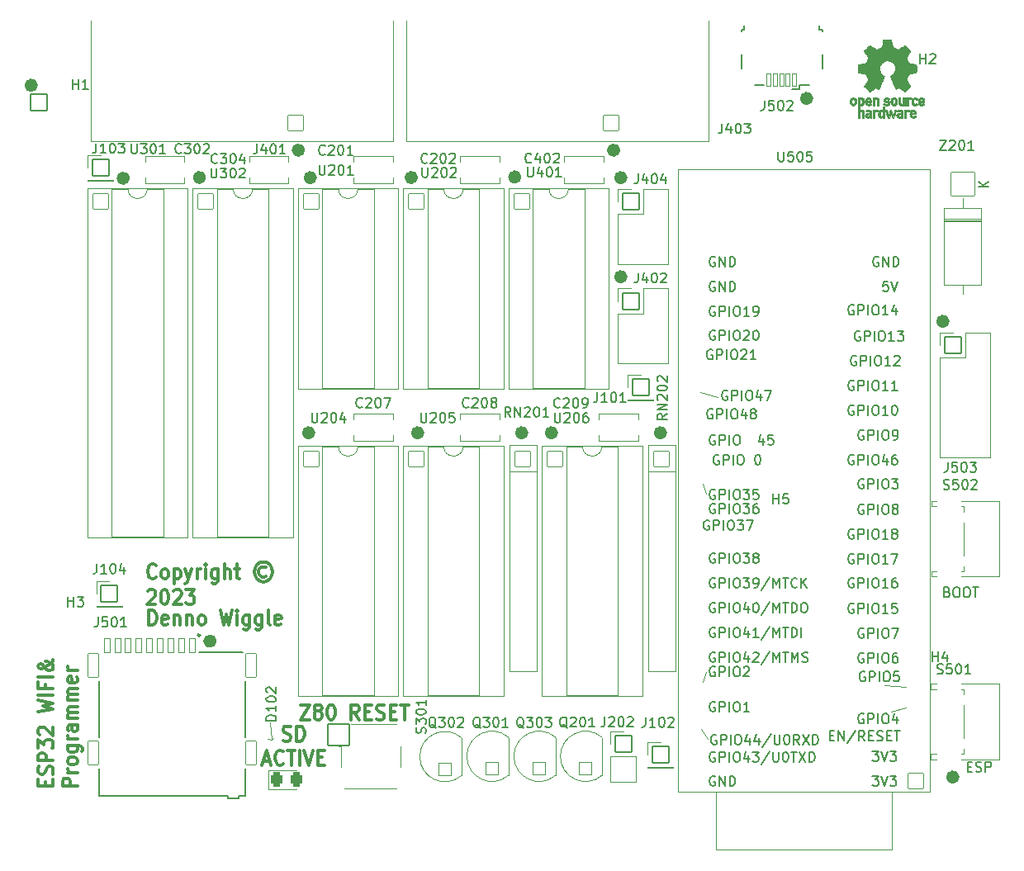
<source format=gto>
G04 #@! TF.GenerationSoftware,KiCad,Pcbnew,7.0.2*
G04 #@! TF.CreationDate,2023-06-21T14:39:40-07:00*
G04 #@! TF.ProjectId,ESP32_Interface,45535033-325f-4496-9e74-657266616365,1*
G04 #@! TF.SameCoordinates,Original*
G04 #@! TF.FileFunction,Legend,Top*
G04 #@! TF.FilePolarity,Positive*
%FSLAX46Y46*%
G04 Gerber Fmt 4.6, Leading zero omitted, Abs format (unit mm)*
G04 Created by KiCad (PCBNEW 7.0.2) date 2023-06-21 14:39:40*
%MOMM*%
%LPD*%
G01*
G04 APERTURE LIST*
G04 Aperture macros list*
%AMRoundRect*
0 Rectangle with rounded corners*
0 $1 Rounding radius*
0 $2 $3 $4 $5 $6 $7 $8 $9 X,Y pos of 4 corners*
0 Add a 4 corners polygon primitive as box body*
4,1,4,$2,$3,$4,$5,$6,$7,$8,$9,$2,$3,0*
0 Add four circle primitives for the rounded corners*
1,1,$1+$1,$2,$3*
1,1,$1+$1,$4,$5*
1,1,$1+$1,$6,$7*
1,1,$1+$1,$8,$9*
0 Add four rect primitives between the rounded corners*
20,1,$1+$1,$2,$3,$4,$5,0*
20,1,$1+$1,$4,$5,$6,$7,0*
20,1,$1+$1,$6,$7,$8,$9,0*
20,1,$1+$1,$8,$9,$2,$3,0*%
G04 Aperture macros list end*
%ADD10C,0.695000*%
%ADD11C,0.120000*%
%ADD12C,0.200000*%
%ADD13C,0.317500*%
%ADD14C,0.150000*%
%ADD15C,0.240000*%
%ADD16C,0.010000*%
%ADD17C,0.100000*%
%ADD18C,2.700000*%
%ADD19C,4.102000*%
%ADD20RoundRect,0.051000X0.800000X0.800000X-0.800000X0.800000X-0.800000X-0.800000X0.800000X-0.800000X0*%
%ADD21C,1.702000*%
%ADD22RoundRect,0.051000X0.650000X-0.650000X0.650000X0.650000X-0.650000X0.650000X-0.650000X-0.650000X0*%
%ADD23C,1.402000*%
%ADD24RoundRect,0.051000X-0.850000X-0.850000X0.850000X-0.850000X0.850000X0.850000X-0.850000X0.850000X0*%
%ADD25C,1.852000*%
%ADD26C,2.202000*%
%ADD27RoundRect,0.051000X-0.800000X-0.800000X0.800000X-0.800000X0.800000X0.800000X-0.800000X0.800000X0*%
%ADD28O,1.702000X1.702000*%
%ADD29RoundRect,0.051000X-1.200000X1.200000X-1.200000X-1.200000X1.200000X-1.200000X1.200000X1.200000X0*%
%ADD30O,2.502000X2.502000*%
%ADD31RoundRect,0.051000X-0.800000X0.800000X-0.800000X-0.800000X0.800000X-0.800000X0.800000X0.800000X0*%
%ADD32C,0.950000*%
%ADD33RoundRect,0.051000X-0.310000X-0.700000X0.310000X-0.700000X0.310000X0.700000X-0.310000X0.700000X0*%
%ADD34RoundRect,0.051000X-0.550000X-1.200000X0.550000X-1.200000X0.550000X1.200000X-0.550000X1.200000X0*%
%ADD35O,0.800000X0.800000*%
%ADD36RoundRect,0.051000X0.225000X0.650000X-0.225000X0.650000X-0.225000X-0.650000X0.225000X-0.650000X0*%
%ADD37O,1.252000X1.902000*%
%ADD38O,1.552000X2.102000*%
%ADD39RoundRect,0.051000X-1.100000X-1.100000X1.100000X-1.100000X1.100000X1.100000X-1.100000X1.100000X0*%
%ADD40C,2.302000*%
%ADD41O,1.802000X1.802000*%
%ADD42RoundRect,0.051000X0.800000X-0.800000X0.800000X0.800000X-0.800000X0.800000X-0.800000X-0.800000X0*%
%ADD43RoundRect,0.301000X-0.325000X-0.450000X0.325000X-0.450000X0.325000X0.450000X-0.325000X0.450000X0*%
%ADD44RoundRect,0.051000X0.850000X0.850000X-0.850000X0.850000X-0.850000X-0.850000X0.850000X-0.850000X0*%
G04 APERTURE END LIST*
D10*
X180941500Y-132080000D02*
G75*
G03*
X180941500Y-132080000I-347500J0D01*
G01*
D11*
X110744000Y-128270000D02*
X110998000Y-128016000D01*
D10*
X146905500Y-80772000D02*
G75*
G03*
X146905500Y-80772000I-347500J0D01*
G01*
X136745500Y-96774000D02*
G75*
G03*
X136745500Y-96774000I-347500J0D01*
G01*
D11*
X173609000Y-122682000D02*
X175768000Y-122809000D01*
X110617000Y-126492000D02*
X110744000Y-128270000D01*
X154813000Y-127127000D02*
X155448000Y-128143000D01*
D10*
X146905500Y-70612000D02*
G75*
G03*
X146905500Y-70612000I-347500J0D01*
G01*
D11*
X154686000Y-92583000D02*
X156464000Y-93091000D01*
X110744000Y-128270000D02*
X110363000Y-128143000D01*
X175768000Y-124968000D02*
X174244000Y-125349000D01*
D10*
X126077500Y-96774000D02*
G75*
G03*
X126077500Y-96774000I-347500J0D01*
G01*
X95888558Y-70662800D02*
G75*
G03*
X95888558Y-70662800I-347500J0D01*
G01*
X115065558Y-70612000D02*
G75*
G03*
X115065558Y-70612000I-347500J0D01*
G01*
X139793500Y-96774000D02*
G75*
G03*
X139793500Y-96774000I-347500J0D01*
G01*
X114901500Y-96774000D02*
G75*
G03*
X114901500Y-96774000I-347500J0D01*
G01*
X104777500Y-118130000D02*
G75*
G03*
X104777500Y-118130000I-347500J0D01*
G01*
X179925500Y-85344000D02*
G75*
G03*
X179925500Y-85344000I-347500J0D01*
G01*
X125417100Y-70586600D02*
G75*
G03*
X125417100Y-70586600I-347500J0D01*
G01*
X86453500Y-61137800D02*
G75*
G03*
X86453500Y-61137800I-347500J0D01*
G01*
X165955500Y-62484000D02*
G75*
G03*
X165955500Y-62484000I-347500J0D01*
G01*
X113843500Y-67778338D02*
G75*
G03*
X113843500Y-67778338I-347500J0D01*
G01*
X150969500Y-96774000D02*
G75*
G03*
X150969500Y-96774000I-347500J0D01*
G01*
X146165000Y-67778338D02*
G75*
G03*
X146165000Y-67778338I-347500J0D01*
G01*
D11*
X154940000Y-101981000D02*
X155321000Y-102997000D01*
D10*
X103700100Y-70586600D02*
G75*
G03*
X103700100Y-70586600I-347500J0D01*
G01*
X136034300Y-70535800D02*
G75*
G03*
X136034300Y-70535800I-347500J0D01*
G01*
D11*
X155321000Y-121285000D02*
X154940000Y-122301000D01*
D12*
X180022428Y-113095809D02*
X180165285Y-113143428D01*
X180165285Y-113143428D02*
X180212904Y-113191047D01*
X180212904Y-113191047D02*
X180260523Y-113286285D01*
X180260523Y-113286285D02*
X180260523Y-113429142D01*
X180260523Y-113429142D02*
X180212904Y-113524380D01*
X180212904Y-113524380D02*
X180165285Y-113572000D01*
X180165285Y-113572000D02*
X180070047Y-113619619D01*
X180070047Y-113619619D02*
X179689095Y-113619619D01*
X179689095Y-113619619D02*
X179689095Y-112619619D01*
X179689095Y-112619619D02*
X180022428Y-112619619D01*
X180022428Y-112619619D02*
X180117666Y-112667238D01*
X180117666Y-112667238D02*
X180165285Y-112714857D01*
X180165285Y-112714857D02*
X180212904Y-112810095D01*
X180212904Y-112810095D02*
X180212904Y-112905333D01*
X180212904Y-112905333D02*
X180165285Y-113000571D01*
X180165285Y-113000571D02*
X180117666Y-113048190D01*
X180117666Y-113048190D02*
X180022428Y-113095809D01*
X180022428Y-113095809D02*
X179689095Y-113095809D01*
X180879571Y-112619619D02*
X181070047Y-112619619D01*
X181070047Y-112619619D02*
X181165285Y-112667238D01*
X181165285Y-112667238D02*
X181260523Y-112762476D01*
X181260523Y-112762476D02*
X181308142Y-112952952D01*
X181308142Y-112952952D02*
X181308142Y-113286285D01*
X181308142Y-113286285D02*
X181260523Y-113476761D01*
X181260523Y-113476761D02*
X181165285Y-113572000D01*
X181165285Y-113572000D02*
X181070047Y-113619619D01*
X181070047Y-113619619D02*
X180879571Y-113619619D01*
X180879571Y-113619619D02*
X180784333Y-113572000D01*
X180784333Y-113572000D02*
X180689095Y-113476761D01*
X180689095Y-113476761D02*
X180641476Y-113286285D01*
X180641476Y-113286285D02*
X180641476Y-112952952D01*
X180641476Y-112952952D02*
X180689095Y-112762476D01*
X180689095Y-112762476D02*
X180784333Y-112667238D01*
X180784333Y-112667238D02*
X180879571Y-112619619D01*
X181927190Y-112619619D02*
X182117666Y-112619619D01*
X182117666Y-112619619D02*
X182212904Y-112667238D01*
X182212904Y-112667238D02*
X182308142Y-112762476D01*
X182308142Y-112762476D02*
X182355761Y-112952952D01*
X182355761Y-112952952D02*
X182355761Y-113286285D01*
X182355761Y-113286285D02*
X182308142Y-113476761D01*
X182308142Y-113476761D02*
X182212904Y-113572000D01*
X182212904Y-113572000D02*
X182117666Y-113619619D01*
X182117666Y-113619619D02*
X181927190Y-113619619D01*
X181927190Y-113619619D02*
X181831952Y-113572000D01*
X181831952Y-113572000D02*
X181736714Y-113476761D01*
X181736714Y-113476761D02*
X181689095Y-113286285D01*
X181689095Y-113286285D02*
X181689095Y-112952952D01*
X181689095Y-112952952D02*
X181736714Y-112762476D01*
X181736714Y-112762476D02*
X181831952Y-112667238D01*
X181831952Y-112667238D02*
X181927190Y-112619619D01*
X182641476Y-112619619D02*
X183212904Y-112619619D01*
X182927190Y-113619619D02*
X182927190Y-112619619D01*
D13*
X87572305Y-132991980D02*
X87572305Y-132526314D01*
X88370591Y-132326742D02*
X88370591Y-132991980D01*
X88370591Y-132991980D02*
X86846591Y-132991980D01*
X86846591Y-132991980D02*
X86846591Y-132326742D01*
X88298020Y-131794552D02*
X88370591Y-131594981D01*
X88370591Y-131594981D02*
X88370591Y-131262362D01*
X88370591Y-131262362D02*
X88298020Y-131129314D01*
X88298020Y-131129314D02*
X88225448Y-131062790D01*
X88225448Y-131062790D02*
X88080305Y-130996267D01*
X88080305Y-130996267D02*
X87935162Y-130996267D01*
X87935162Y-130996267D02*
X87790020Y-131062790D01*
X87790020Y-131062790D02*
X87717448Y-131129314D01*
X87717448Y-131129314D02*
X87644877Y-131262362D01*
X87644877Y-131262362D02*
X87572305Y-131528457D01*
X87572305Y-131528457D02*
X87499734Y-131661505D01*
X87499734Y-131661505D02*
X87427162Y-131728028D01*
X87427162Y-131728028D02*
X87282020Y-131794552D01*
X87282020Y-131794552D02*
X87136877Y-131794552D01*
X87136877Y-131794552D02*
X86991734Y-131728028D01*
X86991734Y-131728028D02*
X86919162Y-131661505D01*
X86919162Y-131661505D02*
X86846591Y-131528457D01*
X86846591Y-131528457D02*
X86846591Y-131195838D01*
X86846591Y-131195838D02*
X86919162Y-130996267D01*
X88370591Y-130397552D02*
X86846591Y-130397552D01*
X86846591Y-130397552D02*
X86846591Y-129865362D01*
X86846591Y-129865362D02*
X86919162Y-129732314D01*
X86919162Y-129732314D02*
X86991734Y-129665791D01*
X86991734Y-129665791D02*
X87136877Y-129599267D01*
X87136877Y-129599267D02*
X87354591Y-129599267D01*
X87354591Y-129599267D02*
X87499734Y-129665791D01*
X87499734Y-129665791D02*
X87572305Y-129732314D01*
X87572305Y-129732314D02*
X87644877Y-129865362D01*
X87644877Y-129865362D02*
X87644877Y-130397552D01*
X86846591Y-129133600D02*
X86846591Y-128268791D01*
X86846591Y-128268791D02*
X87427162Y-128734457D01*
X87427162Y-128734457D02*
X87427162Y-128534886D01*
X87427162Y-128534886D02*
X87499734Y-128401838D01*
X87499734Y-128401838D02*
X87572305Y-128335314D01*
X87572305Y-128335314D02*
X87717448Y-128268791D01*
X87717448Y-128268791D02*
X88080305Y-128268791D01*
X88080305Y-128268791D02*
X88225448Y-128335314D01*
X88225448Y-128335314D02*
X88298020Y-128401838D01*
X88298020Y-128401838D02*
X88370591Y-128534886D01*
X88370591Y-128534886D02*
X88370591Y-128934029D01*
X88370591Y-128934029D02*
X88298020Y-129067076D01*
X88298020Y-129067076D02*
X88225448Y-129133600D01*
X86991734Y-127736600D02*
X86919162Y-127670076D01*
X86919162Y-127670076D02*
X86846591Y-127537029D01*
X86846591Y-127537029D02*
X86846591Y-127204410D01*
X86846591Y-127204410D02*
X86919162Y-127071362D01*
X86919162Y-127071362D02*
X86991734Y-127004838D01*
X86991734Y-127004838D02*
X87136877Y-126938315D01*
X87136877Y-126938315D02*
X87282020Y-126938315D01*
X87282020Y-126938315D02*
X87499734Y-127004838D01*
X87499734Y-127004838D02*
X88370591Y-127803124D01*
X88370591Y-127803124D02*
X88370591Y-126938315D01*
X86846591Y-125408267D02*
X88370591Y-125075648D01*
X88370591Y-125075648D02*
X87282020Y-124809553D01*
X87282020Y-124809553D02*
X88370591Y-124543458D01*
X88370591Y-124543458D02*
X86846591Y-124210839D01*
X88370591Y-123678648D02*
X86846591Y-123678648D01*
X87572305Y-122547744D02*
X87572305Y-123013410D01*
X88370591Y-123013410D02*
X86846591Y-123013410D01*
X86846591Y-123013410D02*
X86846591Y-122348172D01*
X88370591Y-121815981D02*
X86846591Y-121815981D01*
X88370591Y-120019839D02*
X88370591Y-120086363D01*
X88370591Y-120086363D02*
X88298020Y-120219410D01*
X88298020Y-120219410D02*
X88080305Y-120418982D01*
X88080305Y-120418982D02*
X87644877Y-120751601D01*
X87644877Y-120751601D02*
X87427162Y-120884648D01*
X87427162Y-120884648D02*
X87209448Y-120951172D01*
X87209448Y-120951172D02*
X87064305Y-120951172D01*
X87064305Y-120951172D02*
X86919162Y-120884648D01*
X86919162Y-120884648D02*
X86846591Y-120751601D01*
X86846591Y-120751601D02*
X86846591Y-120685077D01*
X86846591Y-120685077D02*
X86919162Y-120552029D01*
X86919162Y-120552029D02*
X87064305Y-120485505D01*
X87064305Y-120485505D02*
X87136877Y-120485505D01*
X87136877Y-120485505D02*
X87282020Y-120552029D01*
X87282020Y-120552029D02*
X87354591Y-120618553D01*
X87354591Y-120618553D02*
X87644877Y-121017696D01*
X87644877Y-121017696D02*
X87717448Y-121084220D01*
X87717448Y-121084220D02*
X87862591Y-121150743D01*
X87862591Y-121150743D02*
X88080305Y-121150743D01*
X88080305Y-121150743D02*
X88225448Y-121084220D01*
X88225448Y-121084220D02*
X88298020Y-121017696D01*
X88298020Y-121017696D02*
X88370591Y-120884648D01*
X88370591Y-120884648D02*
X88370591Y-120685077D01*
X88370591Y-120685077D02*
X88298020Y-120552029D01*
X88298020Y-120552029D02*
X88225448Y-120485505D01*
X88225448Y-120485505D02*
X87935162Y-120285934D01*
X87935162Y-120285934D02*
X87717448Y-120219410D01*
X87717448Y-120219410D02*
X87572305Y-120219410D01*
X90839471Y-132991980D02*
X89315471Y-132991980D01*
X89315471Y-132991980D02*
X89315471Y-132459790D01*
X89315471Y-132459790D02*
X89388042Y-132326742D01*
X89388042Y-132326742D02*
X89460614Y-132260219D01*
X89460614Y-132260219D02*
X89605757Y-132193695D01*
X89605757Y-132193695D02*
X89823471Y-132193695D01*
X89823471Y-132193695D02*
X89968614Y-132260219D01*
X89968614Y-132260219D02*
X90041185Y-132326742D01*
X90041185Y-132326742D02*
X90113757Y-132459790D01*
X90113757Y-132459790D02*
X90113757Y-132991980D01*
X90839471Y-131594980D02*
X89823471Y-131594980D01*
X90113757Y-131594980D02*
X89968614Y-131528457D01*
X89968614Y-131528457D02*
X89896042Y-131461933D01*
X89896042Y-131461933D02*
X89823471Y-131328885D01*
X89823471Y-131328885D02*
X89823471Y-131195838D01*
X90839471Y-130530599D02*
X90766900Y-130663647D01*
X90766900Y-130663647D02*
X90694328Y-130730170D01*
X90694328Y-130730170D02*
X90549185Y-130796694D01*
X90549185Y-130796694D02*
X90113757Y-130796694D01*
X90113757Y-130796694D02*
X89968614Y-130730170D01*
X89968614Y-130730170D02*
X89896042Y-130663647D01*
X89896042Y-130663647D02*
X89823471Y-130530599D01*
X89823471Y-130530599D02*
X89823471Y-130331028D01*
X89823471Y-130331028D02*
X89896042Y-130197980D01*
X89896042Y-130197980D02*
X89968614Y-130131456D01*
X89968614Y-130131456D02*
X90113757Y-130064932D01*
X90113757Y-130064932D02*
X90549185Y-130064932D01*
X90549185Y-130064932D02*
X90694328Y-130131456D01*
X90694328Y-130131456D02*
X90766900Y-130197980D01*
X90766900Y-130197980D02*
X90839471Y-130331028D01*
X90839471Y-130331028D02*
X90839471Y-130530599D01*
X89823471Y-128867504D02*
X91057185Y-128867504D01*
X91057185Y-128867504D02*
X91202328Y-128934028D01*
X91202328Y-128934028D02*
X91274900Y-129000552D01*
X91274900Y-129000552D02*
X91347471Y-129133599D01*
X91347471Y-129133599D02*
X91347471Y-129333171D01*
X91347471Y-129333171D02*
X91274900Y-129466218D01*
X90766900Y-128867504D02*
X90839471Y-129000552D01*
X90839471Y-129000552D02*
X90839471Y-129266647D01*
X90839471Y-129266647D02*
X90766900Y-129399695D01*
X90766900Y-129399695D02*
X90694328Y-129466218D01*
X90694328Y-129466218D02*
X90549185Y-129532742D01*
X90549185Y-129532742D02*
X90113757Y-129532742D01*
X90113757Y-129532742D02*
X89968614Y-129466218D01*
X89968614Y-129466218D02*
X89896042Y-129399695D01*
X89896042Y-129399695D02*
X89823471Y-129266647D01*
X89823471Y-129266647D02*
X89823471Y-129000552D01*
X89823471Y-129000552D02*
X89896042Y-128867504D01*
X90839471Y-128202266D02*
X89823471Y-128202266D01*
X90113757Y-128202266D02*
X89968614Y-128135743D01*
X89968614Y-128135743D02*
X89896042Y-128069219D01*
X89896042Y-128069219D02*
X89823471Y-127936171D01*
X89823471Y-127936171D02*
X89823471Y-127803124D01*
X90839471Y-126738742D02*
X90041185Y-126738742D01*
X90041185Y-126738742D02*
X89896042Y-126805266D01*
X89896042Y-126805266D02*
X89823471Y-126938314D01*
X89823471Y-126938314D02*
X89823471Y-127204409D01*
X89823471Y-127204409D02*
X89896042Y-127337456D01*
X90766900Y-126738742D02*
X90839471Y-126871790D01*
X90839471Y-126871790D02*
X90839471Y-127204409D01*
X90839471Y-127204409D02*
X90766900Y-127337456D01*
X90766900Y-127337456D02*
X90621757Y-127403980D01*
X90621757Y-127403980D02*
X90476614Y-127403980D01*
X90476614Y-127403980D02*
X90331471Y-127337456D01*
X90331471Y-127337456D02*
X90258900Y-127204409D01*
X90258900Y-127204409D02*
X90258900Y-126871790D01*
X90258900Y-126871790D02*
X90186328Y-126738742D01*
X90839471Y-126073504D02*
X89823471Y-126073504D01*
X89968614Y-126073504D02*
X89896042Y-126006981D01*
X89896042Y-126006981D02*
X89823471Y-125873933D01*
X89823471Y-125873933D02*
X89823471Y-125674362D01*
X89823471Y-125674362D02*
X89896042Y-125541314D01*
X89896042Y-125541314D02*
X90041185Y-125474790D01*
X90041185Y-125474790D02*
X90839471Y-125474790D01*
X90041185Y-125474790D02*
X89896042Y-125408266D01*
X89896042Y-125408266D02*
X89823471Y-125275219D01*
X89823471Y-125275219D02*
X89823471Y-125075647D01*
X89823471Y-125075647D02*
X89896042Y-124942600D01*
X89896042Y-124942600D02*
X90041185Y-124876076D01*
X90041185Y-124876076D02*
X90839471Y-124876076D01*
X90839471Y-124210837D02*
X89823471Y-124210837D01*
X89968614Y-124210837D02*
X89896042Y-124144314D01*
X89896042Y-124144314D02*
X89823471Y-124011266D01*
X89823471Y-124011266D02*
X89823471Y-123811695D01*
X89823471Y-123811695D02*
X89896042Y-123678647D01*
X89896042Y-123678647D02*
X90041185Y-123612123D01*
X90041185Y-123612123D02*
X90839471Y-123612123D01*
X90041185Y-123612123D02*
X89896042Y-123545599D01*
X89896042Y-123545599D02*
X89823471Y-123412552D01*
X89823471Y-123412552D02*
X89823471Y-123212980D01*
X89823471Y-123212980D02*
X89896042Y-123079933D01*
X89896042Y-123079933D02*
X90041185Y-123013409D01*
X90041185Y-123013409D02*
X90839471Y-123013409D01*
X90766900Y-121815980D02*
X90839471Y-121949028D01*
X90839471Y-121949028D02*
X90839471Y-122215123D01*
X90839471Y-122215123D02*
X90766900Y-122348170D01*
X90766900Y-122348170D02*
X90621757Y-122414694D01*
X90621757Y-122414694D02*
X90041185Y-122414694D01*
X90041185Y-122414694D02*
X89896042Y-122348170D01*
X89896042Y-122348170D02*
X89823471Y-122215123D01*
X89823471Y-122215123D02*
X89823471Y-121949028D01*
X89823471Y-121949028D02*
X89896042Y-121815980D01*
X89896042Y-121815980D02*
X90041185Y-121749456D01*
X90041185Y-121749456D02*
X90186328Y-121749456D01*
X90186328Y-121749456D02*
X90331471Y-122414694D01*
X90839471Y-121150741D02*
X89823471Y-121150741D01*
X90113757Y-121150741D02*
X89968614Y-121084218D01*
X89968614Y-121084218D02*
X89896042Y-121017694D01*
X89896042Y-121017694D02*
X89823471Y-120884646D01*
X89823471Y-120884646D02*
X89823471Y-120751599D01*
X111932357Y-128303020D02*
X112131928Y-128375591D01*
X112131928Y-128375591D02*
X112464547Y-128375591D01*
X112464547Y-128375591D02*
X112597595Y-128303020D01*
X112597595Y-128303020D02*
X112664119Y-128230448D01*
X112664119Y-128230448D02*
X112730642Y-128085305D01*
X112730642Y-128085305D02*
X112730642Y-127940162D01*
X112730642Y-127940162D02*
X112664119Y-127795020D01*
X112664119Y-127795020D02*
X112597595Y-127722448D01*
X112597595Y-127722448D02*
X112464547Y-127649877D01*
X112464547Y-127649877D02*
X112198452Y-127577305D01*
X112198452Y-127577305D02*
X112065404Y-127504734D01*
X112065404Y-127504734D02*
X111998881Y-127432162D01*
X111998881Y-127432162D02*
X111932357Y-127287020D01*
X111932357Y-127287020D02*
X111932357Y-127141877D01*
X111932357Y-127141877D02*
X111998881Y-126996734D01*
X111998881Y-126996734D02*
X112065404Y-126924162D01*
X112065404Y-126924162D02*
X112198452Y-126851591D01*
X112198452Y-126851591D02*
X112531071Y-126851591D01*
X112531071Y-126851591D02*
X112730642Y-126924162D01*
X113329357Y-128375591D02*
X113329357Y-126851591D01*
X113329357Y-126851591D02*
X113661976Y-126851591D01*
X113661976Y-126851591D02*
X113861547Y-126924162D01*
X113861547Y-126924162D02*
X113994595Y-127069305D01*
X113994595Y-127069305D02*
X114061118Y-127214448D01*
X114061118Y-127214448D02*
X114127642Y-127504734D01*
X114127642Y-127504734D02*
X114127642Y-127722448D01*
X114127642Y-127722448D02*
X114061118Y-128012734D01*
X114061118Y-128012734D02*
X113994595Y-128157877D01*
X113994595Y-128157877D02*
X113861547Y-128303020D01*
X113861547Y-128303020D02*
X113661976Y-128375591D01*
X113661976Y-128375591D02*
X113329357Y-128375591D01*
X109903381Y-130409042D02*
X110568619Y-130409042D01*
X109770333Y-130844471D02*
X110236000Y-129320471D01*
X110236000Y-129320471D02*
X110701666Y-130844471D01*
X111965619Y-130699328D02*
X111899095Y-130771900D01*
X111899095Y-130771900D02*
X111699524Y-130844471D01*
X111699524Y-130844471D02*
X111566476Y-130844471D01*
X111566476Y-130844471D02*
X111366905Y-130771900D01*
X111366905Y-130771900D02*
X111233857Y-130626757D01*
X111233857Y-130626757D02*
X111167334Y-130481614D01*
X111167334Y-130481614D02*
X111100810Y-130191328D01*
X111100810Y-130191328D02*
X111100810Y-129973614D01*
X111100810Y-129973614D02*
X111167334Y-129683328D01*
X111167334Y-129683328D02*
X111233857Y-129538185D01*
X111233857Y-129538185D02*
X111366905Y-129393042D01*
X111366905Y-129393042D02*
X111566476Y-129320471D01*
X111566476Y-129320471D02*
X111699524Y-129320471D01*
X111699524Y-129320471D02*
X111899095Y-129393042D01*
X111899095Y-129393042D02*
X111965619Y-129465614D01*
X112364762Y-129320471D02*
X113163048Y-129320471D01*
X112763905Y-130844471D02*
X112763905Y-129320471D01*
X113628715Y-130844471D02*
X113628715Y-129320471D01*
X114094381Y-129320471D02*
X114560048Y-130844471D01*
X114560048Y-130844471D02*
X115025714Y-129320471D01*
X115491382Y-130046185D02*
X115957048Y-130046185D01*
X116156620Y-130844471D02*
X115491382Y-130844471D01*
X115491382Y-130844471D02*
X115491382Y-129320471D01*
X115491382Y-129320471D02*
X116156620Y-129320471D01*
X98056095Y-112991174D02*
X98122619Y-112918602D01*
X98122619Y-112918602D02*
X98255666Y-112846031D01*
X98255666Y-112846031D02*
X98588285Y-112846031D01*
X98588285Y-112846031D02*
X98721333Y-112918602D01*
X98721333Y-112918602D02*
X98787857Y-112991174D01*
X98787857Y-112991174D02*
X98854380Y-113136317D01*
X98854380Y-113136317D02*
X98854380Y-113281460D01*
X98854380Y-113281460D02*
X98787857Y-113499174D01*
X98787857Y-113499174D02*
X97989571Y-114370031D01*
X97989571Y-114370031D02*
X98854380Y-114370031D01*
X99719190Y-112846031D02*
X99852237Y-112846031D01*
X99852237Y-112846031D02*
X99985285Y-112918602D01*
X99985285Y-112918602D02*
X100051809Y-112991174D01*
X100051809Y-112991174D02*
X100118333Y-113136317D01*
X100118333Y-113136317D02*
X100184856Y-113426602D01*
X100184856Y-113426602D02*
X100184856Y-113789460D01*
X100184856Y-113789460D02*
X100118333Y-114079745D01*
X100118333Y-114079745D02*
X100051809Y-114224888D01*
X100051809Y-114224888D02*
X99985285Y-114297460D01*
X99985285Y-114297460D02*
X99852237Y-114370031D01*
X99852237Y-114370031D02*
X99719190Y-114370031D01*
X99719190Y-114370031D02*
X99586142Y-114297460D01*
X99586142Y-114297460D02*
X99519618Y-114224888D01*
X99519618Y-114224888D02*
X99453095Y-114079745D01*
X99453095Y-114079745D02*
X99386571Y-113789460D01*
X99386571Y-113789460D02*
X99386571Y-113426602D01*
X99386571Y-113426602D02*
X99453095Y-113136317D01*
X99453095Y-113136317D02*
X99519618Y-112991174D01*
X99519618Y-112991174D02*
X99586142Y-112918602D01*
X99586142Y-112918602D02*
X99719190Y-112846031D01*
X100717047Y-112991174D02*
X100783571Y-112918602D01*
X100783571Y-112918602D02*
X100916618Y-112846031D01*
X100916618Y-112846031D02*
X101249237Y-112846031D01*
X101249237Y-112846031D02*
X101382285Y-112918602D01*
X101382285Y-112918602D02*
X101448809Y-112991174D01*
X101448809Y-112991174D02*
X101515332Y-113136317D01*
X101515332Y-113136317D02*
X101515332Y-113281460D01*
X101515332Y-113281460D02*
X101448809Y-113499174D01*
X101448809Y-113499174D02*
X100650523Y-114370031D01*
X100650523Y-114370031D02*
X101515332Y-114370031D01*
X101980999Y-112846031D02*
X102845808Y-112846031D01*
X102845808Y-112846031D02*
X102380142Y-113426602D01*
X102380142Y-113426602D02*
X102579713Y-113426602D01*
X102579713Y-113426602D02*
X102712761Y-113499174D01*
X102712761Y-113499174D02*
X102779285Y-113571745D01*
X102779285Y-113571745D02*
X102845808Y-113716888D01*
X102845808Y-113716888D02*
X102845808Y-114079745D01*
X102845808Y-114079745D02*
X102779285Y-114224888D01*
X102779285Y-114224888D02*
X102712761Y-114297460D01*
X102712761Y-114297460D02*
X102579713Y-114370031D01*
X102579713Y-114370031D02*
X102180570Y-114370031D01*
X102180570Y-114370031D02*
X102047523Y-114297460D01*
X102047523Y-114297460D02*
X101980999Y-114224888D01*
X98172619Y-116495031D02*
X98172619Y-114971031D01*
X98172619Y-114971031D02*
X98505238Y-114971031D01*
X98505238Y-114971031D02*
X98704809Y-115043602D01*
X98704809Y-115043602D02*
X98837857Y-115188745D01*
X98837857Y-115188745D02*
X98904380Y-115333888D01*
X98904380Y-115333888D02*
X98970904Y-115624174D01*
X98970904Y-115624174D02*
X98970904Y-115841888D01*
X98970904Y-115841888D02*
X98904380Y-116132174D01*
X98904380Y-116132174D02*
X98837857Y-116277317D01*
X98837857Y-116277317D02*
X98704809Y-116422460D01*
X98704809Y-116422460D02*
X98505238Y-116495031D01*
X98505238Y-116495031D02*
X98172619Y-116495031D01*
X100101809Y-116422460D02*
X99968761Y-116495031D01*
X99968761Y-116495031D02*
X99702666Y-116495031D01*
X99702666Y-116495031D02*
X99569619Y-116422460D01*
X99569619Y-116422460D02*
X99503095Y-116277317D01*
X99503095Y-116277317D02*
X99503095Y-115696745D01*
X99503095Y-115696745D02*
X99569619Y-115551602D01*
X99569619Y-115551602D02*
X99702666Y-115479031D01*
X99702666Y-115479031D02*
X99968761Y-115479031D01*
X99968761Y-115479031D02*
X100101809Y-115551602D01*
X100101809Y-115551602D02*
X100168333Y-115696745D01*
X100168333Y-115696745D02*
X100168333Y-115841888D01*
X100168333Y-115841888D02*
X99503095Y-115987031D01*
X100767048Y-115479031D02*
X100767048Y-116495031D01*
X100767048Y-115624174D02*
X100833571Y-115551602D01*
X100833571Y-115551602D02*
X100966619Y-115479031D01*
X100966619Y-115479031D02*
X101166190Y-115479031D01*
X101166190Y-115479031D02*
X101299238Y-115551602D01*
X101299238Y-115551602D02*
X101365762Y-115696745D01*
X101365762Y-115696745D02*
X101365762Y-116495031D01*
X102031000Y-115479031D02*
X102031000Y-116495031D01*
X102031000Y-115624174D02*
X102097523Y-115551602D01*
X102097523Y-115551602D02*
X102230571Y-115479031D01*
X102230571Y-115479031D02*
X102430142Y-115479031D01*
X102430142Y-115479031D02*
X102563190Y-115551602D01*
X102563190Y-115551602D02*
X102629714Y-115696745D01*
X102629714Y-115696745D02*
X102629714Y-116495031D01*
X103494523Y-116495031D02*
X103361475Y-116422460D01*
X103361475Y-116422460D02*
X103294952Y-116349888D01*
X103294952Y-116349888D02*
X103228428Y-116204745D01*
X103228428Y-116204745D02*
X103228428Y-115769317D01*
X103228428Y-115769317D02*
X103294952Y-115624174D01*
X103294952Y-115624174D02*
X103361475Y-115551602D01*
X103361475Y-115551602D02*
X103494523Y-115479031D01*
X103494523Y-115479031D02*
X103694094Y-115479031D01*
X103694094Y-115479031D02*
X103827142Y-115551602D01*
X103827142Y-115551602D02*
X103893666Y-115624174D01*
X103893666Y-115624174D02*
X103960190Y-115769317D01*
X103960190Y-115769317D02*
X103960190Y-116204745D01*
X103960190Y-116204745D02*
X103893666Y-116349888D01*
X103893666Y-116349888D02*
X103827142Y-116422460D01*
X103827142Y-116422460D02*
X103694094Y-116495031D01*
X103694094Y-116495031D02*
X103494523Y-116495031D01*
X105490237Y-114971031D02*
X105822856Y-116495031D01*
X105822856Y-116495031D02*
X106088951Y-115406460D01*
X106088951Y-115406460D02*
X106355046Y-116495031D01*
X106355046Y-116495031D02*
X106687666Y-114971031D01*
X107219856Y-116495031D02*
X107219856Y-115479031D01*
X107219856Y-114971031D02*
X107153332Y-115043602D01*
X107153332Y-115043602D02*
X107219856Y-115116174D01*
X107219856Y-115116174D02*
X107286379Y-115043602D01*
X107286379Y-115043602D02*
X107219856Y-114971031D01*
X107219856Y-114971031D02*
X107219856Y-115116174D01*
X108483808Y-115479031D02*
X108483808Y-116712745D01*
X108483808Y-116712745D02*
X108417284Y-116857888D01*
X108417284Y-116857888D02*
X108350760Y-116930460D01*
X108350760Y-116930460D02*
X108217713Y-117003031D01*
X108217713Y-117003031D02*
X108018141Y-117003031D01*
X108018141Y-117003031D02*
X107885094Y-116930460D01*
X108483808Y-116422460D02*
X108350760Y-116495031D01*
X108350760Y-116495031D02*
X108084665Y-116495031D01*
X108084665Y-116495031D02*
X107951617Y-116422460D01*
X107951617Y-116422460D02*
X107885094Y-116349888D01*
X107885094Y-116349888D02*
X107818570Y-116204745D01*
X107818570Y-116204745D02*
X107818570Y-115769317D01*
X107818570Y-115769317D02*
X107885094Y-115624174D01*
X107885094Y-115624174D02*
X107951617Y-115551602D01*
X107951617Y-115551602D02*
X108084665Y-115479031D01*
X108084665Y-115479031D02*
X108350760Y-115479031D01*
X108350760Y-115479031D02*
X108483808Y-115551602D01*
X109747760Y-115479031D02*
X109747760Y-116712745D01*
X109747760Y-116712745D02*
X109681236Y-116857888D01*
X109681236Y-116857888D02*
X109614712Y-116930460D01*
X109614712Y-116930460D02*
X109481665Y-117003031D01*
X109481665Y-117003031D02*
X109282093Y-117003031D01*
X109282093Y-117003031D02*
X109149046Y-116930460D01*
X109747760Y-116422460D02*
X109614712Y-116495031D01*
X109614712Y-116495031D02*
X109348617Y-116495031D01*
X109348617Y-116495031D02*
X109215569Y-116422460D01*
X109215569Y-116422460D02*
X109149046Y-116349888D01*
X109149046Y-116349888D02*
X109082522Y-116204745D01*
X109082522Y-116204745D02*
X109082522Y-115769317D01*
X109082522Y-115769317D02*
X109149046Y-115624174D01*
X109149046Y-115624174D02*
X109215569Y-115551602D01*
X109215569Y-115551602D02*
X109348617Y-115479031D01*
X109348617Y-115479031D02*
X109614712Y-115479031D01*
X109614712Y-115479031D02*
X109747760Y-115551602D01*
X110612569Y-116495031D02*
X110479521Y-116422460D01*
X110479521Y-116422460D02*
X110412998Y-116277317D01*
X110412998Y-116277317D02*
X110412998Y-114971031D01*
X111676950Y-116422460D02*
X111543902Y-116495031D01*
X111543902Y-116495031D02*
X111277807Y-116495031D01*
X111277807Y-116495031D02*
X111144760Y-116422460D01*
X111144760Y-116422460D02*
X111078236Y-116277317D01*
X111078236Y-116277317D02*
X111078236Y-115696745D01*
X111078236Y-115696745D02*
X111144760Y-115551602D01*
X111144760Y-115551602D02*
X111277807Y-115479031D01*
X111277807Y-115479031D02*
X111543902Y-115479031D01*
X111543902Y-115479031D02*
X111676950Y-115551602D01*
X111676950Y-115551602D02*
X111743474Y-115696745D01*
X111743474Y-115696745D02*
X111743474Y-115841888D01*
X111743474Y-115841888D02*
X111078236Y-115987031D01*
X98920904Y-111599888D02*
X98854380Y-111672460D01*
X98854380Y-111672460D02*
X98654809Y-111745031D01*
X98654809Y-111745031D02*
X98521761Y-111745031D01*
X98521761Y-111745031D02*
X98322190Y-111672460D01*
X98322190Y-111672460D02*
X98189142Y-111527317D01*
X98189142Y-111527317D02*
X98122619Y-111382174D01*
X98122619Y-111382174D02*
X98056095Y-111091888D01*
X98056095Y-111091888D02*
X98056095Y-110874174D01*
X98056095Y-110874174D02*
X98122619Y-110583888D01*
X98122619Y-110583888D02*
X98189142Y-110438745D01*
X98189142Y-110438745D02*
X98322190Y-110293602D01*
X98322190Y-110293602D02*
X98521761Y-110221031D01*
X98521761Y-110221031D02*
X98654809Y-110221031D01*
X98654809Y-110221031D02*
X98854380Y-110293602D01*
X98854380Y-110293602D02*
X98920904Y-110366174D01*
X99719190Y-111745031D02*
X99586142Y-111672460D01*
X99586142Y-111672460D02*
X99519619Y-111599888D01*
X99519619Y-111599888D02*
X99453095Y-111454745D01*
X99453095Y-111454745D02*
X99453095Y-111019317D01*
X99453095Y-111019317D02*
X99519619Y-110874174D01*
X99519619Y-110874174D02*
X99586142Y-110801602D01*
X99586142Y-110801602D02*
X99719190Y-110729031D01*
X99719190Y-110729031D02*
X99918761Y-110729031D01*
X99918761Y-110729031D02*
X100051809Y-110801602D01*
X100051809Y-110801602D02*
X100118333Y-110874174D01*
X100118333Y-110874174D02*
X100184857Y-111019317D01*
X100184857Y-111019317D02*
X100184857Y-111454745D01*
X100184857Y-111454745D02*
X100118333Y-111599888D01*
X100118333Y-111599888D02*
X100051809Y-111672460D01*
X100051809Y-111672460D02*
X99918761Y-111745031D01*
X99918761Y-111745031D02*
X99719190Y-111745031D01*
X100783571Y-110729031D02*
X100783571Y-112253031D01*
X100783571Y-110801602D02*
X100916618Y-110729031D01*
X100916618Y-110729031D02*
X101182713Y-110729031D01*
X101182713Y-110729031D02*
X101315761Y-110801602D01*
X101315761Y-110801602D02*
X101382285Y-110874174D01*
X101382285Y-110874174D02*
X101448809Y-111019317D01*
X101448809Y-111019317D02*
X101448809Y-111454745D01*
X101448809Y-111454745D02*
X101382285Y-111599888D01*
X101382285Y-111599888D02*
X101315761Y-111672460D01*
X101315761Y-111672460D02*
X101182713Y-111745031D01*
X101182713Y-111745031D02*
X100916618Y-111745031D01*
X100916618Y-111745031D02*
X100783571Y-111672460D01*
X101914475Y-110729031D02*
X102247094Y-111745031D01*
X102579713Y-110729031D02*
X102247094Y-111745031D01*
X102247094Y-111745031D02*
X102114046Y-112107888D01*
X102114046Y-112107888D02*
X102047523Y-112180460D01*
X102047523Y-112180460D02*
X101914475Y-112253031D01*
X103111904Y-111745031D02*
X103111904Y-110729031D01*
X103111904Y-111019317D02*
X103178427Y-110874174D01*
X103178427Y-110874174D02*
X103244951Y-110801602D01*
X103244951Y-110801602D02*
X103377999Y-110729031D01*
X103377999Y-110729031D02*
X103511046Y-110729031D01*
X103976714Y-111745031D02*
X103976714Y-110729031D01*
X103976714Y-110221031D02*
X103910190Y-110293602D01*
X103910190Y-110293602D02*
X103976714Y-110366174D01*
X103976714Y-110366174D02*
X104043237Y-110293602D01*
X104043237Y-110293602D02*
X103976714Y-110221031D01*
X103976714Y-110221031D02*
X103976714Y-110366174D01*
X105240666Y-110729031D02*
X105240666Y-111962745D01*
X105240666Y-111962745D02*
X105174142Y-112107888D01*
X105174142Y-112107888D02*
X105107618Y-112180460D01*
X105107618Y-112180460D02*
X104974571Y-112253031D01*
X104974571Y-112253031D02*
X104774999Y-112253031D01*
X104774999Y-112253031D02*
X104641952Y-112180460D01*
X105240666Y-111672460D02*
X105107618Y-111745031D01*
X105107618Y-111745031D02*
X104841523Y-111745031D01*
X104841523Y-111745031D02*
X104708475Y-111672460D01*
X104708475Y-111672460D02*
X104641952Y-111599888D01*
X104641952Y-111599888D02*
X104575428Y-111454745D01*
X104575428Y-111454745D02*
X104575428Y-111019317D01*
X104575428Y-111019317D02*
X104641952Y-110874174D01*
X104641952Y-110874174D02*
X104708475Y-110801602D01*
X104708475Y-110801602D02*
X104841523Y-110729031D01*
X104841523Y-110729031D02*
X105107618Y-110729031D01*
X105107618Y-110729031D02*
X105240666Y-110801602D01*
X105905904Y-111745031D02*
X105905904Y-110221031D01*
X106504618Y-111745031D02*
X106504618Y-110946745D01*
X106504618Y-110946745D02*
X106438094Y-110801602D01*
X106438094Y-110801602D02*
X106305046Y-110729031D01*
X106305046Y-110729031D02*
X106105475Y-110729031D01*
X106105475Y-110729031D02*
X105972427Y-110801602D01*
X105972427Y-110801602D02*
X105905904Y-110874174D01*
X106970284Y-110729031D02*
X107502475Y-110729031D01*
X107169856Y-110221031D02*
X107169856Y-111527317D01*
X107169856Y-111527317D02*
X107236379Y-111672460D01*
X107236379Y-111672460D02*
X107369427Y-111745031D01*
X107369427Y-111745031D02*
X107502475Y-111745031D01*
X110163427Y-110583888D02*
X110030380Y-110511317D01*
X110030380Y-110511317D02*
X109764284Y-110511317D01*
X109764284Y-110511317D02*
X109631237Y-110583888D01*
X109631237Y-110583888D02*
X109498189Y-110729031D01*
X109498189Y-110729031D02*
X109431665Y-110874174D01*
X109431665Y-110874174D02*
X109431665Y-111164460D01*
X109431665Y-111164460D02*
X109498189Y-111309602D01*
X109498189Y-111309602D02*
X109631237Y-111454745D01*
X109631237Y-111454745D02*
X109764284Y-111527317D01*
X109764284Y-111527317D02*
X110030380Y-111527317D01*
X110030380Y-111527317D02*
X110163427Y-111454745D01*
X109897332Y-110003317D02*
X109564713Y-110075888D01*
X109564713Y-110075888D02*
X109232094Y-110293602D01*
X109232094Y-110293602D02*
X109032523Y-110656460D01*
X109032523Y-110656460D02*
X108965999Y-111019317D01*
X108965999Y-111019317D02*
X109032523Y-111382174D01*
X109032523Y-111382174D02*
X109232094Y-111745031D01*
X109232094Y-111745031D02*
X109564713Y-111962745D01*
X109564713Y-111962745D02*
X109897332Y-112035317D01*
X109897332Y-112035317D02*
X110229951Y-111962745D01*
X110229951Y-111962745D02*
X110562570Y-111745031D01*
X110562570Y-111745031D02*
X110762142Y-111382174D01*
X110762142Y-111382174D02*
X110828665Y-111019317D01*
X110828665Y-111019317D02*
X110762142Y-110656460D01*
X110762142Y-110656460D02*
X110562570Y-110293602D01*
X110562570Y-110293602D02*
X110229951Y-110075888D01*
X110229951Y-110075888D02*
X109897332Y-110003317D01*
D12*
X182102095Y-131002809D02*
X182435428Y-131002809D01*
X182578285Y-131526619D02*
X182102095Y-131526619D01*
X182102095Y-131526619D02*
X182102095Y-130526619D01*
X182102095Y-130526619D02*
X182578285Y-130526619D01*
X182959238Y-131479000D02*
X183102095Y-131526619D01*
X183102095Y-131526619D02*
X183340190Y-131526619D01*
X183340190Y-131526619D02*
X183435428Y-131479000D01*
X183435428Y-131479000D02*
X183483047Y-131431380D01*
X183483047Y-131431380D02*
X183530666Y-131336142D01*
X183530666Y-131336142D02*
X183530666Y-131240904D01*
X183530666Y-131240904D02*
X183483047Y-131145666D01*
X183483047Y-131145666D02*
X183435428Y-131098047D01*
X183435428Y-131098047D02*
X183340190Y-131050428D01*
X183340190Y-131050428D02*
X183149714Y-131002809D01*
X183149714Y-131002809D02*
X183054476Y-130955190D01*
X183054476Y-130955190D02*
X183006857Y-130907571D01*
X183006857Y-130907571D02*
X182959238Y-130812333D01*
X182959238Y-130812333D02*
X182959238Y-130717095D01*
X182959238Y-130717095D02*
X183006857Y-130621857D01*
X183006857Y-130621857D02*
X183054476Y-130574238D01*
X183054476Y-130574238D02*
X183149714Y-130526619D01*
X183149714Y-130526619D02*
X183387809Y-130526619D01*
X183387809Y-130526619D02*
X183530666Y-130574238D01*
X183959238Y-131526619D02*
X183959238Y-130526619D01*
X183959238Y-130526619D02*
X184340190Y-130526619D01*
X184340190Y-130526619D02*
X184435428Y-130574238D01*
X184435428Y-130574238D02*
X184483047Y-130621857D01*
X184483047Y-130621857D02*
X184530666Y-130717095D01*
X184530666Y-130717095D02*
X184530666Y-130859952D01*
X184530666Y-130859952D02*
X184483047Y-130955190D01*
X184483047Y-130955190D02*
X184435428Y-131002809D01*
X184435428Y-131002809D02*
X184340190Y-131050428D01*
X184340190Y-131050428D02*
X183959238Y-131050428D01*
D13*
X113737571Y-124657031D02*
X114668904Y-124657031D01*
X114668904Y-124657031D02*
X113737571Y-126181031D01*
X113737571Y-126181031D02*
X114668904Y-126181031D01*
X115400666Y-125310174D02*
X115267618Y-125237602D01*
X115267618Y-125237602D02*
X115201095Y-125165031D01*
X115201095Y-125165031D02*
X115134571Y-125019888D01*
X115134571Y-125019888D02*
X115134571Y-124947317D01*
X115134571Y-124947317D02*
X115201095Y-124802174D01*
X115201095Y-124802174D02*
X115267618Y-124729602D01*
X115267618Y-124729602D02*
X115400666Y-124657031D01*
X115400666Y-124657031D02*
X115666761Y-124657031D01*
X115666761Y-124657031D02*
X115799809Y-124729602D01*
X115799809Y-124729602D02*
X115866333Y-124802174D01*
X115866333Y-124802174D02*
X115932856Y-124947317D01*
X115932856Y-124947317D02*
X115932856Y-125019888D01*
X115932856Y-125019888D02*
X115866333Y-125165031D01*
X115866333Y-125165031D02*
X115799809Y-125237602D01*
X115799809Y-125237602D02*
X115666761Y-125310174D01*
X115666761Y-125310174D02*
X115400666Y-125310174D01*
X115400666Y-125310174D02*
X115267618Y-125382745D01*
X115267618Y-125382745D02*
X115201095Y-125455317D01*
X115201095Y-125455317D02*
X115134571Y-125600460D01*
X115134571Y-125600460D02*
X115134571Y-125890745D01*
X115134571Y-125890745D02*
X115201095Y-126035888D01*
X115201095Y-126035888D02*
X115267618Y-126108460D01*
X115267618Y-126108460D02*
X115400666Y-126181031D01*
X115400666Y-126181031D02*
X115666761Y-126181031D01*
X115666761Y-126181031D02*
X115799809Y-126108460D01*
X115799809Y-126108460D02*
X115866333Y-126035888D01*
X115866333Y-126035888D02*
X115932856Y-125890745D01*
X115932856Y-125890745D02*
X115932856Y-125600460D01*
X115932856Y-125600460D02*
X115866333Y-125455317D01*
X115866333Y-125455317D02*
X115799809Y-125382745D01*
X115799809Y-125382745D02*
X115666761Y-125310174D01*
X116797666Y-124657031D02*
X116930713Y-124657031D01*
X116930713Y-124657031D02*
X117063761Y-124729602D01*
X117063761Y-124729602D02*
X117130285Y-124802174D01*
X117130285Y-124802174D02*
X117196809Y-124947317D01*
X117196809Y-124947317D02*
X117263332Y-125237602D01*
X117263332Y-125237602D02*
X117263332Y-125600460D01*
X117263332Y-125600460D02*
X117196809Y-125890745D01*
X117196809Y-125890745D02*
X117130285Y-126035888D01*
X117130285Y-126035888D02*
X117063761Y-126108460D01*
X117063761Y-126108460D02*
X116930713Y-126181031D01*
X116930713Y-126181031D02*
X116797666Y-126181031D01*
X116797666Y-126181031D02*
X116664618Y-126108460D01*
X116664618Y-126108460D02*
X116598094Y-126035888D01*
X116598094Y-126035888D02*
X116531571Y-125890745D01*
X116531571Y-125890745D02*
X116465047Y-125600460D01*
X116465047Y-125600460D02*
X116465047Y-125237602D01*
X116465047Y-125237602D02*
X116531571Y-124947317D01*
X116531571Y-124947317D02*
X116598094Y-124802174D01*
X116598094Y-124802174D02*
X116664618Y-124729602D01*
X116664618Y-124729602D02*
X116797666Y-124657031D01*
X119724713Y-126181031D02*
X119259047Y-125455317D01*
X118926428Y-126181031D02*
X118926428Y-124657031D01*
X118926428Y-124657031D02*
X119458618Y-124657031D01*
X119458618Y-124657031D02*
X119591666Y-124729602D01*
X119591666Y-124729602D02*
X119658189Y-124802174D01*
X119658189Y-124802174D02*
X119724713Y-124947317D01*
X119724713Y-124947317D02*
X119724713Y-125165031D01*
X119724713Y-125165031D02*
X119658189Y-125310174D01*
X119658189Y-125310174D02*
X119591666Y-125382745D01*
X119591666Y-125382745D02*
X119458618Y-125455317D01*
X119458618Y-125455317D02*
X118926428Y-125455317D01*
X120323428Y-125382745D02*
X120789094Y-125382745D01*
X120988666Y-126181031D02*
X120323428Y-126181031D01*
X120323428Y-126181031D02*
X120323428Y-124657031D01*
X120323428Y-124657031D02*
X120988666Y-124657031D01*
X121520856Y-126108460D02*
X121720427Y-126181031D01*
X121720427Y-126181031D02*
X122053046Y-126181031D01*
X122053046Y-126181031D02*
X122186094Y-126108460D01*
X122186094Y-126108460D02*
X122252618Y-126035888D01*
X122252618Y-126035888D02*
X122319141Y-125890745D01*
X122319141Y-125890745D02*
X122319141Y-125745602D01*
X122319141Y-125745602D02*
X122252618Y-125600460D01*
X122252618Y-125600460D02*
X122186094Y-125527888D01*
X122186094Y-125527888D02*
X122053046Y-125455317D01*
X122053046Y-125455317D02*
X121786951Y-125382745D01*
X121786951Y-125382745D02*
X121653903Y-125310174D01*
X121653903Y-125310174D02*
X121587380Y-125237602D01*
X121587380Y-125237602D02*
X121520856Y-125092460D01*
X121520856Y-125092460D02*
X121520856Y-124947317D01*
X121520856Y-124947317D02*
X121587380Y-124802174D01*
X121587380Y-124802174D02*
X121653903Y-124729602D01*
X121653903Y-124729602D02*
X121786951Y-124657031D01*
X121786951Y-124657031D02*
X122119570Y-124657031D01*
X122119570Y-124657031D02*
X122319141Y-124729602D01*
X122917856Y-125382745D02*
X123383522Y-125382745D01*
X123583094Y-126181031D02*
X122917856Y-126181031D01*
X122917856Y-126181031D02*
X122917856Y-124657031D01*
X122917856Y-124657031D02*
X123583094Y-124657031D01*
X123982236Y-124657031D02*
X124780522Y-124657031D01*
X124381379Y-126181031D02*
X124381379Y-124657031D01*
D14*
X90373295Y-61524219D02*
X90373295Y-60524219D01*
X90373295Y-61000409D02*
X90944723Y-61000409D01*
X90944723Y-61524219D02*
X90944723Y-60524219D01*
X91944723Y-61524219D02*
X91373295Y-61524219D01*
X91659009Y-61524219D02*
X91659009Y-60524219D01*
X91659009Y-60524219D02*
X91563771Y-60667076D01*
X91563771Y-60667076D02*
X91468533Y-60762314D01*
X91468533Y-60762314D02*
X91373295Y-60809933D01*
X177241295Y-58908019D02*
X177241295Y-57908019D01*
X177241295Y-58384209D02*
X177812723Y-58384209D01*
X177812723Y-58908019D02*
X177812723Y-57908019D01*
X178241295Y-58003257D02*
X178288914Y-57955638D01*
X178288914Y-57955638D02*
X178384152Y-57908019D01*
X178384152Y-57908019D02*
X178622247Y-57908019D01*
X178622247Y-57908019D02*
X178717485Y-57955638D01*
X178717485Y-57955638D02*
X178765104Y-58003257D01*
X178765104Y-58003257D02*
X178812723Y-58098495D01*
X178812723Y-58098495D02*
X178812723Y-58193733D01*
X178812723Y-58193733D02*
X178765104Y-58336590D01*
X178765104Y-58336590D02*
X178193676Y-58908019D01*
X178193676Y-58908019D02*
X178812723Y-58908019D01*
X89890695Y-114584819D02*
X89890695Y-113584819D01*
X89890695Y-114061009D02*
X90462123Y-114061009D01*
X90462123Y-114584819D02*
X90462123Y-113584819D01*
X90843076Y-113584819D02*
X91462123Y-113584819D01*
X91462123Y-113584819D02*
X91128790Y-113965771D01*
X91128790Y-113965771D02*
X91271647Y-113965771D01*
X91271647Y-113965771D02*
X91366885Y-114013390D01*
X91366885Y-114013390D02*
X91414504Y-114061009D01*
X91414504Y-114061009D02*
X91462123Y-114156247D01*
X91462123Y-114156247D02*
X91462123Y-114394342D01*
X91462123Y-114394342D02*
X91414504Y-114489580D01*
X91414504Y-114489580D02*
X91366885Y-114537200D01*
X91366885Y-114537200D02*
X91271647Y-114584819D01*
X91271647Y-114584819D02*
X90985933Y-114584819D01*
X90985933Y-114584819D02*
X90890695Y-114537200D01*
X90890695Y-114537200D02*
X90843076Y-114489580D01*
X178511295Y-120198219D02*
X178511295Y-119198219D01*
X178511295Y-119674409D02*
X179082723Y-119674409D01*
X179082723Y-120198219D02*
X179082723Y-119198219D01*
X179987485Y-119531552D02*
X179987485Y-120198219D01*
X179749390Y-119150600D02*
X179511295Y-119864885D01*
X179511295Y-119864885D02*
X180130342Y-119864885D01*
X162179095Y-104018419D02*
X162179095Y-103018419D01*
X162179095Y-103494609D02*
X162750523Y-103494609D01*
X162750523Y-104018419D02*
X162750523Y-103018419D01*
X163702904Y-103018419D02*
X163226714Y-103018419D01*
X163226714Y-103018419D02*
X163179095Y-103494609D01*
X163179095Y-103494609D02*
X163226714Y-103446990D01*
X163226714Y-103446990D02*
X163321952Y-103399371D01*
X163321952Y-103399371D02*
X163560047Y-103399371D01*
X163560047Y-103399371D02*
X163655285Y-103446990D01*
X163655285Y-103446990D02*
X163702904Y-103494609D01*
X163702904Y-103494609D02*
X163750523Y-103589847D01*
X163750523Y-103589847D02*
X163750523Y-103827942D01*
X163750523Y-103827942D02*
X163702904Y-103923180D01*
X163702904Y-103923180D02*
X163655285Y-103970800D01*
X163655285Y-103970800D02*
X163560047Y-104018419D01*
X163560047Y-104018419D02*
X163321952Y-104018419D01*
X163321952Y-104018419D02*
X163226714Y-103970800D01*
X163226714Y-103970800D02*
X163179095Y-103923180D01*
X109255085Y-67153619D02*
X109255085Y-67867904D01*
X109255085Y-67867904D02*
X109207466Y-68010761D01*
X109207466Y-68010761D02*
X109112228Y-68106000D01*
X109112228Y-68106000D02*
X108969371Y-68153619D01*
X108969371Y-68153619D02*
X108874133Y-68153619D01*
X110159847Y-67486952D02*
X110159847Y-68153619D01*
X109921752Y-67106000D02*
X109683657Y-67820285D01*
X109683657Y-67820285D02*
X110302704Y-67820285D01*
X110874133Y-67153619D02*
X110969371Y-67153619D01*
X110969371Y-67153619D02*
X111064609Y-67201238D01*
X111064609Y-67201238D02*
X111112228Y-67248857D01*
X111112228Y-67248857D02*
X111159847Y-67344095D01*
X111159847Y-67344095D02*
X111207466Y-67534571D01*
X111207466Y-67534571D02*
X111207466Y-67772666D01*
X111207466Y-67772666D02*
X111159847Y-67963142D01*
X111159847Y-67963142D02*
X111112228Y-68058380D01*
X111112228Y-68058380D02*
X111064609Y-68106000D01*
X111064609Y-68106000D02*
X110969371Y-68153619D01*
X110969371Y-68153619D02*
X110874133Y-68153619D01*
X110874133Y-68153619D02*
X110778895Y-68106000D01*
X110778895Y-68106000D02*
X110731276Y-68058380D01*
X110731276Y-68058380D02*
X110683657Y-67963142D01*
X110683657Y-67963142D02*
X110636038Y-67772666D01*
X110636038Y-67772666D02*
X110636038Y-67534571D01*
X110636038Y-67534571D02*
X110683657Y-67344095D01*
X110683657Y-67344095D02*
X110731276Y-67248857D01*
X110731276Y-67248857D02*
X110778895Y-67201238D01*
X110778895Y-67201238D02*
X110874133Y-67153619D01*
X112159847Y-68153619D02*
X111588419Y-68153619D01*
X111874133Y-68153619D02*
X111874133Y-67153619D01*
X111874133Y-67153619D02*
X111778895Y-67296476D01*
X111778895Y-67296476D02*
X111683657Y-67391714D01*
X111683657Y-67391714D02*
X111588419Y-67439333D01*
X156930885Y-65045419D02*
X156930885Y-65759704D01*
X156930885Y-65759704D02*
X156883266Y-65902561D01*
X156883266Y-65902561D02*
X156788028Y-65997800D01*
X156788028Y-65997800D02*
X156645171Y-66045419D01*
X156645171Y-66045419D02*
X156549933Y-66045419D01*
X157835647Y-65378752D02*
X157835647Y-66045419D01*
X157597552Y-64997800D02*
X157359457Y-65712085D01*
X157359457Y-65712085D02*
X157978504Y-65712085D01*
X158549933Y-65045419D02*
X158645171Y-65045419D01*
X158645171Y-65045419D02*
X158740409Y-65093038D01*
X158740409Y-65093038D02*
X158788028Y-65140657D01*
X158788028Y-65140657D02*
X158835647Y-65235895D01*
X158835647Y-65235895D02*
X158883266Y-65426371D01*
X158883266Y-65426371D02*
X158883266Y-65664466D01*
X158883266Y-65664466D02*
X158835647Y-65854942D01*
X158835647Y-65854942D02*
X158788028Y-65950180D01*
X158788028Y-65950180D02*
X158740409Y-65997800D01*
X158740409Y-65997800D02*
X158645171Y-66045419D01*
X158645171Y-66045419D02*
X158549933Y-66045419D01*
X158549933Y-66045419D02*
X158454695Y-65997800D01*
X158454695Y-65997800D02*
X158407076Y-65950180D01*
X158407076Y-65950180D02*
X158359457Y-65854942D01*
X158359457Y-65854942D02*
X158311838Y-65664466D01*
X158311838Y-65664466D02*
X158311838Y-65426371D01*
X158311838Y-65426371D02*
X158359457Y-65235895D01*
X158359457Y-65235895D02*
X158407076Y-65140657D01*
X158407076Y-65140657D02*
X158454695Y-65093038D01*
X158454695Y-65093038D02*
X158549933Y-65045419D01*
X159216600Y-65045419D02*
X159835647Y-65045419D01*
X159835647Y-65045419D02*
X159502314Y-65426371D01*
X159502314Y-65426371D02*
X159645171Y-65426371D01*
X159645171Y-65426371D02*
X159740409Y-65473990D01*
X159740409Y-65473990D02*
X159788028Y-65521609D01*
X159788028Y-65521609D02*
X159835647Y-65616847D01*
X159835647Y-65616847D02*
X159835647Y-65854942D01*
X159835647Y-65854942D02*
X159788028Y-65950180D01*
X159788028Y-65950180D02*
X159740409Y-65997800D01*
X159740409Y-65997800D02*
X159645171Y-66045419D01*
X159645171Y-66045419D02*
X159359457Y-66045419D01*
X159359457Y-66045419D02*
X159264219Y-65997800D01*
X159264219Y-65997800D02*
X159216600Y-65950180D01*
X127610380Y-127049857D02*
X127515142Y-127002238D01*
X127515142Y-127002238D02*
X127419904Y-126907000D01*
X127419904Y-126907000D02*
X127277047Y-126764142D01*
X127277047Y-126764142D02*
X127181809Y-126716523D01*
X127181809Y-126716523D02*
X127086571Y-126716523D01*
X127134190Y-126954619D02*
X127038952Y-126907000D01*
X127038952Y-126907000D02*
X126943714Y-126811761D01*
X126943714Y-126811761D02*
X126896095Y-126621285D01*
X126896095Y-126621285D02*
X126896095Y-126287952D01*
X126896095Y-126287952D02*
X126943714Y-126097476D01*
X126943714Y-126097476D02*
X127038952Y-126002238D01*
X127038952Y-126002238D02*
X127134190Y-125954619D01*
X127134190Y-125954619D02*
X127324666Y-125954619D01*
X127324666Y-125954619D02*
X127419904Y-126002238D01*
X127419904Y-126002238D02*
X127515142Y-126097476D01*
X127515142Y-126097476D02*
X127562761Y-126287952D01*
X127562761Y-126287952D02*
X127562761Y-126621285D01*
X127562761Y-126621285D02*
X127515142Y-126811761D01*
X127515142Y-126811761D02*
X127419904Y-126907000D01*
X127419904Y-126907000D02*
X127324666Y-126954619D01*
X127324666Y-126954619D02*
X127134190Y-126954619D01*
X127896095Y-125954619D02*
X128515142Y-125954619D01*
X128515142Y-125954619D02*
X128181809Y-126335571D01*
X128181809Y-126335571D02*
X128324666Y-126335571D01*
X128324666Y-126335571D02*
X128419904Y-126383190D01*
X128419904Y-126383190D02*
X128467523Y-126430809D01*
X128467523Y-126430809D02*
X128515142Y-126526047D01*
X128515142Y-126526047D02*
X128515142Y-126764142D01*
X128515142Y-126764142D02*
X128467523Y-126859380D01*
X128467523Y-126859380D02*
X128419904Y-126907000D01*
X128419904Y-126907000D02*
X128324666Y-126954619D01*
X128324666Y-126954619D02*
X128038952Y-126954619D01*
X128038952Y-126954619D02*
X127943714Y-126907000D01*
X127943714Y-126907000D02*
X127896095Y-126859380D01*
X129134190Y-125954619D02*
X129229428Y-125954619D01*
X129229428Y-125954619D02*
X129324666Y-126002238D01*
X129324666Y-126002238D02*
X129372285Y-126049857D01*
X129372285Y-126049857D02*
X129419904Y-126145095D01*
X129419904Y-126145095D02*
X129467523Y-126335571D01*
X129467523Y-126335571D02*
X129467523Y-126573666D01*
X129467523Y-126573666D02*
X129419904Y-126764142D01*
X129419904Y-126764142D02*
X129372285Y-126859380D01*
X129372285Y-126859380D02*
X129324666Y-126907000D01*
X129324666Y-126907000D02*
X129229428Y-126954619D01*
X129229428Y-126954619D02*
X129134190Y-126954619D01*
X129134190Y-126954619D02*
X129038952Y-126907000D01*
X129038952Y-126907000D02*
X128991333Y-126859380D01*
X128991333Y-126859380D02*
X128943714Y-126764142D01*
X128943714Y-126764142D02*
X128896095Y-126573666D01*
X128896095Y-126573666D02*
X128896095Y-126335571D01*
X128896095Y-126335571D02*
X128943714Y-126145095D01*
X128943714Y-126145095D02*
X128991333Y-126049857D01*
X128991333Y-126049857D02*
X129038952Y-126002238D01*
X129038952Y-126002238D02*
X129134190Y-125954619D01*
X129848476Y-126049857D02*
X129896095Y-126002238D01*
X129896095Y-126002238D02*
X129991333Y-125954619D01*
X129991333Y-125954619D02*
X130229428Y-125954619D01*
X130229428Y-125954619D02*
X130324666Y-126002238D01*
X130324666Y-126002238D02*
X130372285Y-126049857D01*
X130372285Y-126049857D02*
X130419904Y-126145095D01*
X130419904Y-126145095D02*
X130419904Y-126240333D01*
X130419904Y-126240333D02*
X130372285Y-126383190D01*
X130372285Y-126383190D02*
X129800857Y-126954619D01*
X129800857Y-126954619D02*
X130419904Y-126954619D01*
X116228952Y-68185380D02*
X116181333Y-68233000D01*
X116181333Y-68233000D02*
X116038476Y-68280619D01*
X116038476Y-68280619D02*
X115943238Y-68280619D01*
X115943238Y-68280619D02*
X115800381Y-68233000D01*
X115800381Y-68233000D02*
X115705143Y-68137761D01*
X115705143Y-68137761D02*
X115657524Y-68042523D01*
X115657524Y-68042523D02*
X115609905Y-67852047D01*
X115609905Y-67852047D02*
X115609905Y-67709190D01*
X115609905Y-67709190D02*
X115657524Y-67518714D01*
X115657524Y-67518714D02*
X115705143Y-67423476D01*
X115705143Y-67423476D02*
X115800381Y-67328238D01*
X115800381Y-67328238D02*
X115943238Y-67280619D01*
X115943238Y-67280619D02*
X116038476Y-67280619D01*
X116038476Y-67280619D02*
X116181333Y-67328238D01*
X116181333Y-67328238D02*
X116228952Y-67375857D01*
X116609905Y-67375857D02*
X116657524Y-67328238D01*
X116657524Y-67328238D02*
X116752762Y-67280619D01*
X116752762Y-67280619D02*
X116990857Y-67280619D01*
X116990857Y-67280619D02*
X117086095Y-67328238D01*
X117086095Y-67328238D02*
X117133714Y-67375857D01*
X117133714Y-67375857D02*
X117181333Y-67471095D01*
X117181333Y-67471095D02*
X117181333Y-67566333D01*
X117181333Y-67566333D02*
X117133714Y-67709190D01*
X117133714Y-67709190D02*
X116562286Y-68280619D01*
X116562286Y-68280619D02*
X117181333Y-68280619D01*
X117800381Y-67280619D02*
X117895619Y-67280619D01*
X117895619Y-67280619D02*
X117990857Y-67328238D01*
X117990857Y-67328238D02*
X118038476Y-67375857D01*
X118038476Y-67375857D02*
X118086095Y-67471095D01*
X118086095Y-67471095D02*
X118133714Y-67661571D01*
X118133714Y-67661571D02*
X118133714Y-67899666D01*
X118133714Y-67899666D02*
X118086095Y-68090142D01*
X118086095Y-68090142D02*
X118038476Y-68185380D01*
X118038476Y-68185380D02*
X117990857Y-68233000D01*
X117990857Y-68233000D02*
X117895619Y-68280619D01*
X117895619Y-68280619D02*
X117800381Y-68280619D01*
X117800381Y-68280619D02*
X117705143Y-68233000D01*
X117705143Y-68233000D02*
X117657524Y-68185380D01*
X117657524Y-68185380D02*
X117609905Y-68090142D01*
X117609905Y-68090142D02*
X117562286Y-67899666D01*
X117562286Y-67899666D02*
X117562286Y-67661571D01*
X117562286Y-67661571D02*
X117609905Y-67471095D01*
X117609905Y-67471095D02*
X117657524Y-67375857D01*
X117657524Y-67375857D02*
X117705143Y-67328238D01*
X117705143Y-67328238D02*
X117800381Y-67280619D01*
X119086095Y-68280619D02*
X118514667Y-68280619D01*
X118800381Y-68280619D02*
X118800381Y-67280619D01*
X118800381Y-67280619D02*
X118705143Y-67423476D01*
X118705143Y-67423476D02*
X118609905Y-67518714D01*
X118609905Y-67518714D02*
X118514667Y-67566333D01*
X149082285Y-125954619D02*
X149082285Y-126668904D01*
X149082285Y-126668904D02*
X149034666Y-126811761D01*
X149034666Y-126811761D02*
X148939428Y-126907000D01*
X148939428Y-126907000D02*
X148796571Y-126954619D01*
X148796571Y-126954619D02*
X148701333Y-126954619D01*
X150082285Y-126954619D02*
X149510857Y-126954619D01*
X149796571Y-126954619D02*
X149796571Y-125954619D01*
X149796571Y-125954619D02*
X149701333Y-126097476D01*
X149701333Y-126097476D02*
X149606095Y-126192714D01*
X149606095Y-126192714D02*
X149510857Y-126240333D01*
X150701333Y-125954619D02*
X150796571Y-125954619D01*
X150796571Y-125954619D02*
X150891809Y-126002238D01*
X150891809Y-126002238D02*
X150939428Y-126049857D01*
X150939428Y-126049857D02*
X150987047Y-126145095D01*
X150987047Y-126145095D02*
X151034666Y-126335571D01*
X151034666Y-126335571D02*
X151034666Y-126573666D01*
X151034666Y-126573666D02*
X150987047Y-126764142D01*
X150987047Y-126764142D02*
X150939428Y-126859380D01*
X150939428Y-126859380D02*
X150891809Y-126907000D01*
X150891809Y-126907000D02*
X150796571Y-126954619D01*
X150796571Y-126954619D02*
X150701333Y-126954619D01*
X150701333Y-126954619D02*
X150606095Y-126907000D01*
X150606095Y-126907000D02*
X150558476Y-126859380D01*
X150558476Y-126859380D02*
X150510857Y-126764142D01*
X150510857Y-126764142D02*
X150463238Y-126573666D01*
X150463238Y-126573666D02*
X150463238Y-126335571D01*
X150463238Y-126335571D02*
X150510857Y-126145095D01*
X150510857Y-126145095D02*
X150558476Y-126049857D01*
X150558476Y-126049857D02*
X150606095Y-126002238D01*
X150606095Y-126002238D02*
X150701333Y-125954619D01*
X151415619Y-126049857D02*
X151463238Y-126002238D01*
X151463238Y-126002238D02*
X151558476Y-125954619D01*
X151558476Y-125954619D02*
X151796571Y-125954619D01*
X151796571Y-125954619D02*
X151891809Y-126002238D01*
X151891809Y-126002238D02*
X151939428Y-126049857D01*
X151939428Y-126049857D02*
X151987047Y-126145095D01*
X151987047Y-126145095D02*
X151987047Y-126240333D01*
X151987047Y-126240333D02*
X151939428Y-126383190D01*
X151939428Y-126383190D02*
X151368000Y-126954619D01*
X151368000Y-126954619D02*
X151987047Y-126954619D01*
X178999094Y-121446000D02*
X179141951Y-121493619D01*
X179141951Y-121493619D02*
X179380046Y-121493619D01*
X179380046Y-121493619D02*
X179475284Y-121446000D01*
X179475284Y-121446000D02*
X179522903Y-121398380D01*
X179522903Y-121398380D02*
X179570522Y-121303142D01*
X179570522Y-121303142D02*
X179570522Y-121207904D01*
X179570522Y-121207904D02*
X179522903Y-121112666D01*
X179522903Y-121112666D02*
X179475284Y-121065047D01*
X179475284Y-121065047D02*
X179380046Y-121017428D01*
X179380046Y-121017428D02*
X179189570Y-120969809D01*
X179189570Y-120969809D02*
X179094332Y-120922190D01*
X179094332Y-120922190D02*
X179046713Y-120874571D01*
X179046713Y-120874571D02*
X178999094Y-120779333D01*
X178999094Y-120779333D02*
X178999094Y-120684095D01*
X178999094Y-120684095D02*
X179046713Y-120588857D01*
X179046713Y-120588857D02*
X179094332Y-120541238D01*
X179094332Y-120541238D02*
X179189570Y-120493619D01*
X179189570Y-120493619D02*
X179427665Y-120493619D01*
X179427665Y-120493619D02*
X179570522Y-120541238D01*
X180475284Y-120493619D02*
X179999094Y-120493619D01*
X179999094Y-120493619D02*
X179951475Y-120969809D01*
X179951475Y-120969809D02*
X179999094Y-120922190D01*
X179999094Y-120922190D02*
X180094332Y-120874571D01*
X180094332Y-120874571D02*
X180332427Y-120874571D01*
X180332427Y-120874571D02*
X180427665Y-120922190D01*
X180427665Y-120922190D02*
X180475284Y-120969809D01*
X180475284Y-120969809D02*
X180522903Y-121065047D01*
X180522903Y-121065047D02*
X180522903Y-121303142D01*
X180522903Y-121303142D02*
X180475284Y-121398380D01*
X180475284Y-121398380D02*
X180427665Y-121446000D01*
X180427665Y-121446000D02*
X180332427Y-121493619D01*
X180332427Y-121493619D02*
X180094332Y-121493619D01*
X180094332Y-121493619D02*
X179999094Y-121446000D01*
X179999094Y-121446000D02*
X179951475Y-121398380D01*
X181141951Y-120493619D02*
X181237189Y-120493619D01*
X181237189Y-120493619D02*
X181332427Y-120541238D01*
X181332427Y-120541238D02*
X181380046Y-120588857D01*
X181380046Y-120588857D02*
X181427665Y-120684095D01*
X181427665Y-120684095D02*
X181475284Y-120874571D01*
X181475284Y-120874571D02*
X181475284Y-121112666D01*
X181475284Y-121112666D02*
X181427665Y-121303142D01*
X181427665Y-121303142D02*
X181380046Y-121398380D01*
X181380046Y-121398380D02*
X181332427Y-121446000D01*
X181332427Y-121446000D02*
X181237189Y-121493619D01*
X181237189Y-121493619D02*
X181141951Y-121493619D01*
X181141951Y-121493619D02*
X181046713Y-121446000D01*
X181046713Y-121446000D02*
X180999094Y-121398380D01*
X180999094Y-121398380D02*
X180951475Y-121303142D01*
X180951475Y-121303142D02*
X180903856Y-121112666D01*
X180903856Y-121112666D02*
X180903856Y-120874571D01*
X180903856Y-120874571D02*
X180951475Y-120684095D01*
X180951475Y-120684095D02*
X180999094Y-120588857D01*
X180999094Y-120588857D02*
X181046713Y-120541238D01*
X181046713Y-120541238D02*
X181141951Y-120493619D01*
X182427665Y-121493619D02*
X181856237Y-121493619D01*
X182141951Y-121493619D02*
X182141951Y-120493619D01*
X182141951Y-120493619D02*
X182046713Y-120636476D01*
X182046713Y-120636476D02*
X181951475Y-120731714D01*
X181951475Y-120731714D02*
X181856237Y-120779333D01*
X104559314Y-69617419D02*
X104559314Y-70426942D01*
X104559314Y-70426942D02*
X104606933Y-70522180D01*
X104606933Y-70522180D02*
X104654552Y-70569800D01*
X104654552Y-70569800D02*
X104749790Y-70617419D01*
X104749790Y-70617419D02*
X104940266Y-70617419D01*
X104940266Y-70617419D02*
X105035504Y-70569800D01*
X105035504Y-70569800D02*
X105083123Y-70522180D01*
X105083123Y-70522180D02*
X105130742Y-70426942D01*
X105130742Y-70426942D02*
X105130742Y-69617419D01*
X105511695Y-69617419D02*
X106130742Y-69617419D01*
X106130742Y-69617419D02*
X105797409Y-69998371D01*
X105797409Y-69998371D02*
X105940266Y-69998371D01*
X105940266Y-69998371D02*
X106035504Y-70045990D01*
X106035504Y-70045990D02*
X106083123Y-70093609D01*
X106083123Y-70093609D02*
X106130742Y-70188847D01*
X106130742Y-70188847D02*
X106130742Y-70426942D01*
X106130742Y-70426942D02*
X106083123Y-70522180D01*
X106083123Y-70522180D02*
X106035504Y-70569800D01*
X106035504Y-70569800D02*
X105940266Y-70617419D01*
X105940266Y-70617419D02*
X105654552Y-70617419D01*
X105654552Y-70617419D02*
X105559314Y-70569800D01*
X105559314Y-70569800D02*
X105511695Y-70522180D01*
X106749790Y-69617419D02*
X106845028Y-69617419D01*
X106845028Y-69617419D02*
X106940266Y-69665038D01*
X106940266Y-69665038D02*
X106987885Y-69712657D01*
X106987885Y-69712657D02*
X107035504Y-69807895D01*
X107035504Y-69807895D02*
X107083123Y-69998371D01*
X107083123Y-69998371D02*
X107083123Y-70236466D01*
X107083123Y-70236466D02*
X107035504Y-70426942D01*
X107035504Y-70426942D02*
X106987885Y-70522180D01*
X106987885Y-70522180D02*
X106940266Y-70569800D01*
X106940266Y-70569800D02*
X106845028Y-70617419D01*
X106845028Y-70617419D02*
X106749790Y-70617419D01*
X106749790Y-70617419D02*
X106654552Y-70569800D01*
X106654552Y-70569800D02*
X106606933Y-70522180D01*
X106606933Y-70522180D02*
X106559314Y-70426942D01*
X106559314Y-70426942D02*
X106511695Y-70236466D01*
X106511695Y-70236466D02*
X106511695Y-69998371D01*
X106511695Y-69998371D02*
X106559314Y-69807895D01*
X106559314Y-69807895D02*
X106606933Y-69712657D01*
X106606933Y-69712657D02*
X106654552Y-69665038D01*
X106654552Y-69665038D02*
X106749790Y-69617419D01*
X107464076Y-69712657D02*
X107511695Y-69665038D01*
X107511695Y-69665038D02*
X107606933Y-69617419D01*
X107606933Y-69617419D02*
X107845028Y-69617419D01*
X107845028Y-69617419D02*
X107940266Y-69665038D01*
X107940266Y-69665038D02*
X107987885Y-69712657D01*
X107987885Y-69712657D02*
X108035504Y-69807895D01*
X108035504Y-69807895D02*
X108035504Y-69903133D01*
X108035504Y-69903133D02*
X107987885Y-70045990D01*
X107987885Y-70045990D02*
X107416457Y-70617419D01*
X107416457Y-70617419D02*
X108035504Y-70617419D01*
X120044952Y-94093380D02*
X119997333Y-94141000D01*
X119997333Y-94141000D02*
X119854476Y-94188619D01*
X119854476Y-94188619D02*
X119759238Y-94188619D01*
X119759238Y-94188619D02*
X119616381Y-94141000D01*
X119616381Y-94141000D02*
X119521143Y-94045761D01*
X119521143Y-94045761D02*
X119473524Y-93950523D01*
X119473524Y-93950523D02*
X119425905Y-93760047D01*
X119425905Y-93760047D02*
X119425905Y-93617190D01*
X119425905Y-93617190D02*
X119473524Y-93426714D01*
X119473524Y-93426714D02*
X119521143Y-93331476D01*
X119521143Y-93331476D02*
X119616381Y-93236238D01*
X119616381Y-93236238D02*
X119759238Y-93188619D01*
X119759238Y-93188619D02*
X119854476Y-93188619D01*
X119854476Y-93188619D02*
X119997333Y-93236238D01*
X119997333Y-93236238D02*
X120044952Y-93283857D01*
X120425905Y-93283857D02*
X120473524Y-93236238D01*
X120473524Y-93236238D02*
X120568762Y-93188619D01*
X120568762Y-93188619D02*
X120806857Y-93188619D01*
X120806857Y-93188619D02*
X120902095Y-93236238D01*
X120902095Y-93236238D02*
X120949714Y-93283857D01*
X120949714Y-93283857D02*
X120997333Y-93379095D01*
X120997333Y-93379095D02*
X120997333Y-93474333D01*
X120997333Y-93474333D02*
X120949714Y-93617190D01*
X120949714Y-93617190D02*
X120378286Y-94188619D01*
X120378286Y-94188619D02*
X120997333Y-94188619D01*
X121616381Y-93188619D02*
X121711619Y-93188619D01*
X121711619Y-93188619D02*
X121806857Y-93236238D01*
X121806857Y-93236238D02*
X121854476Y-93283857D01*
X121854476Y-93283857D02*
X121902095Y-93379095D01*
X121902095Y-93379095D02*
X121949714Y-93569571D01*
X121949714Y-93569571D02*
X121949714Y-93807666D01*
X121949714Y-93807666D02*
X121902095Y-93998142D01*
X121902095Y-93998142D02*
X121854476Y-94093380D01*
X121854476Y-94093380D02*
X121806857Y-94141000D01*
X121806857Y-94141000D02*
X121711619Y-94188619D01*
X121711619Y-94188619D02*
X121616381Y-94188619D01*
X121616381Y-94188619D02*
X121521143Y-94141000D01*
X121521143Y-94141000D02*
X121473524Y-94093380D01*
X121473524Y-94093380D02*
X121425905Y-93998142D01*
X121425905Y-93998142D02*
X121378286Y-93807666D01*
X121378286Y-93807666D02*
X121378286Y-93569571D01*
X121378286Y-93569571D02*
X121425905Y-93379095D01*
X121425905Y-93379095D02*
X121473524Y-93283857D01*
X121473524Y-93283857D02*
X121521143Y-93236238D01*
X121521143Y-93236238D02*
X121616381Y-93188619D01*
X122283048Y-93188619D02*
X122949714Y-93188619D01*
X122949714Y-93188619D02*
X122521143Y-94188619D01*
X179263895Y-66772619D02*
X179930561Y-66772619D01*
X179930561Y-66772619D02*
X179263895Y-67772619D01*
X179263895Y-67772619D02*
X179930561Y-67772619D01*
X180263895Y-66867857D02*
X180311514Y-66820238D01*
X180311514Y-66820238D02*
X180406752Y-66772619D01*
X180406752Y-66772619D02*
X180644847Y-66772619D01*
X180644847Y-66772619D02*
X180740085Y-66820238D01*
X180740085Y-66820238D02*
X180787704Y-66867857D01*
X180787704Y-66867857D02*
X180835323Y-66963095D01*
X180835323Y-66963095D02*
X180835323Y-67058333D01*
X180835323Y-67058333D02*
X180787704Y-67201190D01*
X180787704Y-67201190D02*
X180216276Y-67772619D01*
X180216276Y-67772619D02*
X180835323Y-67772619D01*
X181454371Y-66772619D02*
X181549609Y-66772619D01*
X181549609Y-66772619D02*
X181644847Y-66820238D01*
X181644847Y-66820238D02*
X181692466Y-66867857D01*
X181692466Y-66867857D02*
X181740085Y-66963095D01*
X181740085Y-66963095D02*
X181787704Y-67153571D01*
X181787704Y-67153571D02*
X181787704Y-67391666D01*
X181787704Y-67391666D02*
X181740085Y-67582142D01*
X181740085Y-67582142D02*
X181692466Y-67677380D01*
X181692466Y-67677380D02*
X181644847Y-67725000D01*
X181644847Y-67725000D02*
X181549609Y-67772619D01*
X181549609Y-67772619D02*
X181454371Y-67772619D01*
X181454371Y-67772619D02*
X181359133Y-67725000D01*
X181359133Y-67725000D02*
X181311514Y-67677380D01*
X181311514Y-67677380D02*
X181263895Y-67582142D01*
X181263895Y-67582142D02*
X181216276Y-67391666D01*
X181216276Y-67391666D02*
X181216276Y-67153571D01*
X181216276Y-67153571D02*
X181263895Y-66963095D01*
X181263895Y-66963095D02*
X181311514Y-66867857D01*
X181311514Y-66867857D02*
X181359133Y-66820238D01*
X181359133Y-66820238D02*
X181454371Y-66772619D01*
X182740085Y-67772619D02*
X182168657Y-67772619D01*
X182454371Y-67772619D02*
X182454371Y-66772619D01*
X182454371Y-66772619D02*
X182359133Y-66915476D01*
X182359133Y-66915476D02*
X182263895Y-67010714D01*
X182263895Y-67010714D02*
X182168657Y-67058333D01*
X184258619Y-71555904D02*
X183258619Y-71555904D01*
X184258619Y-70984476D02*
X183687190Y-71413047D01*
X183258619Y-70984476D02*
X183830047Y-71555904D01*
X151287819Y-94835457D02*
X150811628Y-95168790D01*
X151287819Y-95406885D02*
X150287819Y-95406885D01*
X150287819Y-95406885D02*
X150287819Y-95025933D01*
X150287819Y-95025933D02*
X150335438Y-94930695D01*
X150335438Y-94930695D02*
X150383057Y-94883076D01*
X150383057Y-94883076D02*
X150478295Y-94835457D01*
X150478295Y-94835457D02*
X150621152Y-94835457D01*
X150621152Y-94835457D02*
X150716390Y-94883076D01*
X150716390Y-94883076D02*
X150764009Y-94930695D01*
X150764009Y-94930695D02*
X150811628Y-95025933D01*
X150811628Y-95025933D02*
X150811628Y-95406885D01*
X151287819Y-94406885D02*
X150287819Y-94406885D01*
X150287819Y-94406885D02*
X151287819Y-93835457D01*
X151287819Y-93835457D02*
X150287819Y-93835457D01*
X150383057Y-93406885D02*
X150335438Y-93359266D01*
X150335438Y-93359266D02*
X150287819Y-93264028D01*
X150287819Y-93264028D02*
X150287819Y-93025933D01*
X150287819Y-93025933D02*
X150335438Y-92930695D01*
X150335438Y-92930695D02*
X150383057Y-92883076D01*
X150383057Y-92883076D02*
X150478295Y-92835457D01*
X150478295Y-92835457D02*
X150573533Y-92835457D01*
X150573533Y-92835457D02*
X150716390Y-92883076D01*
X150716390Y-92883076D02*
X151287819Y-93454504D01*
X151287819Y-93454504D02*
X151287819Y-92835457D01*
X150287819Y-92216409D02*
X150287819Y-92121171D01*
X150287819Y-92121171D02*
X150335438Y-92025933D01*
X150335438Y-92025933D02*
X150383057Y-91978314D01*
X150383057Y-91978314D02*
X150478295Y-91930695D01*
X150478295Y-91930695D02*
X150668771Y-91883076D01*
X150668771Y-91883076D02*
X150906866Y-91883076D01*
X150906866Y-91883076D02*
X151097342Y-91930695D01*
X151097342Y-91930695D02*
X151192580Y-91978314D01*
X151192580Y-91978314D02*
X151240200Y-92025933D01*
X151240200Y-92025933D02*
X151287819Y-92121171D01*
X151287819Y-92121171D02*
X151287819Y-92216409D01*
X151287819Y-92216409D02*
X151240200Y-92311647D01*
X151240200Y-92311647D02*
X151192580Y-92359266D01*
X151192580Y-92359266D02*
X151097342Y-92406885D01*
X151097342Y-92406885D02*
X150906866Y-92454504D01*
X150906866Y-92454504D02*
X150668771Y-92454504D01*
X150668771Y-92454504D02*
X150478295Y-92406885D01*
X150478295Y-92406885D02*
X150383057Y-92359266D01*
X150383057Y-92359266D02*
X150335438Y-92311647D01*
X150335438Y-92311647D02*
X150287819Y-92216409D01*
X150383057Y-91502123D02*
X150335438Y-91454504D01*
X150335438Y-91454504D02*
X150287819Y-91359266D01*
X150287819Y-91359266D02*
X150287819Y-91121171D01*
X150287819Y-91121171D02*
X150335438Y-91025933D01*
X150335438Y-91025933D02*
X150383057Y-90978314D01*
X150383057Y-90978314D02*
X150478295Y-90930695D01*
X150478295Y-90930695D02*
X150573533Y-90930695D01*
X150573533Y-90930695D02*
X150716390Y-90978314D01*
X150716390Y-90978314D02*
X151287819Y-91549742D01*
X151287819Y-91549742D02*
X151287819Y-90930695D01*
X136995114Y-69515819D02*
X136995114Y-70325342D01*
X136995114Y-70325342D02*
X137042733Y-70420580D01*
X137042733Y-70420580D02*
X137090352Y-70468200D01*
X137090352Y-70468200D02*
X137185590Y-70515819D01*
X137185590Y-70515819D02*
X137376066Y-70515819D01*
X137376066Y-70515819D02*
X137471304Y-70468200D01*
X137471304Y-70468200D02*
X137518923Y-70420580D01*
X137518923Y-70420580D02*
X137566542Y-70325342D01*
X137566542Y-70325342D02*
X137566542Y-69515819D01*
X138471304Y-69849152D02*
X138471304Y-70515819D01*
X138233209Y-69468200D02*
X137995114Y-70182485D01*
X137995114Y-70182485D02*
X138614161Y-70182485D01*
X139185590Y-69515819D02*
X139280828Y-69515819D01*
X139280828Y-69515819D02*
X139376066Y-69563438D01*
X139376066Y-69563438D02*
X139423685Y-69611057D01*
X139423685Y-69611057D02*
X139471304Y-69706295D01*
X139471304Y-69706295D02*
X139518923Y-69896771D01*
X139518923Y-69896771D02*
X139518923Y-70134866D01*
X139518923Y-70134866D02*
X139471304Y-70325342D01*
X139471304Y-70325342D02*
X139423685Y-70420580D01*
X139423685Y-70420580D02*
X139376066Y-70468200D01*
X139376066Y-70468200D02*
X139280828Y-70515819D01*
X139280828Y-70515819D02*
X139185590Y-70515819D01*
X139185590Y-70515819D02*
X139090352Y-70468200D01*
X139090352Y-70468200D02*
X139042733Y-70420580D01*
X139042733Y-70420580D02*
X138995114Y-70325342D01*
X138995114Y-70325342D02*
X138947495Y-70134866D01*
X138947495Y-70134866D02*
X138947495Y-69896771D01*
X138947495Y-69896771D02*
X138995114Y-69706295D01*
X138995114Y-69706295D02*
X139042733Y-69611057D01*
X139042733Y-69611057D02*
X139090352Y-69563438D01*
X139090352Y-69563438D02*
X139185590Y-69515819D01*
X140471304Y-70515819D02*
X139899876Y-70515819D01*
X140185590Y-70515819D02*
X140185590Y-69515819D01*
X140185590Y-69515819D02*
X140090352Y-69658676D01*
X140090352Y-69658676D02*
X139995114Y-69753914D01*
X139995114Y-69753914D02*
X139899876Y-69801533D01*
X126200114Y-69566619D02*
X126200114Y-70376142D01*
X126200114Y-70376142D02*
X126247733Y-70471380D01*
X126247733Y-70471380D02*
X126295352Y-70519000D01*
X126295352Y-70519000D02*
X126390590Y-70566619D01*
X126390590Y-70566619D02*
X126581066Y-70566619D01*
X126581066Y-70566619D02*
X126676304Y-70519000D01*
X126676304Y-70519000D02*
X126723923Y-70471380D01*
X126723923Y-70471380D02*
X126771542Y-70376142D01*
X126771542Y-70376142D02*
X126771542Y-69566619D01*
X127200114Y-69661857D02*
X127247733Y-69614238D01*
X127247733Y-69614238D02*
X127342971Y-69566619D01*
X127342971Y-69566619D02*
X127581066Y-69566619D01*
X127581066Y-69566619D02*
X127676304Y-69614238D01*
X127676304Y-69614238D02*
X127723923Y-69661857D01*
X127723923Y-69661857D02*
X127771542Y-69757095D01*
X127771542Y-69757095D02*
X127771542Y-69852333D01*
X127771542Y-69852333D02*
X127723923Y-69995190D01*
X127723923Y-69995190D02*
X127152495Y-70566619D01*
X127152495Y-70566619D02*
X127771542Y-70566619D01*
X128390590Y-69566619D02*
X128485828Y-69566619D01*
X128485828Y-69566619D02*
X128581066Y-69614238D01*
X128581066Y-69614238D02*
X128628685Y-69661857D01*
X128628685Y-69661857D02*
X128676304Y-69757095D01*
X128676304Y-69757095D02*
X128723923Y-69947571D01*
X128723923Y-69947571D02*
X128723923Y-70185666D01*
X128723923Y-70185666D02*
X128676304Y-70376142D01*
X128676304Y-70376142D02*
X128628685Y-70471380D01*
X128628685Y-70471380D02*
X128581066Y-70519000D01*
X128581066Y-70519000D02*
X128485828Y-70566619D01*
X128485828Y-70566619D02*
X128390590Y-70566619D01*
X128390590Y-70566619D02*
X128295352Y-70519000D01*
X128295352Y-70519000D02*
X128247733Y-70471380D01*
X128247733Y-70471380D02*
X128200114Y-70376142D01*
X128200114Y-70376142D02*
X128152495Y-70185666D01*
X128152495Y-70185666D02*
X128152495Y-69947571D01*
X128152495Y-69947571D02*
X128200114Y-69757095D01*
X128200114Y-69757095D02*
X128247733Y-69661857D01*
X128247733Y-69661857D02*
X128295352Y-69614238D01*
X128295352Y-69614238D02*
X128390590Y-69566619D01*
X129104876Y-69661857D02*
X129152495Y-69614238D01*
X129152495Y-69614238D02*
X129247733Y-69566619D01*
X129247733Y-69566619D02*
X129485828Y-69566619D01*
X129485828Y-69566619D02*
X129581066Y-69614238D01*
X129581066Y-69614238D02*
X129628685Y-69661857D01*
X129628685Y-69661857D02*
X129676304Y-69757095D01*
X129676304Y-69757095D02*
X129676304Y-69852333D01*
X129676304Y-69852333D02*
X129628685Y-69995190D01*
X129628685Y-69995190D02*
X129057257Y-70566619D01*
X129057257Y-70566619D02*
X129676304Y-70566619D01*
X139763714Y-94712619D02*
X139763714Y-95522142D01*
X139763714Y-95522142D02*
X139811333Y-95617380D01*
X139811333Y-95617380D02*
X139858952Y-95665000D01*
X139858952Y-95665000D02*
X139954190Y-95712619D01*
X139954190Y-95712619D02*
X140144666Y-95712619D01*
X140144666Y-95712619D02*
X140239904Y-95665000D01*
X140239904Y-95665000D02*
X140287523Y-95617380D01*
X140287523Y-95617380D02*
X140335142Y-95522142D01*
X140335142Y-95522142D02*
X140335142Y-94712619D01*
X140763714Y-94807857D02*
X140811333Y-94760238D01*
X140811333Y-94760238D02*
X140906571Y-94712619D01*
X140906571Y-94712619D02*
X141144666Y-94712619D01*
X141144666Y-94712619D02*
X141239904Y-94760238D01*
X141239904Y-94760238D02*
X141287523Y-94807857D01*
X141287523Y-94807857D02*
X141335142Y-94903095D01*
X141335142Y-94903095D02*
X141335142Y-94998333D01*
X141335142Y-94998333D02*
X141287523Y-95141190D01*
X141287523Y-95141190D02*
X140716095Y-95712619D01*
X140716095Y-95712619D02*
X141335142Y-95712619D01*
X141954190Y-94712619D02*
X142049428Y-94712619D01*
X142049428Y-94712619D02*
X142144666Y-94760238D01*
X142144666Y-94760238D02*
X142192285Y-94807857D01*
X142192285Y-94807857D02*
X142239904Y-94903095D01*
X142239904Y-94903095D02*
X142287523Y-95093571D01*
X142287523Y-95093571D02*
X142287523Y-95331666D01*
X142287523Y-95331666D02*
X142239904Y-95522142D01*
X142239904Y-95522142D02*
X142192285Y-95617380D01*
X142192285Y-95617380D02*
X142144666Y-95665000D01*
X142144666Y-95665000D02*
X142049428Y-95712619D01*
X142049428Y-95712619D02*
X141954190Y-95712619D01*
X141954190Y-95712619D02*
X141858952Y-95665000D01*
X141858952Y-95665000D02*
X141811333Y-95617380D01*
X141811333Y-95617380D02*
X141763714Y-95522142D01*
X141763714Y-95522142D02*
X141716095Y-95331666D01*
X141716095Y-95331666D02*
X141716095Y-95093571D01*
X141716095Y-95093571D02*
X141763714Y-94903095D01*
X141763714Y-94903095D02*
X141811333Y-94807857D01*
X141811333Y-94807857D02*
X141858952Y-94760238D01*
X141858952Y-94760238D02*
X141954190Y-94712619D01*
X143144666Y-94712619D02*
X142954190Y-94712619D01*
X142954190Y-94712619D02*
X142858952Y-94760238D01*
X142858952Y-94760238D02*
X142811333Y-94807857D01*
X142811333Y-94807857D02*
X142716095Y-94950714D01*
X142716095Y-94950714D02*
X142668476Y-95141190D01*
X142668476Y-95141190D02*
X142668476Y-95522142D01*
X142668476Y-95522142D02*
X142716095Y-95617380D01*
X142716095Y-95617380D02*
X142763714Y-95665000D01*
X142763714Y-95665000D02*
X142858952Y-95712619D01*
X142858952Y-95712619D02*
X143049428Y-95712619D01*
X143049428Y-95712619D02*
X143144666Y-95665000D01*
X143144666Y-95665000D02*
X143192285Y-95617380D01*
X143192285Y-95617380D02*
X143239904Y-95522142D01*
X143239904Y-95522142D02*
X143239904Y-95284047D01*
X143239904Y-95284047D02*
X143192285Y-95188809D01*
X143192285Y-95188809D02*
X143144666Y-95141190D01*
X143144666Y-95141190D02*
X143049428Y-95093571D01*
X143049428Y-95093571D02*
X142858952Y-95093571D01*
X142858952Y-95093571D02*
X142763714Y-95141190D01*
X142763714Y-95141190D02*
X142716095Y-95188809D01*
X142716095Y-95188809D02*
X142668476Y-95284047D01*
X92948285Y-115667619D02*
X92948285Y-116381904D01*
X92948285Y-116381904D02*
X92900666Y-116524761D01*
X92900666Y-116524761D02*
X92805428Y-116620000D01*
X92805428Y-116620000D02*
X92662571Y-116667619D01*
X92662571Y-116667619D02*
X92567333Y-116667619D01*
X93900666Y-115667619D02*
X93424476Y-115667619D01*
X93424476Y-115667619D02*
X93376857Y-116143809D01*
X93376857Y-116143809D02*
X93424476Y-116096190D01*
X93424476Y-116096190D02*
X93519714Y-116048571D01*
X93519714Y-116048571D02*
X93757809Y-116048571D01*
X93757809Y-116048571D02*
X93853047Y-116096190D01*
X93853047Y-116096190D02*
X93900666Y-116143809D01*
X93900666Y-116143809D02*
X93948285Y-116239047D01*
X93948285Y-116239047D02*
X93948285Y-116477142D01*
X93948285Y-116477142D02*
X93900666Y-116572380D01*
X93900666Y-116572380D02*
X93853047Y-116620000D01*
X93853047Y-116620000D02*
X93757809Y-116667619D01*
X93757809Y-116667619D02*
X93519714Y-116667619D01*
X93519714Y-116667619D02*
X93424476Y-116620000D01*
X93424476Y-116620000D02*
X93376857Y-116572380D01*
X94567333Y-115667619D02*
X94662571Y-115667619D01*
X94662571Y-115667619D02*
X94757809Y-115715238D01*
X94757809Y-115715238D02*
X94805428Y-115762857D01*
X94805428Y-115762857D02*
X94853047Y-115858095D01*
X94853047Y-115858095D02*
X94900666Y-116048571D01*
X94900666Y-116048571D02*
X94900666Y-116286666D01*
X94900666Y-116286666D02*
X94853047Y-116477142D01*
X94853047Y-116477142D02*
X94805428Y-116572380D01*
X94805428Y-116572380D02*
X94757809Y-116620000D01*
X94757809Y-116620000D02*
X94662571Y-116667619D01*
X94662571Y-116667619D02*
X94567333Y-116667619D01*
X94567333Y-116667619D02*
X94472095Y-116620000D01*
X94472095Y-116620000D02*
X94424476Y-116572380D01*
X94424476Y-116572380D02*
X94376857Y-116477142D01*
X94376857Y-116477142D02*
X94329238Y-116286666D01*
X94329238Y-116286666D02*
X94329238Y-116048571D01*
X94329238Y-116048571D02*
X94376857Y-115858095D01*
X94376857Y-115858095D02*
X94424476Y-115762857D01*
X94424476Y-115762857D02*
X94472095Y-115715238D01*
X94472095Y-115715238D02*
X94567333Y-115667619D01*
X95853047Y-116667619D02*
X95281619Y-116667619D01*
X95567333Y-116667619D02*
X95567333Y-115667619D01*
X95567333Y-115667619D02*
X95472095Y-115810476D01*
X95472095Y-115810476D02*
X95376857Y-115905714D01*
X95376857Y-115905714D02*
X95281619Y-115953333D01*
X140308152Y-94118780D02*
X140260533Y-94166400D01*
X140260533Y-94166400D02*
X140117676Y-94214019D01*
X140117676Y-94214019D02*
X140022438Y-94214019D01*
X140022438Y-94214019D02*
X139879581Y-94166400D01*
X139879581Y-94166400D02*
X139784343Y-94071161D01*
X139784343Y-94071161D02*
X139736724Y-93975923D01*
X139736724Y-93975923D02*
X139689105Y-93785447D01*
X139689105Y-93785447D02*
X139689105Y-93642590D01*
X139689105Y-93642590D02*
X139736724Y-93452114D01*
X139736724Y-93452114D02*
X139784343Y-93356876D01*
X139784343Y-93356876D02*
X139879581Y-93261638D01*
X139879581Y-93261638D02*
X140022438Y-93214019D01*
X140022438Y-93214019D02*
X140117676Y-93214019D01*
X140117676Y-93214019D02*
X140260533Y-93261638D01*
X140260533Y-93261638D02*
X140308152Y-93309257D01*
X140689105Y-93309257D02*
X140736724Y-93261638D01*
X140736724Y-93261638D02*
X140831962Y-93214019D01*
X140831962Y-93214019D02*
X141070057Y-93214019D01*
X141070057Y-93214019D02*
X141165295Y-93261638D01*
X141165295Y-93261638D02*
X141212914Y-93309257D01*
X141212914Y-93309257D02*
X141260533Y-93404495D01*
X141260533Y-93404495D02*
X141260533Y-93499733D01*
X141260533Y-93499733D02*
X141212914Y-93642590D01*
X141212914Y-93642590D02*
X140641486Y-94214019D01*
X140641486Y-94214019D02*
X141260533Y-94214019D01*
X141879581Y-93214019D02*
X141974819Y-93214019D01*
X141974819Y-93214019D02*
X142070057Y-93261638D01*
X142070057Y-93261638D02*
X142117676Y-93309257D01*
X142117676Y-93309257D02*
X142165295Y-93404495D01*
X142165295Y-93404495D02*
X142212914Y-93594971D01*
X142212914Y-93594971D02*
X142212914Y-93833066D01*
X142212914Y-93833066D02*
X142165295Y-94023542D01*
X142165295Y-94023542D02*
X142117676Y-94118780D01*
X142117676Y-94118780D02*
X142070057Y-94166400D01*
X142070057Y-94166400D02*
X141974819Y-94214019D01*
X141974819Y-94214019D02*
X141879581Y-94214019D01*
X141879581Y-94214019D02*
X141784343Y-94166400D01*
X141784343Y-94166400D02*
X141736724Y-94118780D01*
X141736724Y-94118780D02*
X141689105Y-94023542D01*
X141689105Y-94023542D02*
X141641486Y-93833066D01*
X141641486Y-93833066D02*
X141641486Y-93594971D01*
X141641486Y-93594971D02*
X141689105Y-93404495D01*
X141689105Y-93404495D02*
X141736724Y-93309257D01*
X141736724Y-93309257D02*
X141784343Y-93261638D01*
X141784343Y-93261638D02*
X141879581Y-93214019D01*
X142689105Y-94214019D02*
X142879581Y-94214019D01*
X142879581Y-94214019D02*
X142974819Y-94166400D01*
X142974819Y-94166400D02*
X143022438Y-94118780D01*
X143022438Y-94118780D02*
X143117676Y-93975923D01*
X143117676Y-93975923D02*
X143165295Y-93785447D01*
X143165295Y-93785447D02*
X143165295Y-93404495D01*
X143165295Y-93404495D02*
X143117676Y-93309257D01*
X143117676Y-93309257D02*
X143070057Y-93261638D01*
X143070057Y-93261638D02*
X142974819Y-93214019D01*
X142974819Y-93214019D02*
X142784343Y-93214019D01*
X142784343Y-93214019D02*
X142689105Y-93261638D01*
X142689105Y-93261638D02*
X142641486Y-93309257D01*
X142641486Y-93309257D02*
X142593867Y-93404495D01*
X142593867Y-93404495D02*
X142593867Y-93642590D01*
X142593867Y-93642590D02*
X142641486Y-93737828D01*
X142641486Y-93737828D02*
X142689105Y-93785447D01*
X142689105Y-93785447D02*
X142784343Y-93833066D01*
X142784343Y-93833066D02*
X142974819Y-93833066D01*
X142974819Y-93833066D02*
X143070057Y-93785447D01*
X143070057Y-93785447D02*
X143117676Y-93737828D01*
X143117676Y-93737828D02*
X143165295Y-93642590D01*
X135263142Y-95128419D02*
X134929809Y-94652228D01*
X134691714Y-95128419D02*
X134691714Y-94128419D01*
X134691714Y-94128419D02*
X135072666Y-94128419D01*
X135072666Y-94128419D02*
X135167904Y-94176038D01*
X135167904Y-94176038D02*
X135215523Y-94223657D01*
X135215523Y-94223657D02*
X135263142Y-94318895D01*
X135263142Y-94318895D02*
X135263142Y-94461752D01*
X135263142Y-94461752D02*
X135215523Y-94556990D01*
X135215523Y-94556990D02*
X135167904Y-94604609D01*
X135167904Y-94604609D02*
X135072666Y-94652228D01*
X135072666Y-94652228D02*
X134691714Y-94652228D01*
X135691714Y-95128419D02*
X135691714Y-94128419D01*
X135691714Y-94128419D02*
X136263142Y-95128419D01*
X136263142Y-95128419D02*
X136263142Y-94128419D01*
X136691714Y-94223657D02*
X136739333Y-94176038D01*
X136739333Y-94176038D02*
X136834571Y-94128419D01*
X136834571Y-94128419D02*
X137072666Y-94128419D01*
X137072666Y-94128419D02*
X137167904Y-94176038D01*
X137167904Y-94176038D02*
X137215523Y-94223657D01*
X137215523Y-94223657D02*
X137263142Y-94318895D01*
X137263142Y-94318895D02*
X137263142Y-94414133D01*
X137263142Y-94414133D02*
X137215523Y-94556990D01*
X137215523Y-94556990D02*
X136644095Y-95128419D01*
X136644095Y-95128419D02*
X137263142Y-95128419D01*
X137882190Y-94128419D02*
X137977428Y-94128419D01*
X137977428Y-94128419D02*
X138072666Y-94176038D01*
X138072666Y-94176038D02*
X138120285Y-94223657D01*
X138120285Y-94223657D02*
X138167904Y-94318895D01*
X138167904Y-94318895D02*
X138215523Y-94509371D01*
X138215523Y-94509371D02*
X138215523Y-94747466D01*
X138215523Y-94747466D02*
X138167904Y-94937942D01*
X138167904Y-94937942D02*
X138120285Y-95033180D01*
X138120285Y-95033180D02*
X138072666Y-95080800D01*
X138072666Y-95080800D02*
X137977428Y-95128419D01*
X137977428Y-95128419D02*
X137882190Y-95128419D01*
X137882190Y-95128419D02*
X137786952Y-95080800D01*
X137786952Y-95080800D02*
X137739333Y-95033180D01*
X137739333Y-95033180D02*
X137691714Y-94937942D01*
X137691714Y-94937942D02*
X137644095Y-94747466D01*
X137644095Y-94747466D02*
X137644095Y-94509371D01*
X137644095Y-94509371D02*
X137691714Y-94318895D01*
X137691714Y-94318895D02*
X137739333Y-94223657D01*
X137739333Y-94223657D02*
X137786952Y-94176038D01*
X137786952Y-94176038D02*
X137882190Y-94128419D01*
X139167904Y-95128419D02*
X138596476Y-95128419D01*
X138882190Y-95128419D02*
X138882190Y-94128419D01*
X138882190Y-94128419D02*
X138786952Y-94271276D01*
X138786952Y-94271276D02*
X138691714Y-94366514D01*
X138691714Y-94366514D02*
X138596476Y-94414133D01*
X132175380Y-127049857D02*
X132080142Y-127002238D01*
X132080142Y-127002238D02*
X131984904Y-126907000D01*
X131984904Y-126907000D02*
X131842047Y-126764142D01*
X131842047Y-126764142D02*
X131746809Y-126716523D01*
X131746809Y-126716523D02*
X131651571Y-126716523D01*
X131699190Y-126954619D02*
X131603952Y-126907000D01*
X131603952Y-126907000D02*
X131508714Y-126811761D01*
X131508714Y-126811761D02*
X131461095Y-126621285D01*
X131461095Y-126621285D02*
X131461095Y-126287952D01*
X131461095Y-126287952D02*
X131508714Y-126097476D01*
X131508714Y-126097476D02*
X131603952Y-126002238D01*
X131603952Y-126002238D02*
X131699190Y-125954619D01*
X131699190Y-125954619D02*
X131889666Y-125954619D01*
X131889666Y-125954619D02*
X131984904Y-126002238D01*
X131984904Y-126002238D02*
X132080142Y-126097476D01*
X132080142Y-126097476D02*
X132127761Y-126287952D01*
X132127761Y-126287952D02*
X132127761Y-126621285D01*
X132127761Y-126621285D02*
X132080142Y-126811761D01*
X132080142Y-126811761D02*
X131984904Y-126907000D01*
X131984904Y-126907000D02*
X131889666Y-126954619D01*
X131889666Y-126954619D02*
X131699190Y-126954619D01*
X132461095Y-125954619D02*
X133080142Y-125954619D01*
X133080142Y-125954619D02*
X132746809Y-126335571D01*
X132746809Y-126335571D02*
X132889666Y-126335571D01*
X132889666Y-126335571D02*
X132984904Y-126383190D01*
X132984904Y-126383190D02*
X133032523Y-126430809D01*
X133032523Y-126430809D02*
X133080142Y-126526047D01*
X133080142Y-126526047D02*
X133080142Y-126764142D01*
X133080142Y-126764142D02*
X133032523Y-126859380D01*
X133032523Y-126859380D02*
X132984904Y-126907000D01*
X132984904Y-126907000D02*
X132889666Y-126954619D01*
X132889666Y-126954619D02*
X132603952Y-126954619D01*
X132603952Y-126954619D02*
X132508714Y-126907000D01*
X132508714Y-126907000D02*
X132461095Y-126859380D01*
X133699190Y-125954619D02*
X133794428Y-125954619D01*
X133794428Y-125954619D02*
X133889666Y-126002238D01*
X133889666Y-126002238D02*
X133937285Y-126049857D01*
X133937285Y-126049857D02*
X133984904Y-126145095D01*
X133984904Y-126145095D02*
X134032523Y-126335571D01*
X134032523Y-126335571D02*
X134032523Y-126573666D01*
X134032523Y-126573666D02*
X133984904Y-126764142D01*
X133984904Y-126764142D02*
X133937285Y-126859380D01*
X133937285Y-126859380D02*
X133889666Y-126907000D01*
X133889666Y-126907000D02*
X133794428Y-126954619D01*
X133794428Y-126954619D02*
X133699190Y-126954619D01*
X133699190Y-126954619D02*
X133603952Y-126907000D01*
X133603952Y-126907000D02*
X133556333Y-126859380D01*
X133556333Y-126859380D02*
X133508714Y-126764142D01*
X133508714Y-126764142D02*
X133461095Y-126573666D01*
X133461095Y-126573666D02*
X133461095Y-126335571D01*
X133461095Y-126335571D02*
X133508714Y-126145095D01*
X133508714Y-126145095D02*
X133556333Y-126049857D01*
X133556333Y-126049857D02*
X133603952Y-126002238D01*
X133603952Y-126002238D02*
X133699190Y-125954619D01*
X134984904Y-126954619D02*
X134413476Y-126954619D01*
X134699190Y-126954619D02*
X134699190Y-125954619D01*
X134699190Y-125954619D02*
X134603952Y-126097476D01*
X134603952Y-126097476D02*
X134508714Y-126192714D01*
X134508714Y-126192714D02*
X134413476Y-126240333D01*
X161274285Y-62708619D02*
X161274285Y-63422904D01*
X161274285Y-63422904D02*
X161226666Y-63565761D01*
X161226666Y-63565761D02*
X161131428Y-63661000D01*
X161131428Y-63661000D02*
X160988571Y-63708619D01*
X160988571Y-63708619D02*
X160893333Y-63708619D01*
X162226666Y-62708619D02*
X161750476Y-62708619D01*
X161750476Y-62708619D02*
X161702857Y-63184809D01*
X161702857Y-63184809D02*
X161750476Y-63137190D01*
X161750476Y-63137190D02*
X161845714Y-63089571D01*
X161845714Y-63089571D02*
X162083809Y-63089571D01*
X162083809Y-63089571D02*
X162179047Y-63137190D01*
X162179047Y-63137190D02*
X162226666Y-63184809D01*
X162226666Y-63184809D02*
X162274285Y-63280047D01*
X162274285Y-63280047D02*
X162274285Y-63518142D01*
X162274285Y-63518142D02*
X162226666Y-63613380D01*
X162226666Y-63613380D02*
X162179047Y-63661000D01*
X162179047Y-63661000D02*
X162083809Y-63708619D01*
X162083809Y-63708619D02*
X161845714Y-63708619D01*
X161845714Y-63708619D02*
X161750476Y-63661000D01*
X161750476Y-63661000D02*
X161702857Y-63613380D01*
X162893333Y-62708619D02*
X162988571Y-62708619D01*
X162988571Y-62708619D02*
X163083809Y-62756238D01*
X163083809Y-62756238D02*
X163131428Y-62803857D01*
X163131428Y-62803857D02*
X163179047Y-62899095D01*
X163179047Y-62899095D02*
X163226666Y-63089571D01*
X163226666Y-63089571D02*
X163226666Y-63327666D01*
X163226666Y-63327666D02*
X163179047Y-63518142D01*
X163179047Y-63518142D02*
X163131428Y-63613380D01*
X163131428Y-63613380D02*
X163083809Y-63661000D01*
X163083809Y-63661000D02*
X162988571Y-63708619D01*
X162988571Y-63708619D02*
X162893333Y-63708619D01*
X162893333Y-63708619D02*
X162798095Y-63661000D01*
X162798095Y-63661000D02*
X162750476Y-63613380D01*
X162750476Y-63613380D02*
X162702857Y-63518142D01*
X162702857Y-63518142D02*
X162655238Y-63327666D01*
X162655238Y-63327666D02*
X162655238Y-63089571D01*
X162655238Y-63089571D02*
X162702857Y-62899095D01*
X162702857Y-62899095D02*
X162750476Y-62803857D01*
X162750476Y-62803857D02*
X162798095Y-62756238D01*
X162798095Y-62756238D02*
X162893333Y-62708619D01*
X163607619Y-62803857D02*
X163655238Y-62756238D01*
X163655238Y-62756238D02*
X163750476Y-62708619D01*
X163750476Y-62708619D02*
X163988571Y-62708619D01*
X163988571Y-62708619D02*
X164083809Y-62756238D01*
X164083809Y-62756238D02*
X164131428Y-62803857D01*
X164131428Y-62803857D02*
X164179047Y-62899095D01*
X164179047Y-62899095D02*
X164179047Y-62994333D01*
X164179047Y-62994333D02*
X164131428Y-63137190D01*
X164131428Y-63137190D02*
X163560000Y-63708619D01*
X163560000Y-63708619D02*
X164179047Y-63708619D01*
X101496952Y-68032980D02*
X101449333Y-68080600D01*
X101449333Y-68080600D02*
X101306476Y-68128219D01*
X101306476Y-68128219D02*
X101211238Y-68128219D01*
X101211238Y-68128219D02*
X101068381Y-68080600D01*
X101068381Y-68080600D02*
X100973143Y-67985361D01*
X100973143Y-67985361D02*
X100925524Y-67890123D01*
X100925524Y-67890123D02*
X100877905Y-67699647D01*
X100877905Y-67699647D02*
X100877905Y-67556790D01*
X100877905Y-67556790D02*
X100925524Y-67366314D01*
X100925524Y-67366314D02*
X100973143Y-67271076D01*
X100973143Y-67271076D02*
X101068381Y-67175838D01*
X101068381Y-67175838D02*
X101211238Y-67128219D01*
X101211238Y-67128219D02*
X101306476Y-67128219D01*
X101306476Y-67128219D02*
X101449333Y-67175838D01*
X101449333Y-67175838D02*
X101496952Y-67223457D01*
X101830286Y-67128219D02*
X102449333Y-67128219D01*
X102449333Y-67128219D02*
X102116000Y-67509171D01*
X102116000Y-67509171D02*
X102258857Y-67509171D01*
X102258857Y-67509171D02*
X102354095Y-67556790D01*
X102354095Y-67556790D02*
X102401714Y-67604409D01*
X102401714Y-67604409D02*
X102449333Y-67699647D01*
X102449333Y-67699647D02*
X102449333Y-67937742D01*
X102449333Y-67937742D02*
X102401714Y-68032980D01*
X102401714Y-68032980D02*
X102354095Y-68080600D01*
X102354095Y-68080600D02*
X102258857Y-68128219D01*
X102258857Y-68128219D02*
X101973143Y-68128219D01*
X101973143Y-68128219D02*
X101877905Y-68080600D01*
X101877905Y-68080600D02*
X101830286Y-68032980D01*
X103068381Y-67128219D02*
X103163619Y-67128219D01*
X103163619Y-67128219D02*
X103258857Y-67175838D01*
X103258857Y-67175838D02*
X103306476Y-67223457D01*
X103306476Y-67223457D02*
X103354095Y-67318695D01*
X103354095Y-67318695D02*
X103401714Y-67509171D01*
X103401714Y-67509171D02*
X103401714Y-67747266D01*
X103401714Y-67747266D02*
X103354095Y-67937742D01*
X103354095Y-67937742D02*
X103306476Y-68032980D01*
X103306476Y-68032980D02*
X103258857Y-68080600D01*
X103258857Y-68080600D02*
X103163619Y-68128219D01*
X103163619Y-68128219D02*
X103068381Y-68128219D01*
X103068381Y-68128219D02*
X102973143Y-68080600D01*
X102973143Y-68080600D02*
X102925524Y-68032980D01*
X102925524Y-68032980D02*
X102877905Y-67937742D01*
X102877905Y-67937742D02*
X102830286Y-67747266D01*
X102830286Y-67747266D02*
X102830286Y-67509171D01*
X102830286Y-67509171D02*
X102877905Y-67318695D01*
X102877905Y-67318695D02*
X102925524Y-67223457D01*
X102925524Y-67223457D02*
X102973143Y-67175838D01*
X102973143Y-67175838D02*
X103068381Y-67128219D01*
X103782667Y-67223457D02*
X103830286Y-67175838D01*
X103830286Y-67175838D02*
X103925524Y-67128219D01*
X103925524Y-67128219D02*
X104163619Y-67128219D01*
X104163619Y-67128219D02*
X104258857Y-67175838D01*
X104258857Y-67175838D02*
X104306476Y-67223457D01*
X104306476Y-67223457D02*
X104354095Y-67318695D01*
X104354095Y-67318695D02*
X104354095Y-67413933D01*
X104354095Y-67413933D02*
X104306476Y-67556790D01*
X104306476Y-67556790D02*
X103735048Y-68128219D01*
X103735048Y-68128219D02*
X104354095Y-68128219D01*
X92770485Y-67077419D02*
X92770485Y-67791704D01*
X92770485Y-67791704D02*
X92722866Y-67934561D01*
X92722866Y-67934561D02*
X92627628Y-68029800D01*
X92627628Y-68029800D02*
X92484771Y-68077419D01*
X92484771Y-68077419D02*
X92389533Y-68077419D01*
X93770485Y-68077419D02*
X93199057Y-68077419D01*
X93484771Y-68077419D02*
X93484771Y-67077419D01*
X93484771Y-67077419D02*
X93389533Y-67220276D01*
X93389533Y-67220276D02*
X93294295Y-67315514D01*
X93294295Y-67315514D02*
X93199057Y-67363133D01*
X94389533Y-67077419D02*
X94484771Y-67077419D01*
X94484771Y-67077419D02*
X94580009Y-67125038D01*
X94580009Y-67125038D02*
X94627628Y-67172657D01*
X94627628Y-67172657D02*
X94675247Y-67267895D01*
X94675247Y-67267895D02*
X94722866Y-67458371D01*
X94722866Y-67458371D02*
X94722866Y-67696466D01*
X94722866Y-67696466D02*
X94675247Y-67886942D01*
X94675247Y-67886942D02*
X94627628Y-67982180D01*
X94627628Y-67982180D02*
X94580009Y-68029800D01*
X94580009Y-68029800D02*
X94484771Y-68077419D01*
X94484771Y-68077419D02*
X94389533Y-68077419D01*
X94389533Y-68077419D02*
X94294295Y-68029800D01*
X94294295Y-68029800D02*
X94246676Y-67982180D01*
X94246676Y-67982180D02*
X94199057Y-67886942D01*
X94199057Y-67886942D02*
X94151438Y-67696466D01*
X94151438Y-67696466D02*
X94151438Y-67458371D01*
X94151438Y-67458371D02*
X94199057Y-67267895D01*
X94199057Y-67267895D02*
X94246676Y-67172657D01*
X94246676Y-67172657D02*
X94294295Y-67125038D01*
X94294295Y-67125038D02*
X94389533Y-67077419D01*
X95056200Y-67077419D02*
X95675247Y-67077419D01*
X95675247Y-67077419D02*
X95341914Y-67458371D01*
X95341914Y-67458371D02*
X95484771Y-67458371D01*
X95484771Y-67458371D02*
X95580009Y-67505990D01*
X95580009Y-67505990D02*
X95627628Y-67553609D01*
X95627628Y-67553609D02*
X95675247Y-67648847D01*
X95675247Y-67648847D02*
X95675247Y-67886942D01*
X95675247Y-67886942D02*
X95627628Y-67982180D01*
X95627628Y-67982180D02*
X95580009Y-68029800D01*
X95580009Y-68029800D02*
X95484771Y-68077419D01*
X95484771Y-68077419D02*
X95199057Y-68077419D01*
X95199057Y-68077419D02*
X95103819Y-68029800D01*
X95103819Y-68029800D02*
X95056200Y-67982180D01*
X136620380Y-127049857D02*
X136525142Y-127002238D01*
X136525142Y-127002238D02*
X136429904Y-126907000D01*
X136429904Y-126907000D02*
X136287047Y-126764142D01*
X136287047Y-126764142D02*
X136191809Y-126716523D01*
X136191809Y-126716523D02*
X136096571Y-126716523D01*
X136144190Y-126954619D02*
X136048952Y-126907000D01*
X136048952Y-126907000D02*
X135953714Y-126811761D01*
X135953714Y-126811761D02*
X135906095Y-126621285D01*
X135906095Y-126621285D02*
X135906095Y-126287952D01*
X135906095Y-126287952D02*
X135953714Y-126097476D01*
X135953714Y-126097476D02*
X136048952Y-126002238D01*
X136048952Y-126002238D02*
X136144190Y-125954619D01*
X136144190Y-125954619D02*
X136334666Y-125954619D01*
X136334666Y-125954619D02*
X136429904Y-126002238D01*
X136429904Y-126002238D02*
X136525142Y-126097476D01*
X136525142Y-126097476D02*
X136572761Y-126287952D01*
X136572761Y-126287952D02*
X136572761Y-126621285D01*
X136572761Y-126621285D02*
X136525142Y-126811761D01*
X136525142Y-126811761D02*
X136429904Y-126907000D01*
X136429904Y-126907000D02*
X136334666Y-126954619D01*
X136334666Y-126954619D02*
X136144190Y-126954619D01*
X136906095Y-125954619D02*
X137525142Y-125954619D01*
X137525142Y-125954619D02*
X137191809Y-126335571D01*
X137191809Y-126335571D02*
X137334666Y-126335571D01*
X137334666Y-126335571D02*
X137429904Y-126383190D01*
X137429904Y-126383190D02*
X137477523Y-126430809D01*
X137477523Y-126430809D02*
X137525142Y-126526047D01*
X137525142Y-126526047D02*
X137525142Y-126764142D01*
X137525142Y-126764142D02*
X137477523Y-126859380D01*
X137477523Y-126859380D02*
X137429904Y-126907000D01*
X137429904Y-126907000D02*
X137334666Y-126954619D01*
X137334666Y-126954619D02*
X137048952Y-126954619D01*
X137048952Y-126954619D02*
X136953714Y-126907000D01*
X136953714Y-126907000D02*
X136906095Y-126859380D01*
X138144190Y-125954619D02*
X138239428Y-125954619D01*
X138239428Y-125954619D02*
X138334666Y-126002238D01*
X138334666Y-126002238D02*
X138382285Y-126049857D01*
X138382285Y-126049857D02*
X138429904Y-126145095D01*
X138429904Y-126145095D02*
X138477523Y-126335571D01*
X138477523Y-126335571D02*
X138477523Y-126573666D01*
X138477523Y-126573666D02*
X138429904Y-126764142D01*
X138429904Y-126764142D02*
X138382285Y-126859380D01*
X138382285Y-126859380D02*
X138334666Y-126907000D01*
X138334666Y-126907000D02*
X138239428Y-126954619D01*
X138239428Y-126954619D02*
X138144190Y-126954619D01*
X138144190Y-126954619D02*
X138048952Y-126907000D01*
X138048952Y-126907000D02*
X138001333Y-126859380D01*
X138001333Y-126859380D02*
X137953714Y-126764142D01*
X137953714Y-126764142D02*
X137906095Y-126573666D01*
X137906095Y-126573666D02*
X137906095Y-126335571D01*
X137906095Y-126335571D02*
X137953714Y-126145095D01*
X137953714Y-126145095D02*
X138001333Y-126049857D01*
X138001333Y-126049857D02*
X138048952Y-126002238D01*
X138048952Y-126002238D02*
X138144190Y-125954619D01*
X138810857Y-125954619D02*
X139429904Y-125954619D01*
X139429904Y-125954619D02*
X139096571Y-126335571D01*
X139096571Y-126335571D02*
X139239428Y-126335571D01*
X139239428Y-126335571D02*
X139334666Y-126383190D01*
X139334666Y-126383190D02*
X139382285Y-126430809D01*
X139382285Y-126430809D02*
X139429904Y-126526047D01*
X139429904Y-126526047D02*
X139429904Y-126764142D01*
X139429904Y-126764142D02*
X139382285Y-126859380D01*
X139382285Y-126859380D02*
X139334666Y-126907000D01*
X139334666Y-126907000D02*
X139239428Y-126954619D01*
X139239428Y-126954619D02*
X138953714Y-126954619D01*
X138953714Y-126954619D02*
X138858476Y-126907000D01*
X138858476Y-126907000D02*
X138810857Y-126859380D01*
X126526000Y-127571285D02*
X126573619Y-127428428D01*
X126573619Y-127428428D02*
X126573619Y-127190333D01*
X126573619Y-127190333D02*
X126526000Y-127095095D01*
X126526000Y-127095095D02*
X126478380Y-127047476D01*
X126478380Y-127047476D02*
X126383142Y-126999857D01*
X126383142Y-126999857D02*
X126287904Y-126999857D01*
X126287904Y-126999857D02*
X126192666Y-127047476D01*
X126192666Y-127047476D02*
X126145047Y-127095095D01*
X126145047Y-127095095D02*
X126097428Y-127190333D01*
X126097428Y-127190333D02*
X126049809Y-127380809D01*
X126049809Y-127380809D02*
X126002190Y-127476047D01*
X126002190Y-127476047D02*
X125954571Y-127523666D01*
X125954571Y-127523666D02*
X125859333Y-127571285D01*
X125859333Y-127571285D02*
X125764095Y-127571285D01*
X125764095Y-127571285D02*
X125668857Y-127523666D01*
X125668857Y-127523666D02*
X125621238Y-127476047D01*
X125621238Y-127476047D02*
X125573619Y-127380809D01*
X125573619Y-127380809D02*
X125573619Y-127142714D01*
X125573619Y-127142714D02*
X125621238Y-126999857D01*
X125573619Y-126666523D02*
X125573619Y-126047476D01*
X125573619Y-126047476D02*
X125954571Y-126380809D01*
X125954571Y-126380809D02*
X125954571Y-126237952D01*
X125954571Y-126237952D02*
X126002190Y-126142714D01*
X126002190Y-126142714D02*
X126049809Y-126095095D01*
X126049809Y-126095095D02*
X126145047Y-126047476D01*
X126145047Y-126047476D02*
X126383142Y-126047476D01*
X126383142Y-126047476D02*
X126478380Y-126095095D01*
X126478380Y-126095095D02*
X126526000Y-126142714D01*
X126526000Y-126142714D02*
X126573619Y-126237952D01*
X126573619Y-126237952D02*
X126573619Y-126523666D01*
X126573619Y-126523666D02*
X126526000Y-126618904D01*
X126526000Y-126618904D02*
X126478380Y-126666523D01*
X125573619Y-125428428D02*
X125573619Y-125333190D01*
X125573619Y-125333190D02*
X125621238Y-125237952D01*
X125621238Y-125237952D02*
X125668857Y-125190333D01*
X125668857Y-125190333D02*
X125764095Y-125142714D01*
X125764095Y-125142714D02*
X125954571Y-125095095D01*
X125954571Y-125095095D02*
X126192666Y-125095095D01*
X126192666Y-125095095D02*
X126383142Y-125142714D01*
X126383142Y-125142714D02*
X126478380Y-125190333D01*
X126478380Y-125190333D02*
X126526000Y-125237952D01*
X126526000Y-125237952D02*
X126573619Y-125333190D01*
X126573619Y-125333190D02*
X126573619Y-125428428D01*
X126573619Y-125428428D02*
X126526000Y-125523666D01*
X126526000Y-125523666D02*
X126478380Y-125571285D01*
X126478380Y-125571285D02*
X126383142Y-125618904D01*
X126383142Y-125618904D02*
X126192666Y-125666523D01*
X126192666Y-125666523D02*
X125954571Y-125666523D01*
X125954571Y-125666523D02*
X125764095Y-125618904D01*
X125764095Y-125618904D02*
X125668857Y-125571285D01*
X125668857Y-125571285D02*
X125621238Y-125523666D01*
X125621238Y-125523666D02*
X125573619Y-125428428D01*
X126573619Y-124142714D02*
X126573619Y-124714142D01*
X126573619Y-124428428D02*
X125573619Y-124428428D01*
X125573619Y-124428428D02*
X125716476Y-124523666D01*
X125716476Y-124523666D02*
X125811714Y-124618904D01*
X125811714Y-124618904D02*
X125859333Y-124714142D01*
X126047714Y-94712619D02*
X126047714Y-95522142D01*
X126047714Y-95522142D02*
X126095333Y-95617380D01*
X126095333Y-95617380D02*
X126142952Y-95665000D01*
X126142952Y-95665000D02*
X126238190Y-95712619D01*
X126238190Y-95712619D02*
X126428666Y-95712619D01*
X126428666Y-95712619D02*
X126523904Y-95665000D01*
X126523904Y-95665000D02*
X126571523Y-95617380D01*
X126571523Y-95617380D02*
X126619142Y-95522142D01*
X126619142Y-95522142D02*
X126619142Y-94712619D01*
X127047714Y-94807857D02*
X127095333Y-94760238D01*
X127095333Y-94760238D02*
X127190571Y-94712619D01*
X127190571Y-94712619D02*
X127428666Y-94712619D01*
X127428666Y-94712619D02*
X127523904Y-94760238D01*
X127523904Y-94760238D02*
X127571523Y-94807857D01*
X127571523Y-94807857D02*
X127619142Y-94903095D01*
X127619142Y-94903095D02*
X127619142Y-94998333D01*
X127619142Y-94998333D02*
X127571523Y-95141190D01*
X127571523Y-95141190D02*
X127000095Y-95712619D01*
X127000095Y-95712619D02*
X127619142Y-95712619D01*
X128238190Y-94712619D02*
X128333428Y-94712619D01*
X128333428Y-94712619D02*
X128428666Y-94760238D01*
X128428666Y-94760238D02*
X128476285Y-94807857D01*
X128476285Y-94807857D02*
X128523904Y-94903095D01*
X128523904Y-94903095D02*
X128571523Y-95093571D01*
X128571523Y-95093571D02*
X128571523Y-95331666D01*
X128571523Y-95331666D02*
X128523904Y-95522142D01*
X128523904Y-95522142D02*
X128476285Y-95617380D01*
X128476285Y-95617380D02*
X128428666Y-95665000D01*
X128428666Y-95665000D02*
X128333428Y-95712619D01*
X128333428Y-95712619D02*
X128238190Y-95712619D01*
X128238190Y-95712619D02*
X128142952Y-95665000D01*
X128142952Y-95665000D02*
X128095333Y-95617380D01*
X128095333Y-95617380D02*
X128047714Y-95522142D01*
X128047714Y-95522142D02*
X128000095Y-95331666D01*
X128000095Y-95331666D02*
X128000095Y-95093571D01*
X128000095Y-95093571D02*
X128047714Y-94903095D01*
X128047714Y-94903095D02*
X128095333Y-94807857D01*
X128095333Y-94807857D02*
X128142952Y-94760238D01*
X128142952Y-94760238D02*
X128238190Y-94712619D01*
X129476285Y-94712619D02*
X129000095Y-94712619D01*
X129000095Y-94712619D02*
X128952476Y-95188809D01*
X128952476Y-95188809D02*
X129000095Y-95141190D01*
X129000095Y-95141190D02*
X129095333Y-95093571D01*
X129095333Y-95093571D02*
X129333428Y-95093571D01*
X129333428Y-95093571D02*
X129428666Y-95141190D01*
X129428666Y-95141190D02*
X129476285Y-95188809D01*
X129476285Y-95188809D02*
X129523904Y-95284047D01*
X129523904Y-95284047D02*
X129523904Y-95522142D01*
X129523904Y-95522142D02*
X129476285Y-95617380D01*
X129476285Y-95617380D02*
X129428666Y-95665000D01*
X129428666Y-95665000D02*
X129333428Y-95712619D01*
X129333428Y-95712619D02*
X129095333Y-95712619D01*
X129095333Y-95712619D02*
X129000095Y-95665000D01*
X129000095Y-95665000D02*
X128952476Y-95617380D01*
X148320285Y-70204619D02*
X148320285Y-70918904D01*
X148320285Y-70918904D02*
X148272666Y-71061761D01*
X148272666Y-71061761D02*
X148177428Y-71157000D01*
X148177428Y-71157000D02*
X148034571Y-71204619D01*
X148034571Y-71204619D02*
X147939333Y-71204619D01*
X149225047Y-70537952D02*
X149225047Y-71204619D01*
X148986952Y-70157000D02*
X148748857Y-70871285D01*
X148748857Y-70871285D02*
X149367904Y-70871285D01*
X149939333Y-70204619D02*
X150034571Y-70204619D01*
X150034571Y-70204619D02*
X150129809Y-70252238D01*
X150129809Y-70252238D02*
X150177428Y-70299857D01*
X150177428Y-70299857D02*
X150225047Y-70395095D01*
X150225047Y-70395095D02*
X150272666Y-70585571D01*
X150272666Y-70585571D02*
X150272666Y-70823666D01*
X150272666Y-70823666D02*
X150225047Y-71014142D01*
X150225047Y-71014142D02*
X150177428Y-71109380D01*
X150177428Y-71109380D02*
X150129809Y-71157000D01*
X150129809Y-71157000D02*
X150034571Y-71204619D01*
X150034571Y-71204619D02*
X149939333Y-71204619D01*
X149939333Y-71204619D02*
X149844095Y-71157000D01*
X149844095Y-71157000D02*
X149796476Y-71109380D01*
X149796476Y-71109380D02*
X149748857Y-71014142D01*
X149748857Y-71014142D02*
X149701238Y-70823666D01*
X149701238Y-70823666D02*
X149701238Y-70585571D01*
X149701238Y-70585571D02*
X149748857Y-70395095D01*
X149748857Y-70395095D02*
X149796476Y-70299857D01*
X149796476Y-70299857D02*
X149844095Y-70252238D01*
X149844095Y-70252238D02*
X149939333Y-70204619D01*
X151129809Y-70537952D02*
X151129809Y-71204619D01*
X150891714Y-70157000D02*
X150653619Y-70871285D01*
X150653619Y-70871285D02*
X151272666Y-70871285D01*
X114871714Y-94712619D02*
X114871714Y-95522142D01*
X114871714Y-95522142D02*
X114919333Y-95617380D01*
X114919333Y-95617380D02*
X114966952Y-95665000D01*
X114966952Y-95665000D02*
X115062190Y-95712619D01*
X115062190Y-95712619D02*
X115252666Y-95712619D01*
X115252666Y-95712619D02*
X115347904Y-95665000D01*
X115347904Y-95665000D02*
X115395523Y-95617380D01*
X115395523Y-95617380D02*
X115443142Y-95522142D01*
X115443142Y-95522142D02*
X115443142Y-94712619D01*
X115871714Y-94807857D02*
X115919333Y-94760238D01*
X115919333Y-94760238D02*
X116014571Y-94712619D01*
X116014571Y-94712619D02*
X116252666Y-94712619D01*
X116252666Y-94712619D02*
X116347904Y-94760238D01*
X116347904Y-94760238D02*
X116395523Y-94807857D01*
X116395523Y-94807857D02*
X116443142Y-94903095D01*
X116443142Y-94903095D02*
X116443142Y-94998333D01*
X116443142Y-94998333D02*
X116395523Y-95141190D01*
X116395523Y-95141190D02*
X115824095Y-95712619D01*
X115824095Y-95712619D02*
X116443142Y-95712619D01*
X117062190Y-94712619D02*
X117157428Y-94712619D01*
X117157428Y-94712619D02*
X117252666Y-94760238D01*
X117252666Y-94760238D02*
X117300285Y-94807857D01*
X117300285Y-94807857D02*
X117347904Y-94903095D01*
X117347904Y-94903095D02*
X117395523Y-95093571D01*
X117395523Y-95093571D02*
X117395523Y-95331666D01*
X117395523Y-95331666D02*
X117347904Y-95522142D01*
X117347904Y-95522142D02*
X117300285Y-95617380D01*
X117300285Y-95617380D02*
X117252666Y-95665000D01*
X117252666Y-95665000D02*
X117157428Y-95712619D01*
X117157428Y-95712619D02*
X117062190Y-95712619D01*
X117062190Y-95712619D02*
X116966952Y-95665000D01*
X116966952Y-95665000D02*
X116919333Y-95617380D01*
X116919333Y-95617380D02*
X116871714Y-95522142D01*
X116871714Y-95522142D02*
X116824095Y-95331666D01*
X116824095Y-95331666D02*
X116824095Y-95093571D01*
X116824095Y-95093571D02*
X116871714Y-94903095D01*
X116871714Y-94903095D02*
X116919333Y-94807857D01*
X116919333Y-94807857D02*
X116966952Y-94760238D01*
X116966952Y-94760238D02*
X117062190Y-94712619D01*
X118252666Y-95045952D02*
X118252666Y-95712619D01*
X118014571Y-94665000D02*
X117776476Y-95379285D01*
X117776476Y-95379285D02*
X118395523Y-95379285D01*
X162699914Y-67941019D02*
X162699914Y-68750542D01*
X162699914Y-68750542D02*
X162747533Y-68845780D01*
X162747533Y-68845780D02*
X162795152Y-68893400D01*
X162795152Y-68893400D02*
X162890390Y-68941019D01*
X162890390Y-68941019D02*
X163080866Y-68941019D01*
X163080866Y-68941019D02*
X163176104Y-68893400D01*
X163176104Y-68893400D02*
X163223723Y-68845780D01*
X163223723Y-68845780D02*
X163271342Y-68750542D01*
X163271342Y-68750542D02*
X163271342Y-67941019D01*
X164223723Y-67941019D02*
X163747533Y-67941019D01*
X163747533Y-67941019D02*
X163699914Y-68417209D01*
X163699914Y-68417209D02*
X163747533Y-68369590D01*
X163747533Y-68369590D02*
X163842771Y-68321971D01*
X163842771Y-68321971D02*
X164080866Y-68321971D01*
X164080866Y-68321971D02*
X164176104Y-68369590D01*
X164176104Y-68369590D02*
X164223723Y-68417209D01*
X164223723Y-68417209D02*
X164271342Y-68512447D01*
X164271342Y-68512447D02*
X164271342Y-68750542D01*
X164271342Y-68750542D02*
X164223723Y-68845780D01*
X164223723Y-68845780D02*
X164176104Y-68893400D01*
X164176104Y-68893400D02*
X164080866Y-68941019D01*
X164080866Y-68941019D02*
X163842771Y-68941019D01*
X163842771Y-68941019D02*
X163747533Y-68893400D01*
X163747533Y-68893400D02*
X163699914Y-68845780D01*
X164890390Y-67941019D02*
X164985628Y-67941019D01*
X164985628Y-67941019D02*
X165080866Y-67988638D01*
X165080866Y-67988638D02*
X165128485Y-68036257D01*
X165128485Y-68036257D02*
X165176104Y-68131495D01*
X165176104Y-68131495D02*
X165223723Y-68321971D01*
X165223723Y-68321971D02*
X165223723Y-68560066D01*
X165223723Y-68560066D02*
X165176104Y-68750542D01*
X165176104Y-68750542D02*
X165128485Y-68845780D01*
X165128485Y-68845780D02*
X165080866Y-68893400D01*
X165080866Y-68893400D02*
X164985628Y-68941019D01*
X164985628Y-68941019D02*
X164890390Y-68941019D01*
X164890390Y-68941019D02*
X164795152Y-68893400D01*
X164795152Y-68893400D02*
X164747533Y-68845780D01*
X164747533Y-68845780D02*
X164699914Y-68750542D01*
X164699914Y-68750542D02*
X164652295Y-68560066D01*
X164652295Y-68560066D02*
X164652295Y-68321971D01*
X164652295Y-68321971D02*
X164699914Y-68131495D01*
X164699914Y-68131495D02*
X164747533Y-68036257D01*
X164747533Y-68036257D02*
X164795152Y-67988638D01*
X164795152Y-67988638D02*
X164890390Y-67941019D01*
X166128485Y-67941019D02*
X165652295Y-67941019D01*
X165652295Y-67941019D02*
X165604676Y-68417209D01*
X165604676Y-68417209D02*
X165652295Y-68369590D01*
X165652295Y-68369590D02*
X165747533Y-68321971D01*
X165747533Y-68321971D02*
X165985628Y-68321971D01*
X165985628Y-68321971D02*
X166080866Y-68369590D01*
X166080866Y-68369590D02*
X166128485Y-68417209D01*
X166128485Y-68417209D02*
X166176104Y-68512447D01*
X166176104Y-68512447D02*
X166176104Y-68750542D01*
X166176104Y-68750542D02*
X166128485Y-68845780D01*
X166128485Y-68845780D02*
X166080866Y-68893400D01*
X166080866Y-68893400D02*
X165985628Y-68941019D01*
X165985628Y-68941019D02*
X165747533Y-68941019D01*
X165747533Y-68941019D02*
X165652295Y-68893400D01*
X165652295Y-68893400D02*
X165604676Y-68845780D01*
X155941904Y-88283238D02*
X155846666Y-88235619D01*
X155846666Y-88235619D02*
X155703809Y-88235619D01*
X155703809Y-88235619D02*
X155560952Y-88283238D01*
X155560952Y-88283238D02*
X155465714Y-88378476D01*
X155465714Y-88378476D02*
X155418095Y-88473714D01*
X155418095Y-88473714D02*
X155370476Y-88664190D01*
X155370476Y-88664190D02*
X155370476Y-88807047D01*
X155370476Y-88807047D02*
X155418095Y-88997523D01*
X155418095Y-88997523D02*
X155465714Y-89092761D01*
X155465714Y-89092761D02*
X155560952Y-89188000D01*
X155560952Y-89188000D02*
X155703809Y-89235619D01*
X155703809Y-89235619D02*
X155799047Y-89235619D01*
X155799047Y-89235619D02*
X155941904Y-89188000D01*
X155941904Y-89188000D02*
X155989523Y-89140380D01*
X155989523Y-89140380D02*
X155989523Y-88807047D01*
X155989523Y-88807047D02*
X155799047Y-88807047D01*
X156418095Y-89235619D02*
X156418095Y-88235619D01*
X156418095Y-88235619D02*
X156799047Y-88235619D01*
X156799047Y-88235619D02*
X156894285Y-88283238D01*
X156894285Y-88283238D02*
X156941904Y-88330857D01*
X156941904Y-88330857D02*
X156989523Y-88426095D01*
X156989523Y-88426095D02*
X156989523Y-88568952D01*
X156989523Y-88568952D02*
X156941904Y-88664190D01*
X156941904Y-88664190D02*
X156894285Y-88711809D01*
X156894285Y-88711809D02*
X156799047Y-88759428D01*
X156799047Y-88759428D02*
X156418095Y-88759428D01*
X157418095Y-89235619D02*
X157418095Y-88235619D01*
X158084761Y-88235619D02*
X158275237Y-88235619D01*
X158275237Y-88235619D02*
X158370475Y-88283238D01*
X158370475Y-88283238D02*
X158465713Y-88378476D01*
X158465713Y-88378476D02*
X158513332Y-88568952D01*
X158513332Y-88568952D02*
X158513332Y-88902285D01*
X158513332Y-88902285D02*
X158465713Y-89092761D01*
X158465713Y-89092761D02*
X158370475Y-89188000D01*
X158370475Y-89188000D02*
X158275237Y-89235619D01*
X158275237Y-89235619D02*
X158084761Y-89235619D01*
X158084761Y-89235619D02*
X157989523Y-89188000D01*
X157989523Y-89188000D02*
X157894285Y-89092761D01*
X157894285Y-89092761D02*
X157846666Y-88902285D01*
X157846666Y-88902285D02*
X157846666Y-88568952D01*
X157846666Y-88568952D02*
X157894285Y-88378476D01*
X157894285Y-88378476D02*
X157989523Y-88283238D01*
X157989523Y-88283238D02*
X158084761Y-88235619D01*
X158894285Y-88330857D02*
X158941904Y-88283238D01*
X158941904Y-88283238D02*
X159037142Y-88235619D01*
X159037142Y-88235619D02*
X159275237Y-88235619D01*
X159275237Y-88235619D02*
X159370475Y-88283238D01*
X159370475Y-88283238D02*
X159418094Y-88330857D01*
X159418094Y-88330857D02*
X159465713Y-88426095D01*
X159465713Y-88426095D02*
X159465713Y-88521333D01*
X159465713Y-88521333D02*
X159418094Y-88664190D01*
X159418094Y-88664190D02*
X158846666Y-89235619D01*
X158846666Y-89235619D02*
X159465713Y-89235619D01*
X160418094Y-89235619D02*
X159846666Y-89235619D01*
X160132380Y-89235619D02*
X160132380Y-88235619D01*
X160132380Y-88235619D02*
X160037142Y-88378476D01*
X160037142Y-88378476D02*
X159941904Y-88473714D01*
X159941904Y-88473714D02*
X159846666Y-88521333D01*
X172354857Y-131970619D02*
X172973904Y-131970619D01*
X172973904Y-131970619D02*
X172640571Y-132351571D01*
X172640571Y-132351571D02*
X172783428Y-132351571D01*
X172783428Y-132351571D02*
X172878666Y-132399190D01*
X172878666Y-132399190D02*
X172926285Y-132446809D01*
X172926285Y-132446809D02*
X172973904Y-132542047D01*
X172973904Y-132542047D02*
X172973904Y-132780142D01*
X172973904Y-132780142D02*
X172926285Y-132875380D01*
X172926285Y-132875380D02*
X172878666Y-132923000D01*
X172878666Y-132923000D02*
X172783428Y-132970619D01*
X172783428Y-132970619D02*
X172497714Y-132970619D01*
X172497714Y-132970619D02*
X172402476Y-132923000D01*
X172402476Y-132923000D02*
X172354857Y-132875380D01*
X173259619Y-131970619D02*
X173592952Y-132970619D01*
X173592952Y-132970619D02*
X173926285Y-131970619D01*
X174164381Y-131970619D02*
X174783428Y-131970619D01*
X174783428Y-131970619D02*
X174450095Y-132351571D01*
X174450095Y-132351571D02*
X174592952Y-132351571D01*
X174592952Y-132351571D02*
X174688190Y-132399190D01*
X174688190Y-132399190D02*
X174735809Y-132446809D01*
X174735809Y-132446809D02*
X174783428Y-132542047D01*
X174783428Y-132542047D02*
X174783428Y-132780142D01*
X174783428Y-132780142D02*
X174735809Y-132875380D01*
X174735809Y-132875380D02*
X174688190Y-132923000D01*
X174688190Y-132923000D02*
X174592952Y-132970619D01*
X174592952Y-132970619D02*
X174307238Y-132970619D01*
X174307238Y-132970619D02*
X174212000Y-132923000D01*
X174212000Y-132923000D02*
X174164381Y-132875380D01*
X156336904Y-127780238D02*
X156241666Y-127732619D01*
X156241666Y-127732619D02*
X156098809Y-127732619D01*
X156098809Y-127732619D02*
X155955952Y-127780238D01*
X155955952Y-127780238D02*
X155860714Y-127875476D01*
X155860714Y-127875476D02*
X155813095Y-127970714D01*
X155813095Y-127970714D02*
X155765476Y-128161190D01*
X155765476Y-128161190D02*
X155765476Y-128304047D01*
X155765476Y-128304047D02*
X155813095Y-128494523D01*
X155813095Y-128494523D02*
X155860714Y-128589761D01*
X155860714Y-128589761D02*
X155955952Y-128685000D01*
X155955952Y-128685000D02*
X156098809Y-128732619D01*
X156098809Y-128732619D02*
X156194047Y-128732619D01*
X156194047Y-128732619D02*
X156336904Y-128685000D01*
X156336904Y-128685000D02*
X156384523Y-128637380D01*
X156384523Y-128637380D02*
X156384523Y-128304047D01*
X156384523Y-128304047D02*
X156194047Y-128304047D01*
X156813095Y-128732619D02*
X156813095Y-127732619D01*
X156813095Y-127732619D02*
X157194047Y-127732619D01*
X157194047Y-127732619D02*
X157289285Y-127780238D01*
X157289285Y-127780238D02*
X157336904Y-127827857D01*
X157336904Y-127827857D02*
X157384523Y-127923095D01*
X157384523Y-127923095D02*
X157384523Y-128065952D01*
X157384523Y-128065952D02*
X157336904Y-128161190D01*
X157336904Y-128161190D02*
X157289285Y-128208809D01*
X157289285Y-128208809D02*
X157194047Y-128256428D01*
X157194047Y-128256428D02*
X156813095Y-128256428D01*
X157813095Y-128732619D02*
X157813095Y-127732619D01*
X158479761Y-127732619D02*
X158670237Y-127732619D01*
X158670237Y-127732619D02*
X158765475Y-127780238D01*
X158765475Y-127780238D02*
X158860713Y-127875476D01*
X158860713Y-127875476D02*
X158908332Y-128065952D01*
X158908332Y-128065952D02*
X158908332Y-128399285D01*
X158908332Y-128399285D02*
X158860713Y-128589761D01*
X158860713Y-128589761D02*
X158765475Y-128685000D01*
X158765475Y-128685000D02*
X158670237Y-128732619D01*
X158670237Y-128732619D02*
X158479761Y-128732619D01*
X158479761Y-128732619D02*
X158384523Y-128685000D01*
X158384523Y-128685000D02*
X158289285Y-128589761D01*
X158289285Y-128589761D02*
X158241666Y-128399285D01*
X158241666Y-128399285D02*
X158241666Y-128065952D01*
X158241666Y-128065952D02*
X158289285Y-127875476D01*
X158289285Y-127875476D02*
X158384523Y-127780238D01*
X158384523Y-127780238D02*
X158479761Y-127732619D01*
X159765475Y-128065952D02*
X159765475Y-128732619D01*
X159527380Y-127685000D02*
X159289285Y-128399285D01*
X159289285Y-128399285D02*
X159908332Y-128399285D01*
X160717856Y-128065952D02*
X160717856Y-128732619D01*
X160479761Y-127685000D02*
X160241666Y-128399285D01*
X160241666Y-128399285D02*
X160860713Y-128399285D01*
X161955951Y-127685000D02*
X161098809Y-128970714D01*
X162289285Y-127732619D02*
X162289285Y-128542142D01*
X162289285Y-128542142D02*
X162336904Y-128637380D01*
X162336904Y-128637380D02*
X162384523Y-128685000D01*
X162384523Y-128685000D02*
X162479761Y-128732619D01*
X162479761Y-128732619D02*
X162670237Y-128732619D01*
X162670237Y-128732619D02*
X162765475Y-128685000D01*
X162765475Y-128685000D02*
X162813094Y-128637380D01*
X162813094Y-128637380D02*
X162860713Y-128542142D01*
X162860713Y-128542142D02*
X162860713Y-127732619D01*
X163527380Y-127732619D02*
X163622618Y-127732619D01*
X163622618Y-127732619D02*
X163717856Y-127780238D01*
X163717856Y-127780238D02*
X163765475Y-127827857D01*
X163765475Y-127827857D02*
X163813094Y-127923095D01*
X163813094Y-127923095D02*
X163860713Y-128113571D01*
X163860713Y-128113571D02*
X163860713Y-128351666D01*
X163860713Y-128351666D02*
X163813094Y-128542142D01*
X163813094Y-128542142D02*
X163765475Y-128637380D01*
X163765475Y-128637380D02*
X163717856Y-128685000D01*
X163717856Y-128685000D02*
X163622618Y-128732619D01*
X163622618Y-128732619D02*
X163527380Y-128732619D01*
X163527380Y-128732619D02*
X163432142Y-128685000D01*
X163432142Y-128685000D02*
X163384523Y-128637380D01*
X163384523Y-128637380D02*
X163336904Y-128542142D01*
X163336904Y-128542142D02*
X163289285Y-128351666D01*
X163289285Y-128351666D02*
X163289285Y-128113571D01*
X163289285Y-128113571D02*
X163336904Y-127923095D01*
X163336904Y-127923095D02*
X163384523Y-127827857D01*
X163384523Y-127827857D02*
X163432142Y-127780238D01*
X163432142Y-127780238D02*
X163527380Y-127732619D01*
X164860713Y-128732619D02*
X164527380Y-128256428D01*
X164289285Y-128732619D02*
X164289285Y-127732619D01*
X164289285Y-127732619D02*
X164670237Y-127732619D01*
X164670237Y-127732619D02*
X164765475Y-127780238D01*
X164765475Y-127780238D02*
X164813094Y-127827857D01*
X164813094Y-127827857D02*
X164860713Y-127923095D01*
X164860713Y-127923095D02*
X164860713Y-128065952D01*
X164860713Y-128065952D02*
X164813094Y-128161190D01*
X164813094Y-128161190D02*
X164765475Y-128208809D01*
X164765475Y-128208809D02*
X164670237Y-128256428D01*
X164670237Y-128256428D02*
X164289285Y-128256428D01*
X165194047Y-127732619D02*
X165860713Y-128732619D01*
X165860713Y-127732619D02*
X165194047Y-128732619D01*
X166241666Y-128732619D02*
X166241666Y-127732619D01*
X166241666Y-127732619D02*
X166479761Y-127732619D01*
X166479761Y-127732619D02*
X166622618Y-127780238D01*
X166622618Y-127780238D02*
X166717856Y-127875476D01*
X166717856Y-127875476D02*
X166765475Y-127970714D01*
X166765475Y-127970714D02*
X166813094Y-128161190D01*
X166813094Y-128161190D02*
X166813094Y-128304047D01*
X166813094Y-128304047D02*
X166765475Y-128494523D01*
X166765475Y-128494523D02*
X166717856Y-128589761D01*
X166717856Y-128589761D02*
X166622618Y-128685000D01*
X166622618Y-128685000D02*
X166479761Y-128732619D01*
X166479761Y-128732619D02*
X166241666Y-128732619D01*
X172354857Y-129430619D02*
X172973904Y-129430619D01*
X172973904Y-129430619D02*
X172640571Y-129811571D01*
X172640571Y-129811571D02*
X172783428Y-129811571D01*
X172783428Y-129811571D02*
X172878666Y-129859190D01*
X172878666Y-129859190D02*
X172926285Y-129906809D01*
X172926285Y-129906809D02*
X172973904Y-130002047D01*
X172973904Y-130002047D02*
X172973904Y-130240142D01*
X172973904Y-130240142D02*
X172926285Y-130335380D01*
X172926285Y-130335380D02*
X172878666Y-130383000D01*
X172878666Y-130383000D02*
X172783428Y-130430619D01*
X172783428Y-130430619D02*
X172497714Y-130430619D01*
X172497714Y-130430619D02*
X172402476Y-130383000D01*
X172402476Y-130383000D02*
X172354857Y-130335380D01*
X173259619Y-129430619D02*
X173592952Y-130430619D01*
X173592952Y-130430619D02*
X173926285Y-129430619D01*
X174164381Y-129430619D02*
X174783428Y-129430619D01*
X174783428Y-129430619D02*
X174450095Y-129811571D01*
X174450095Y-129811571D02*
X174592952Y-129811571D01*
X174592952Y-129811571D02*
X174688190Y-129859190D01*
X174688190Y-129859190D02*
X174735809Y-129906809D01*
X174735809Y-129906809D02*
X174783428Y-130002047D01*
X174783428Y-130002047D02*
X174783428Y-130240142D01*
X174783428Y-130240142D02*
X174735809Y-130335380D01*
X174735809Y-130335380D02*
X174688190Y-130383000D01*
X174688190Y-130383000D02*
X174592952Y-130430619D01*
X174592952Y-130430619D02*
X174307238Y-130430619D01*
X174307238Y-130430619D02*
X174212000Y-130383000D01*
X174212000Y-130383000D02*
X174164381Y-130335380D01*
X170433904Y-91458238D02*
X170338666Y-91410619D01*
X170338666Y-91410619D02*
X170195809Y-91410619D01*
X170195809Y-91410619D02*
X170052952Y-91458238D01*
X170052952Y-91458238D02*
X169957714Y-91553476D01*
X169957714Y-91553476D02*
X169910095Y-91648714D01*
X169910095Y-91648714D02*
X169862476Y-91839190D01*
X169862476Y-91839190D02*
X169862476Y-91982047D01*
X169862476Y-91982047D02*
X169910095Y-92172523D01*
X169910095Y-92172523D02*
X169957714Y-92267761D01*
X169957714Y-92267761D02*
X170052952Y-92363000D01*
X170052952Y-92363000D02*
X170195809Y-92410619D01*
X170195809Y-92410619D02*
X170291047Y-92410619D01*
X170291047Y-92410619D02*
X170433904Y-92363000D01*
X170433904Y-92363000D02*
X170481523Y-92315380D01*
X170481523Y-92315380D02*
X170481523Y-91982047D01*
X170481523Y-91982047D02*
X170291047Y-91982047D01*
X170910095Y-92410619D02*
X170910095Y-91410619D01*
X170910095Y-91410619D02*
X171291047Y-91410619D01*
X171291047Y-91410619D02*
X171386285Y-91458238D01*
X171386285Y-91458238D02*
X171433904Y-91505857D01*
X171433904Y-91505857D02*
X171481523Y-91601095D01*
X171481523Y-91601095D02*
X171481523Y-91743952D01*
X171481523Y-91743952D02*
X171433904Y-91839190D01*
X171433904Y-91839190D02*
X171386285Y-91886809D01*
X171386285Y-91886809D02*
X171291047Y-91934428D01*
X171291047Y-91934428D02*
X170910095Y-91934428D01*
X171910095Y-92410619D02*
X171910095Y-91410619D01*
X172576761Y-91410619D02*
X172767237Y-91410619D01*
X172767237Y-91410619D02*
X172862475Y-91458238D01*
X172862475Y-91458238D02*
X172957713Y-91553476D01*
X172957713Y-91553476D02*
X173005332Y-91743952D01*
X173005332Y-91743952D02*
X173005332Y-92077285D01*
X173005332Y-92077285D02*
X172957713Y-92267761D01*
X172957713Y-92267761D02*
X172862475Y-92363000D01*
X172862475Y-92363000D02*
X172767237Y-92410619D01*
X172767237Y-92410619D02*
X172576761Y-92410619D01*
X172576761Y-92410619D02*
X172481523Y-92363000D01*
X172481523Y-92363000D02*
X172386285Y-92267761D01*
X172386285Y-92267761D02*
X172338666Y-92077285D01*
X172338666Y-92077285D02*
X172338666Y-91743952D01*
X172338666Y-91743952D02*
X172386285Y-91553476D01*
X172386285Y-91553476D02*
X172481523Y-91458238D01*
X172481523Y-91458238D02*
X172576761Y-91410619D01*
X173957713Y-92410619D02*
X173386285Y-92410619D01*
X173671999Y-92410619D02*
X173671999Y-91410619D01*
X173671999Y-91410619D02*
X173576761Y-91553476D01*
X173576761Y-91553476D02*
X173481523Y-91648714D01*
X173481523Y-91648714D02*
X173386285Y-91696333D01*
X174910094Y-92410619D02*
X174338666Y-92410619D01*
X174624380Y-92410619D02*
X174624380Y-91410619D01*
X174624380Y-91410619D02*
X174529142Y-91553476D01*
X174529142Y-91553476D02*
X174433904Y-91648714D01*
X174433904Y-91648714D02*
X174338666Y-91696333D01*
X170687904Y-88918238D02*
X170592666Y-88870619D01*
X170592666Y-88870619D02*
X170449809Y-88870619D01*
X170449809Y-88870619D02*
X170306952Y-88918238D01*
X170306952Y-88918238D02*
X170211714Y-89013476D01*
X170211714Y-89013476D02*
X170164095Y-89108714D01*
X170164095Y-89108714D02*
X170116476Y-89299190D01*
X170116476Y-89299190D02*
X170116476Y-89442047D01*
X170116476Y-89442047D02*
X170164095Y-89632523D01*
X170164095Y-89632523D02*
X170211714Y-89727761D01*
X170211714Y-89727761D02*
X170306952Y-89823000D01*
X170306952Y-89823000D02*
X170449809Y-89870619D01*
X170449809Y-89870619D02*
X170545047Y-89870619D01*
X170545047Y-89870619D02*
X170687904Y-89823000D01*
X170687904Y-89823000D02*
X170735523Y-89775380D01*
X170735523Y-89775380D02*
X170735523Y-89442047D01*
X170735523Y-89442047D02*
X170545047Y-89442047D01*
X171164095Y-89870619D02*
X171164095Y-88870619D01*
X171164095Y-88870619D02*
X171545047Y-88870619D01*
X171545047Y-88870619D02*
X171640285Y-88918238D01*
X171640285Y-88918238D02*
X171687904Y-88965857D01*
X171687904Y-88965857D02*
X171735523Y-89061095D01*
X171735523Y-89061095D02*
X171735523Y-89203952D01*
X171735523Y-89203952D02*
X171687904Y-89299190D01*
X171687904Y-89299190D02*
X171640285Y-89346809D01*
X171640285Y-89346809D02*
X171545047Y-89394428D01*
X171545047Y-89394428D02*
X171164095Y-89394428D01*
X172164095Y-89870619D02*
X172164095Y-88870619D01*
X172830761Y-88870619D02*
X173021237Y-88870619D01*
X173021237Y-88870619D02*
X173116475Y-88918238D01*
X173116475Y-88918238D02*
X173211713Y-89013476D01*
X173211713Y-89013476D02*
X173259332Y-89203952D01*
X173259332Y-89203952D02*
X173259332Y-89537285D01*
X173259332Y-89537285D02*
X173211713Y-89727761D01*
X173211713Y-89727761D02*
X173116475Y-89823000D01*
X173116475Y-89823000D02*
X173021237Y-89870619D01*
X173021237Y-89870619D02*
X172830761Y-89870619D01*
X172830761Y-89870619D02*
X172735523Y-89823000D01*
X172735523Y-89823000D02*
X172640285Y-89727761D01*
X172640285Y-89727761D02*
X172592666Y-89537285D01*
X172592666Y-89537285D02*
X172592666Y-89203952D01*
X172592666Y-89203952D02*
X172640285Y-89013476D01*
X172640285Y-89013476D02*
X172735523Y-88918238D01*
X172735523Y-88918238D02*
X172830761Y-88870619D01*
X174211713Y-89870619D02*
X173640285Y-89870619D01*
X173925999Y-89870619D02*
X173925999Y-88870619D01*
X173925999Y-88870619D02*
X173830761Y-89013476D01*
X173830761Y-89013476D02*
X173735523Y-89108714D01*
X173735523Y-89108714D02*
X173640285Y-89156333D01*
X174592666Y-88965857D02*
X174640285Y-88918238D01*
X174640285Y-88918238D02*
X174735523Y-88870619D01*
X174735523Y-88870619D02*
X174973618Y-88870619D01*
X174973618Y-88870619D02*
X175068856Y-88918238D01*
X175068856Y-88918238D02*
X175116475Y-88965857D01*
X175116475Y-88965857D02*
X175164094Y-89061095D01*
X175164094Y-89061095D02*
X175164094Y-89156333D01*
X175164094Y-89156333D02*
X175116475Y-89299190D01*
X175116475Y-89299190D02*
X174545047Y-89870619D01*
X174545047Y-89870619D02*
X175164094Y-89870619D01*
X170433904Y-109238238D02*
X170338666Y-109190619D01*
X170338666Y-109190619D02*
X170195809Y-109190619D01*
X170195809Y-109190619D02*
X170052952Y-109238238D01*
X170052952Y-109238238D02*
X169957714Y-109333476D01*
X169957714Y-109333476D02*
X169910095Y-109428714D01*
X169910095Y-109428714D02*
X169862476Y-109619190D01*
X169862476Y-109619190D02*
X169862476Y-109762047D01*
X169862476Y-109762047D02*
X169910095Y-109952523D01*
X169910095Y-109952523D02*
X169957714Y-110047761D01*
X169957714Y-110047761D02*
X170052952Y-110143000D01*
X170052952Y-110143000D02*
X170195809Y-110190619D01*
X170195809Y-110190619D02*
X170291047Y-110190619D01*
X170291047Y-110190619D02*
X170433904Y-110143000D01*
X170433904Y-110143000D02*
X170481523Y-110095380D01*
X170481523Y-110095380D02*
X170481523Y-109762047D01*
X170481523Y-109762047D02*
X170291047Y-109762047D01*
X170910095Y-110190619D02*
X170910095Y-109190619D01*
X170910095Y-109190619D02*
X171291047Y-109190619D01*
X171291047Y-109190619D02*
X171386285Y-109238238D01*
X171386285Y-109238238D02*
X171433904Y-109285857D01*
X171433904Y-109285857D02*
X171481523Y-109381095D01*
X171481523Y-109381095D02*
X171481523Y-109523952D01*
X171481523Y-109523952D02*
X171433904Y-109619190D01*
X171433904Y-109619190D02*
X171386285Y-109666809D01*
X171386285Y-109666809D02*
X171291047Y-109714428D01*
X171291047Y-109714428D02*
X170910095Y-109714428D01*
X171910095Y-110190619D02*
X171910095Y-109190619D01*
X172576761Y-109190619D02*
X172767237Y-109190619D01*
X172767237Y-109190619D02*
X172862475Y-109238238D01*
X172862475Y-109238238D02*
X172957713Y-109333476D01*
X172957713Y-109333476D02*
X173005332Y-109523952D01*
X173005332Y-109523952D02*
X173005332Y-109857285D01*
X173005332Y-109857285D02*
X172957713Y-110047761D01*
X172957713Y-110047761D02*
X172862475Y-110143000D01*
X172862475Y-110143000D02*
X172767237Y-110190619D01*
X172767237Y-110190619D02*
X172576761Y-110190619D01*
X172576761Y-110190619D02*
X172481523Y-110143000D01*
X172481523Y-110143000D02*
X172386285Y-110047761D01*
X172386285Y-110047761D02*
X172338666Y-109857285D01*
X172338666Y-109857285D02*
X172338666Y-109523952D01*
X172338666Y-109523952D02*
X172386285Y-109333476D01*
X172386285Y-109333476D02*
X172481523Y-109238238D01*
X172481523Y-109238238D02*
X172576761Y-109190619D01*
X173957713Y-110190619D02*
X173386285Y-110190619D01*
X173671999Y-110190619D02*
X173671999Y-109190619D01*
X173671999Y-109190619D02*
X173576761Y-109333476D01*
X173576761Y-109333476D02*
X173481523Y-109428714D01*
X173481523Y-109428714D02*
X173386285Y-109476333D01*
X174291047Y-109190619D02*
X174957713Y-109190619D01*
X174957713Y-109190619D02*
X174529142Y-110190619D01*
X156209904Y-97046238D02*
X156114666Y-96998619D01*
X156114666Y-96998619D02*
X155971809Y-96998619D01*
X155971809Y-96998619D02*
X155828952Y-97046238D01*
X155828952Y-97046238D02*
X155733714Y-97141476D01*
X155733714Y-97141476D02*
X155686095Y-97236714D01*
X155686095Y-97236714D02*
X155638476Y-97427190D01*
X155638476Y-97427190D02*
X155638476Y-97570047D01*
X155638476Y-97570047D02*
X155686095Y-97760523D01*
X155686095Y-97760523D02*
X155733714Y-97855761D01*
X155733714Y-97855761D02*
X155828952Y-97951000D01*
X155828952Y-97951000D02*
X155971809Y-97998619D01*
X155971809Y-97998619D02*
X156067047Y-97998619D01*
X156067047Y-97998619D02*
X156209904Y-97951000D01*
X156209904Y-97951000D02*
X156257523Y-97903380D01*
X156257523Y-97903380D02*
X156257523Y-97570047D01*
X156257523Y-97570047D02*
X156067047Y-97570047D01*
X156686095Y-97998619D02*
X156686095Y-96998619D01*
X156686095Y-96998619D02*
X157067047Y-96998619D01*
X157067047Y-96998619D02*
X157162285Y-97046238D01*
X157162285Y-97046238D02*
X157209904Y-97093857D01*
X157209904Y-97093857D02*
X157257523Y-97189095D01*
X157257523Y-97189095D02*
X157257523Y-97331952D01*
X157257523Y-97331952D02*
X157209904Y-97427190D01*
X157209904Y-97427190D02*
X157162285Y-97474809D01*
X157162285Y-97474809D02*
X157067047Y-97522428D01*
X157067047Y-97522428D02*
X156686095Y-97522428D01*
X157686095Y-97998619D02*
X157686095Y-96998619D01*
X158352761Y-96998619D02*
X158543237Y-96998619D01*
X158543237Y-96998619D02*
X158638475Y-97046238D01*
X158638475Y-97046238D02*
X158733713Y-97141476D01*
X158733713Y-97141476D02*
X158781332Y-97331952D01*
X158781332Y-97331952D02*
X158781332Y-97665285D01*
X158781332Y-97665285D02*
X158733713Y-97855761D01*
X158733713Y-97855761D02*
X158638475Y-97951000D01*
X158638475Y-97951000D02*
X158543237Y-97998619D01*
X158543237Y-97998619D02*
X158352761Y-97998619D01*
X158352761Y-97998619D02*
X158257523Y-97951000D01*
X158257523Y-97951000D02*
X158162285Y-97855761D01*
X158162285Y-97855761D02*
X158114666Y-97665285D01*
X158114666Y-97665285D02*
X158114666Y-97331952D01*
X158114666Y-97331952D02*
X158162285Y-97141476D01*
X158162285Y-97141476D02*
X158257523Y-97046238D01*
X158257523Y-97046238D02*
X158352761Y-96998619D01*
X161162285Y-97331952D02*
X161162285Y-97998619D01*
X160924190Y-96951000D02*
X160686095Y-97665285D01*
X160686095Y-97665285D02*
X161305142Y-97665285D01*
X162162285Y-96998619D02*
X161686095Y-96998619D01*
X161686095Y-96998619D02*
X161638476Y-97474809D01*
X161638476Y-97474809D02*
X161686095Y-97427190D01*
X161686095Y-97427190D02*
X161781333Y-97379571D01*
X161781333Y-97379571D02*
X162019428Y-97379571D01*
X162019428Y-97379571D02*
X162114666Y-97427190D01*
X162114666Y-97427190D02*
X162162285Y-97474809D01*
X162162285Y-97474809D02*
X162209904Y-97570047D01*
X162209904Y-97570047D02*
X162209904Y-97808142D01*
X162209904Y-97808142D02*
X162162285Y-97903380D01*
X162162285Y-97903380D02*
X162114666Y-97951000D01*
X162114666Y-97951000D02*
X162019428Y-97998619D01*
X162019428Y-97998619D02*
X161781333Y-97998619D01*
X161781333Y-97998619D02*
X161686095Y-97951000D01*
X161686095Y-97951000D02*
X161638476Y-97903380D01*
X171449904Y-96538238D02*
X171354666Y-96490619D01*
X171354666Y-96490619D02*
X171211809Y-96490619D01*
X171211809Y-96490619D02*
X171068952Y-96538238D01*
X171068952Y-96538238D02*
X170973714Y-96633476D01*
X170973714Y-96633476D02*
X170926095Y-96728714D01*
X170926095Y-96728714D02*
X170878476Y-96919190D01*
X170878476Y-96919190D02*
X170878476Y-97062047D01*
X170878476Y-97062047D02*
X170926095Y-97252523D01*
X170926095Y-97252523D02*
X170973714Y-97347761D01*
X170973714Y-97347761D02*
X171068952Y-97443000D01*
X171068952Y-97443000D02*
X171211809Y-97490619D01*
X171211809Y-97490619D02*
X171307047Y-97490619D01*
X171307047Y-97490619D02*
X171449904Y-97443000D01*
X171449904Y-97443000D02*
X171497523Y-97395380D01*
X171497523Y-97395380D02*
X171497523Y-97062047D01*
X171497523Y-97062047D02*
X171307047Y-97062047D01*
X171926095Y-97490619D02*
X171926095Y-96490619D01*
X171926095Y-96490619D02*
X172307047Y-96490619D01*
X172307047Y-96490619D02*
X172402285Y-96538238D01*
X172402285Y-96538238D02*
X172449904Y-96585857D01*
X172449904Y-96585857D02*
X172497523Y-96681095D01*
X172497523Y-96681095D02*
X172497523Y-96823952D01*
X172497523Y-96823952D02*
X172449904Y-96919190D01*
X172449904Y-96919190D02*
X172402285Y-96966809D01*
X172402285Y-96966809D02*
X172307047Y-97014428D01*
X172307047Y-97014428D02*
X171926095Y-97014428D01*
X172926095Y-97490619D02*
X172926095Y-96490619D01*
X173592761Y-96490619D02*
X173783237Y-96490619D01*
X173783237Y-96490619D02*
X173878475Y-96538238D01*
X173878475Y-96538238D02*
X173973713Y-96633476D01*
X173973713Y-96633476D02*
X174021332Y-96823952D01*
X174021332Y-96823952D02*
X174021332Y-97157285D01*
X174021332Y-97157285D02*
X173973713Y-97347761D01*
X173973713Y-97347761D02*
X173878475Y-97443000D01*
X173878475Y-97443000D02*
X173783237Y-97490619D01*
X173783237Y-97490619D02*
X173592761Y-97490619D01*
X173592761Y-97490619D02*
X173497523Y-97443000D01*
X173497523Y-97443000D02*
X173402285Y-97347761D01*
X173402285Y-97347761D02*
X173354666Y-97157285D01*
X173354666Y-97157285D02*
X173354666Y-96823952D01*
X173354666Y-96823952D02*
X173402285Y-96633476D01*
X173402285Y-96633476D02*
X173497523Y-96538238D01*
X173497523Y-96538238D02*
X173592761Y-96490619D01*
X174497523Y-97490619D02*
X174687999Y-97490619D01*
X174687999Y-97490619D02*
X174783237Y-97443000D01*
X174783237Y-97443000D02*
X174830856Y-97395380D01*
X174830856Y-97395380D02*
X174926094Y-97252523D01*
X174926094Y-97252523D02*
X174973713Y-97062047D01*
X174973713Y-97062047D02*
X174973713Y-96681095D01*
X174973713Y-96681095D02*
X174926094Y-96585857D01*
X174926094Y-96585857D02*
X174878475Y-96538238D01*
X174878475Y-96538238D02*
X174783237Y-96490619D01*
X174783237Y-96490619D02*
X174592761Y-96490619D01*
X174592761Y-96490619D02*
X174497523Y-96538238D01*
X174497523Y-96538238D02*
X174449904Y-96585857D01*
X174449904Y-96585857D02*
X174402285Y-96681095D01*
X174402285Y-96681095D02*
X174402285Y-96919190D01*
X174402285Y-96919190D02*
X174449904Y-97014428D01*
X174449904Y-97014428D02*
X174497523Y-97062047D01*
X174497523Y-97062047D02*
X174592761Y-97109666D01*
X174592761Y-97109666D02*
X174783237Y-97109666D01*
X174783237Y-97109666D02*
X174878475Y-97062047D01*
X174878475Y-97062047D02*
X174926094Y-97014428D01*
X174926094Y-97014428D02*
X174973713Y-96919190D01*
X156209904Y-102634238D02*
X156114666Y-102586619D01*
X156114666Y-102586619D02*
X155971809Y-102586619D01*
X155971809Y-102586619D02*
X155828952Y-102634238D01*
X155828952Y-102634238D02*
X155733714Y-102729476D01*
X155733714Y-102729476D02*
X155686095Y-102824714D01*
X155686095Y-102824714D02*
X155638476Y-103015190D01*
X155638476Y-103015190D02*
X155638476Y-103158047D01*
X155638476Y-103158047D02*
X155686095Y-103348523D01*
X155686095Y-103348523D02*
X155733714Y-103443761D01*
X155733714Y-103443761D02*
X155828952Y-103539000D01*
X155828952Y-103539000D02*
X155971809Y-103586619D01*
X155971809Y-103586619D02*
X156067047Y-103586619D01*
X156067047Y-103586619D02*
X156209904Y-103539000D01*
X156209904Y-103539000D02*
X156257523Y-103491380D01*
X156257523Y-103491380D02*
X156257523Y-103158047D01*
X156257523Y-103158047D02*
X156067047Y-103158047D01*
X156686095Y-103586619D02*
X156686095Y-102586619D01*
X156686095Y-102586619D02*
X157067047Y-102586619D01*
X157067047Y-102586619D02*
X157162285Y-102634238D01*
X157162285Y-102634238D02*
X157209904Y-102681857D01*
X157209904Y-102681857D02*
X157257523Y-102777095D01*
X157257523Y-102777095D02*
X157257523Y-102919952D01*
X157257523Y-102919952D02*
X157209904Y-103015190D01*
X157209904Y-103015190D02*
X157162285Y-103062809D01*
X157162285Y-103062809D02*
X157067047Y-103110428D01*
X157067047Y-103110428D02*
X156686095Y-103110428D01*
X157686095Y-103586619D02*
X157686095Y-102586619D01*
X158352761Y-102586619D02*
X158543237Y-102586619D01*
X158543237Y-102586619D02*
X158638475Y-102634238D01*
X158638475Y-102634238D02*
X158733713Y-102729476D01*
X158733713Y-102729476D02*
X158781332Y-102919952D01*
X158781332Y-102919952D02*
X158781332Y-103253285D01*
X158781332Y-103253285D02*
X158733713Y-103443761D01*
X158733713Y-103443761D02*
X158638475Y-103539000D01*
X158638475Y-103539000D02*
X158543237Y-103586619D01*
X158543237Y-103586619D02*
X158352761Y-103586619D01*
X158352761Y-103586619D02*
X158257523Y-103539000D01*
X158257523Y-103539000D02*
X158162285Y-103443761D01*
X158162285Y-103443761D02*
X158114666Y-103253285D01*
X158114666Y-103253285D02*
X158114666Y-102919952D01*
X158114666Y-102919952D02*
X158162285Y-102729476D01*
X158162285Y-102729476D02*
X158257523Y-102634238D01*
X158257523Y-102634238D02*
X158352761Y-102586619D01*
X159114666Y-102586619D02*
X159733713Y-102586619D01*
X159733713Y-102586619D02*
X159400380Y-102967571D01*
X159400380Y-102967571D02*
X159543237Y-102967571D01*
X159543237Y-102967571D02*
X159638475Y-103015190D01*
X159638475Y-103015190D02*
X159686094Y-103062809D01*
X159686094Y-103062809D02*
X159733713Y-103158047D01*
X159733713Y-103158047D02*
X159733713Y-103396142D01*
X159733713Y-103396142D02*
X159686094Y-103491380D01*
X159686094Y-103491380D02*
X159638475Y-103539000D01*
X159638475Y-103539000D02*
X159543237Y-103586619D01*
X159543237Y-103586619D02*
X159257523Y-103586619D01*
X159257523Y-103586619D02*
X159162285Y-103539000D01*
X159162285Y-103539000D02*
X159114666Y-103491380D01*
X160638475Y-102586619D02*
X160162285Y-102586619D01*
X160162285Y-102586619D02*
X160114666Y-103062809D01*
X160114666Y-103062809D02*
X160162285Y-103015190D01*
X160162285Y-103015190D02*
X160257523Y-102967571D01*
X160257523Y-102967571D02*
X160495618Y-102967571D01*
X160495618Y-102967571D02*
X160590856Y-103015190D01*
X160590856Y-103015190D02*
X160638475Y-103062809D01*
X160638475Y-103062809D02*
X160686094Y-103158047D01*
X160686094Y-103158047D02*
X160686094Y-103396142D01*
X160686094Y-103396142D02*
X160638475Y-103491380D01*
X160638475Y-103491380D02*
X160590856Y-103539000D01*
X160590856Y-103539000D02*
X160495618Y-103586619D01*
X160495618Y-103586619D02*
X160257523Y-103586619D01*
X160257523Y-103586619D02*
X160162285Y-103539000D01*
X160162285Y-103539000D02*
X160114666Y-103491380D01*
X156209904Y-78758238D02*
X156114666Y-78710619D01*
X156114666Y-78710619D02*
X155971809Y-78710619D01*
X155971809Y-78710619D02*
X155828952Y-78758238D01*
X155828952Y-78758238D02*
X155733714Y-78853476D01*
X155733714Y-78853476D02*
X155686095Y-78948714D01*
X155686095Y-78948714D02*
X155638476Y-79139190D01*
X155638476Y-79139190D02*
X155638476Y-79282047D01*
X155638476Y-79282047D02*
X155686095Y-79472523D01*
X155686095Y-79472523D02*
X155733714Y-79567761D01*
X155733714Y-79567761D02*
X155828952Y-79663000D01*
X155828952Y-79663000D02*
X155971809Y-79710619D01*
X155971809Y-79710619D02*
X156067047Y-79710619D01*
X156067047Y-79710619D02*
X156209904Y-79663000D01*
X156209904Y-79663000D02*
X156257523Y-79615380D01*
X156257523Y-79615380D02*
X156257523Y-79282047D01*
X156257523Y-79282047D02*
X156067047Y-79282047D01*
X156686095Y-79710619D02*
X156686095Y-78710619D01*
X156686095Y-78710619D02*
X157257523Y-79710619D01*
X157257523Y-79710619D02*
X157257523Y-78710619D01*
X157733714Y-79710619D02*
X157733714Y-78710619D01*
X157733714Y-78710619D02*
X157971809Y-78710619D01*
X157971809Y-78710619D02*
X158114666Y-78758238D01*
X158114666Y-78758238D02*
X158209904Y-78853476D01*
X158209904Y-78853476D02*
X158257523Y-78948714D01*
X158257523Y-78948714D02*
X158305142Y-79139190D01*
X158305142Y-79139190D02*
X158305142Y-79282047D01*
X158305142Y-79282047D02*
X158257523Y-79472523D01*
X158257523Y-79472523D02*
X158209904Y-79567761D01*
X158209904Y-79567761D02*
X158114666Y-79663000D01*
X158114666Y-79663000D02*
X157971809Y-79710619D01*
X157971809Y-79710619D02*
X157733714Y-79710619D01*
X171449904Y-104158238D02*
X171354666Y-104110619D01*
X171354666Y-104110619D02*
X171211809Y-104110619D01*
X171211809Y-104110619D02*
X171068952Y-104158238D01*
X171068952Y-104158238D02*
X170973714Y-104253476D01*
X170973714Y-104253476D02*
X170926095Y-104348714D01*
X170926095Y-104348714D02*
X170878476Y-104539190D01*
X170878476Y-104539190D02*
X170878476Y-104682047D01*
X170878476Y-104682047D02*
X170926095Y-104872523D01*
X170926095Y-104872523D02*
X170973714Y-104967761D01*
X170973714Y-104967761D02*
X171068952Y-105063000D01*
X171068952Y-105063000D02*
X171211809Y-105110619D01*
X171211809Y-105110619D02*
X171307047Y-105110619D01*
X171307047Y-105110619D02*
X171449904Y-105063000D01*
X171449904Y-105063000D02*
X171497523Y-105015380D01*
X171497523Y-105015380D02*
X171497523Y-104682047D01*
X171497523Y-104682047D02*
X171307047Y-104682047D01*
X171926095Y-105110619D02*
X171926095Y-104110619D01*
X171926095Y-104110619D02*
X172307047Y-104110619D01*
X172307047Y-104110619D02*
X172402285Y-104158238D01*
X172402285Y-104158238D02*
X172449904Y-104205857D01*
X172449904Y-104205857D02*
X172497523Y-104301095D01*
X172497523Y-104301095D02*
X172497523Y-104443952D01*
X172497523Y-104443952D02*
X172449904Y-104539190D01*
X172449904Y-104539190D02*
X172402285Y-104586809D01*
X172402285Y-104586809D02*
X172307047Y-104634428D01*
X172307047Y-104634428D02*
X171926095Y-104634428D01*
X172926095Y-105110619D02*
X172926095Y-104110619D01*
X173592761Y-104110619D02*
X173783237Y-104110619D01*
X173783237Y-104110619D02*
X173878475Y-104158238D01*
X173878475Y-104158238D02*
X173973713Y-104253476D01*
X173973713Y-104253476D02*
X174021332Y-104443952D01*
X174021332Y-104443952D02*
X174021332Y-104777285D01*
X174021332Y-104777285D02*
X173973713Y-104967761D01*
X173973713Y-104967761D02*
X173878475Y-105063000D01*
X173878475Y-105063000D02*
X173783237Y-105110619D01*
X173783237Y-105110619D02*
X173592761Y-105110619D01*
X173592761Y-105110619D02*
X173497523Y-105063000D01*
X173497523Y-105063000D02*
X173402285Y-104967761D01*
X173402285Y-104967761D02*
X173354666Y-104777285D01*
X173354666Y-104777285D02*
X173354666Y-104443952D01*
X173354666Y-104443952D02*
X173402285Y-104253476D01*
X173402285Y-104253476D02*
X173497523Y-104158238D01*
X173497523Y-104158238D02*
X173592761Y-104110619D01*
X174592761Y-104539190D02*
X174497523Y-104491571D01*
X174497523Y-104491571D02*
X174449904Y-104443952D01*
X174449904Y-104443952D02*
X174402285Y-104348714D01*
X174402285Y-104348714D02*
X174402285Y-104301095D01*
X174402285Y-104301095D02*
X174449904Y-104205857D01*
X174449904Y-104205857D02*
X174497523Y-104158238D01*
X174497523Y-104158238D02*
X174592761Y-104110619D01*
X174592761Y-104110619D02*
X174783237Y-104110619D01*
X174783237Y-104110619D02*
X174878475Y-104158238D01*
X174878475Y-104158238D02*
X174926094Y-104205857D01*
X174926094Y-104205857D02*
X174973713Y-104301095D01*
X174973713Y-104301095D02*
X174973713Y-104348714D01*
X174973713Y-104348714D02*
X174926094Y-104443952D01*
X174926094Y-104443952D02*
X174878475Y-104491571D01*
X174878475Y-104491571D02*
X174783237Y-104539190D01*
X174783237Y-104539190D02*
X174592761Y-104539190D01*
X174592761Y-104539190D02*
X174497523Y-104586809D01*
X174497523Y-104586809D02*
X174449904Y-104634428D01*
X174449904Y-104634428D02*
X174402285Y-104729666D01*
X174402285Y-104729666D02*
X174402285Y-104920142D01*
X174402285Y-104920142D02*
X174449904Y-105015380D01*
X174449904Y-105015380D02*
X174497523Y-105063000D01*
X174497523Y-105063000D02*
X174592761Y-105110619D01*
X174592761Y-105110619D02*
X174783237Y-105110619D01*
X174783237Y-105110619D02*
X174878475Y-105063000D01*
X174878475Y-105063000D02*
X174926094Y-105015380D01*
X174926094Y-105015380D02*
X174973713Y-104920142D01*
X174973713Y-104920142D02*
X174973713Y-104729666D01*
X174973713Y-104729666D02*
X174926094Y-104634428D01*
X174926094Y-104634428D02*
X174878475Y-104586809D01*
X174878475Y-104586809D02*
X174783237Y-104539190D01*
X171068904Y-86378238D02*
X170973666Y-86330619D01*
X170973666Y-86330619D02*
X170830809Y-86330619D01*
X170830809Y-86330619D02*
X170687952Y-86378238D01*
X170687952Y-86378238D02*
X170592714Y-86473476D01*
X170592714Y-86473476D02*
X170545095Y-86568714D01*
X170545095Y-86568714D02*
X170497476Y-86759190D01*
X170497476Y-86759190D02*
X170497476Y-86902047D01*
X170497476Y-86902047D02*
X170545095Y-87092523D01*
X170545095Y-87092523D02*
X170592714Y-87187761D01*
X170592714Y-87187761D02*
X170687952Y-87283000D01*
X170687952Y-87283000D02*
X170830809Y-87330619D01*
X170830809Y-87330619D02*
X170926047Y-87330619D01*
X170926047Y-87330619D02*
X171068904Y-87283000D01*
X171068904Y-87283000D02*
X171116523Y-87235380D01*
X171116523Y-87235380D02*
X171116523Y-86902047D01*
X171116523Y-86902047D02*
X170926047Y-86902047D01*
X171545095Y-87330619D02*
X171545095Y-86330619D01*
X171545095Y-86330619D02*
X171926047Y-86330619D01*
X171926047Y-86330619D02*
X172021285Y-86378238D01*
X172021285Y-86378238D02*
X172068904Y-86425857D01*
X172068904Y-86425857D02*
X172116523Y-86521095D01*
X172116523Y-86521095D02*
X172116523Y-86663952D01*
X172116523Y-86663952D02*
X172068904Y-86759190D01*
X172068904Y-86759190D02*
X172021285Y-86806809D01*
X172021285Y-86806809D02*
X171926047Y-86854428D01*
X171926047Y-86854428D02*
X171545095Y-86854428D01*
X172545095Y-87330619D02*
X172545095Y-86330619D01*
X173211761Y-86330619D02*
X173402237Y-86330619D01*
X173402237Y-86330619D02*
X173497475Y-86378238D01*
X173497475Y-86378238D02*
X173592713Y-86473476D01*
X173592713Y-86473476D02*
X173640332Y-86663952D01*
X173640332Y-86663952D02*
X173640332Y-86997285D01*
X173640332Y-86997285D02*
X173592713Y-87187761D01*
X173592713Y-87187761D02*
X173497475Y-87283000D01*
X173497475Y-87283000D02*
X173402237Y-87330619D01*
X173402237Y-87330619D02*
X173211761Y-87330619D01*
X173211761Y-87330619D02*
X173116523Y-87283000D01*
X173116523Y-87283000D02*
X173021285Y-87187761D01*
X173021285Y-87187761D02*
X172973666Y-86997285D01*
X172973666Y-86997285D02*
X172973666Y-86663952D01*
X172973666Y-86663952D02*
X173021285Y-86473476D01*
X173021285Y-86473476D02*
X173116523Y-86378238D01*
X173116523Y-86378238D02*
X173211761Y-86330619D01*
X174592713Y-87330619D02*
X174021285Y-87330619D01*
X174306999Y-87330619D02*
X174306999Y-86330619D01*
X174306999Y-86330619D02*
X174211761Y-86473476D01*
X174211761Y-86473476D02*
X174116523Y-86568714D01*
X174116523Y-86568714D02*
X174021285Y-86616333D01*
X174926047Y-86330619D02*
X175545094Y-86330619D01*
X175545094Y-86330619D02*
X175211761Y-86711571D01*
X175211761Y-86711571D02*
X175354618Y-86711571D01*
X175354618Y-86711571D02*
X175449856Y-86759190D01*
X175449856Y-86759190D02*
X175497475Y-86806809D01*
X175497475Y-86806809D02*
X175545094Y-86902047D01*
X175545094Y-86902047D02*
X175545094Y-87140142D01*
X175545094Y-87140142D02*
X175497475Y-87235380D01*
X175497475Y-87235380D02*
X175449856Y-87283000D01*
X175449856Y-87283000D02*
X175354618Y-87330619D01*
X175354618Y-87330619D02*
X175068904Y-87330619D01*
X175068904Y-87330619D02*
X174973666Y-87283000D01*
X174973666Y-87283000D02*
X174926047Y-87235380D01*
X156209904Y-111698238D02*
X156114666Y-111650619D01*
X156114666Y-111650619D02*
X155971809Y-111650619D01*
X155971809Y-111650619D02*
X155828952Y-111698238D01*
X155828952Y-111698238D02*
X155733714Y-111793476D01*
X155733714Y-111793476D02*
X155686095Y-111888714D01*
X155686095Y-111888714D02*
X155638476Y-112079190D01*
X155638476Y-112079190D02*
X155638476Y-112222047D01*
X155638476Y-112222047D02*
X155686095Y-112412523D01*
X155686095Y-112412523D02*
X155733714Y-112507761D01*
X155733714Y-112507761D02*
X155828952Y-112603000D01*
X155828952Y-112603000D02*
X155971809Y-112650619D01*
X155971809Y-112650619D02*
X156067047Y-112650619D01*
X156067047Y-112650619D02*
X156209904Y-112603000D01*
X156209904Y-112603000D02*
X156257523Y-112555380D01*
X156257523Y-112555380D02*
X156257523Y-112222047D01*
X156257523Y-112222047D02*
X156067047Y-112222047D01*
X156686095Y-112650619D02*
X156686095Y-111650619D01*
X156686095Y-111650619D02*
X157067047Y-111650619D01*
X157067047Y-111650619D02*
X157162285Y-111698238D01*
X157162285Y-111698238D02*
X157209904Y-111745857D01*
X157209904Y-111745857D02*
X157257523Y-111841095D01*
X157257523Y-111841095D02*
X157257523Y-111983952D01*
X157257523Y-111983952D02*
X157209904Y-112079190D01*
X157209904Y-112079190D02*
X157162285Y-112126809D01*
X157162285Y-112126809D02*
X157067047Y-112174428D01*
X157067047Y-112174428D02*
X156686095Y-112174428D01*
X157686095Y-112650619D02*
X157686095Y-111650619D01*
X158352761Y-111650619D02*
X158543237Y-111650619D01*
X158543237Y-111650619D02*
X158638475Y-111698238D01*
X158638475Y-111698238D02*
X158733713Y-111793476D01*
X158733713Y-111793476D02*
X158781332Y-111983952D01*
X158781332Y-111983952D02*
X158781332Y-112317285D01*
X158781332Y-112317285D02*
X158733713Y-112507761D01*
X158733713Y-112507761D02*
X158638475Y-112603000D01*
X158638475Y-112603000D02*
X158543237Y-112650619D01*
X158543237Y-112650619D02*
X158352761Y-112650619D01*
X158352761Y-112650619D02*
X158257523Y-112603000D01*
X158257523Y-112603000D02*
X158162285Y-112507761D01*
X158162285Y-112507761D02*
X158114666Y-112317285D01*
X158114666Y-112317285D02*
X158114666Y-111983952D01*
X158114666Y-111983952D02*
X158162285Y-111793476D01*
X158162285Y-111793476D02*
X158257523Y-111698238D01*
X158257523Y-111698238D02*
X158352761Y-111650619D01*
X159114666Y-111650619D02*
X159733713Y-111650619D01*
X159733713Y-111650619D02*
X159400380Y-112031571D01*
X159400380Y-112031571D02*
X159543237Y-112031571D01*
X159543237Y-112031571D02*
X159638475Y-112079190D01*
X159638475Y-112079190D02*
X159686094Y-112126809D01*
X159686094Y-112126809D02*
X159733713Y-112222047D01*
X159733713Y-112222047D02*
X159733713Y-112460142D01*
X159733713Y-112460142D02*
X159686094Y-112555380D01*
X159686094Y-112555380D02*
X159638475Y-112603000D01*
X159638475Y-112603000D02*
X159543237Y-112650619D01*
X159543237Y-112650619D02*
X159257523Y-112650619D01*
X159257523Y-112650619D02*
X159162285Y-112603000D01*
X159162285Y-112603000D02*
X159114666Y-112555380D01*
X160209904Y-112650619D02*
X160400380Y-112650619D01*
X160400380Y-112650619D02*
X160495618Y-112603000D01*
X160495618Y-112603000D02*
X160543237Y-112555380D01*
X160543237Y-112555380D02*
X160638475Y-112412523D01*
X160638475Y-112412523D02*
X160686094Y-112222047D01*
X160686094Y-112222047D02*
X160686094Y-111841095D01*
X160686094Y-111841095D02*
X160638475Y-111745857D01*
X160638475Y-111745857D02*
X160590856Y-111698238D01*
X160590856Y-111698238D02*
X160495618Y-111650619D01*
X160495618Y-111650619D02*
X160305142Y-111650619D01*
X160305142Y-111650619D02*
X160209904Y-111698238D01*
X160209904Y-111698238D02*
X160162285Y-111745857D01*
X160162285Y-111745857D02*
X160114666Y-111841095D01*
X160114666Y-111841095D02*
X160114666Y-112079190D01*
X160114666Y-112079190D02*
X160162285Y-112174428D01*
X160162285Y-112174428D02*
X160209904Y-112222047D01*
X160209904Y-112222047D02*
X160305142Y-112269666D01*
X160305142Y-112269666D02*
X160495618Y-112269666D01*
X160495618Y-112269666D02*
X160590856Y-112222047D01*
X160590856Y-112222047D02*
X160638475Y-112174428D01*
X160638475Y-112174428D02*
X160686094Y-112079190D01*
X161828951Y-111603000D02*
X160971809Y-112888714D01*
X162162285Y-112650619D02*
X162162285Y-111650619D01*
X162162285Y-111650619D02*
X162495618Y-112364904D01*
X162495618Y-112364904D02*
X162828951Y-111650619D01*
X162828951Y-111650619D02*
X162828951Y-112650619D01*
X163162285Y-111650619D02*
X163733713Y-111650619D01*
X163447999Y-112650619D02*
X163447999Y-111650619D01*
X164638475Y-112555380D02*
X164590856Y-112603000D01*
X164590856Y-112603000D02*
X164447999Y-112650619D01*
X164447999Y-112650619D02*
X164352761Y-112650619D01*
X164352761Y-112650619D02*
X164209904Y-112603000D01*
X164209904Y-112603000D02*
X164114666Y-112507761D01*
X164114666Y-112507761D02*
X164067047Y-112412523D01*
X164067047Y-112412523D02*
X164019428Y-112222047D01*
X164019428Y-112222047D02*
X164019428Y-112079190D01*
X164019428Y-112079190D02*
X164067047Y-111888714D01*
X164067047Y-111888714D02*
X164114666Y-111793476D01*
X164114666Y-111793476D02*
X164209904Y-111698238D01*
X164209904Y-111698238D02*
X164352761Y-111650619D01*
X164352761Y-111650619D02*
X164447999Y-111650619D01*
X164447999Y-111650619D02*
X164590856Y-111698238D01*
X164590856Y-111698238D02*
X164638475Y-111745857D01*
X165067047Y-112650619D02*
X165067047Y-111650619D01*
X165638475Y-112650619D02*
X165209904Y-112079190D01*
X165638475Y-111650619D02*
X165067047Y-112222047D01*
X156209904Y-119318238D02*
X156114666Y-119270619D01*
X156114666Y-119270619D02*
X155971809Y-119270619D01*
X155971809Y-119270619D02*
X155828952Y-119318238D01*
X155828952Y-119318238D02*
X155733714Y-119413476D01*
X155733714Y-119413476D02*
X155686095Y-119508714D01*
X155686095Y-119508714D02*
X155638476Y-119699190D01*
X155638476Y-119699190D02*
X155638476Y-119842047D01*
X155638476Y-119842047D02*
X155686095Y-120032523D01*
X155686095Y-120032523D02*
X155733714Y-120127761D01*
X155733714Y-120127761D02*
X155828952Y-120223000D01*
X155828952Y-120223000D02*
X155971809Y-120270619D01*
X155971809Y-120270619D02*
X156067047Y-120270619D01*
X156067047Y-120270619D02*
X156209904Y-120223000D01*
X156209904Y-120223000D02*
X156257523Y-120175380D01*
X156257523Y-120175380D02*
X156257523Y-119842047D01*
X156257523Y-119842047D02*
X156067047Y-119842047D01*
X156686095Y-120270619D02*
X156686095Y-119270619D01*
X156686095Y-119270619D02*
X157067047Y-119270619D01*
X157067047Y-119270619D02*
X157162285Y-119318238D01*
X157162285Y-119318238D02*
X157209904Y-119365857D01*
X157209904Y-119365857D02*
X157257523Y-119461095D01*
X157257523Y-119461095D02*
X157257523Y-119603952D01*
X157257523Y-119603952D02*
X157209904Y-119699190D01*
X157209904Y-119699190D02*
X157162285Y-119746809D01*
X157162285Y-119746809D02*
X157067047Y-119794428D01*
X157067047Y-119794428D02*
X156686095Y-119794428D01*
X157686095Y-120270619D02*
X157686095Y-119270619D01*
X158352761Y-119270619D02*
X158543237Y-119270619D01*
X158543237Y-119270619D02*
X158638475Y-119318238D01*
X158638475Y-119318238D02*
X158733713Y-119413476D01*
X158733713Y-119413476D02*
X158781332Y-119603952D01*
X158781332Y-119603952D02*
X158781332Y-119937285D01*
X158781332Y-119937285D02*
X158733713Y-120127761D01*
X158733713Y-120127761D02*
X158638475Y-120223000D01*
X158638475Y-120223000D02*
X158543237Y-120270619D01*
X158543237Y-120270619D02*
X158352761Y-120270619D01*
X158352761Y-120270619D02*
X158257523Y-120223000D01*
X158257523Y-120223000D02*
X158162285Y-120127761D01*
X158162285Y-120127761D02*
X158114666Y-119937285D01*
X158114666Y-119937285D02*
X158114666Y-119603952D01*
X158114666Y-119603952D02*
X158162285Y-119413476D01*
X158162285Y-119413476D02*
X158257523Y-119318238D01*
X158257523Y-119318238D02*
X158352761Y-119270619D01*
X159638475Y-119603952D02*
X159638475Y-120270619D01*
X159400380Y-119223000D02*
X159162285Y-119937285D01*
X159162285Y-119937285D02*
X159781332Y-119937285D01*
X160114666Y-119365857D02*
X160162285Y-119318238D01*
X160162285Y-119318238D02*
X160257523Y-119270619D01*
X160257523Y-119270619D02*
X160495618Y-119270619D01*
X160495618Y-119270619D02*
X160590856Y-119318238D01*
X160590856Y-119318238D02*
X160638475Y-119365857D01*
X160638475Y-119365857D02*
X160686094Y-119461095D01*
X160686094Y-119461095D02*
X160686094Y-119556333D01*
X160686094Y-119556333D02*
X160638475Y-119699190D01*
X160638475Y-119699190D02*
X160067047Y-120270619D01*
X160067047Y-120270619D02*
X160686094Y-120270619D01*
X161828951Y-119223000D02*
X160971809Y-120508714D01*
X162162285Y-120270619D02*
X162162285Y-119270619D01*
X162162285Y-119270619D02*
X162495618Y-119984904D01*
X162495618Y-119984904D02*
X162828951Y-119270619D01*
X162828951Y-119270619D02*
X162828951Y-120270619D01*
X163162285Y-119270619D02*
X163733713Y-119270619D01*
X163447999Y-120270619D02*
X163447999Y-119270619D01*
X164067047Y-120270619D02*
X164067047Y-119270619D01*
X164067047Y-119270619D02*
X164400380Y-119984904D01*
X164400380Y-119984904D02*
X164733713Y-119270619D01*
X164733713Y-119270619D02*
X164733713Y-120270619D01*
X165162285Y-120223000D02*
X165305142Y-120270619D01*
X165305142Y-120270619D02*
X165543237Y-120270619D01*
X165543237Y-120270619D02*
X165638475Y-120223000D01*
X165638475Y-120223000D02*
X165686094Y-120175380D01*
X165686094Y-120175380D02*
X165733713Y-120080142D01*
X165733713Y-120080142D02*
X165733713Y-119984904D01*
X165733713Y-119984904D02*
X165686094Y-119889666D01*
X165686094Y-119889666D02*
X165638475Y-119842047D01*
X165638475Y-119842047D02*
X165543237Y-119794428D01*
X165543237Y-119794428D02*
X165352761Y-119746809D01*
X165352761Y-119746809D02*
X165257523Y-119699190D01*
X165257523Y-119699190D02*
X165209904Y-119651571D01*
X165209904Y-119651571D02*
X165162285Y-119556333D01*
X165162285Y-119556333D02*
X165162285Y-119461095D01*
X165162285Y-119461095D02*
X165209904Y-119365857D01*
X165209904Y-119365857D02*
X165257523Y-119318238D01*
X165257523Y-119318238D02*
X165352761Y-119270619D01*
X165352761Y-119270619D02*
X165590856Y-119270619D01*
X165590856Y-119270619D02*
X165733713Y-119318238D01*
X171449904Y-119398238D02*
X171354666Y-119350619D01*
X171354666Y-119350619D02*
X171211809Y-119350619D01*
X171211809Y-119350619D02*
X171068952Y-119398238D01*
X171068952Y-119398238D02*
X170973714Y-119493476D01*
X170973714Y-119493476D02*
X170926095Y-119588714D01*
X170926095Y-119588714D02*
X170878476Y-119779190D01*
X170878476Y-119779190D02*
X170878476Y-119922047D01*
X170878476Y-119922047D02*
X170926095Y-120112523D01*
X170926095Y-120112523D02*
X170973714Y-120207761D01*
X170973714Y-120207761D02*
X171068952Y-120303000D01*
X171068952Y-120303000D02*
X171211809Y-120350619D01*
X171211809Y-120350619D02*
X171307047Y-120350619D01*
X171307047Y-120350619D02*
X171449904Y-120303000D01*
X171449904Y-120303000D02*
X171497523Y-120255380D01*
X171497523Y-120255380D02*
X171497523Y-119922047D01*
X171497523Y-119922047D02*
X171307047Y-119922047D01*
X171926095Y-120350619D02*
X171926095Y-119350619D01*
X171926095Y-119350619D02*
X172307047Y-119350619D01*
X172307047Y-119350619D02*
X172402285Y-119398238D01*
X172402285Y-119398238D02*
X172449904Y-119445857D01*
X172449904Y-119445857D02*
X172497523Y-119541095D01*
X172497523Y-119541095D02*
X172497523Y-119683952D01*
X172497523Y-119683952D02*
X172449904Y-119779190D01*
X172449904Y-119779190D02*
X172402285Y-119826809D01*
X172402285Y-119826809D02*
X172307047Y-119874428D01*
X172307047Y-119874428D02*
X171926095Y-119874428D01*
X172926095Y-120350619D02*
X172926095Y-119350619D01*
X173592761Y-119350619D02*
X173783237Y-119350619D01*
X173783237Y-119350619D02*
X173878475Y-119398238D01*
X173878475Y-119398238D02*
X173973713Y-119493476D01*
X173973713Y-119493476D02*
X174021332Y-119683952D01*
X174021332Y-119683952D02*
X174021332Y-120017285D01*
X174021332Y-120017285D02*
X173973713Y-120207761D01*
X173973713Y-120207761D02*
X173878475Y-120303000D01*
X173878475Y-120303000D02*
X173783237Y-120350619D01*
X173783237Y-120350619D02*
X173592761Y-120350619D01*
X173592761Y-120350619D02*
X173497523Y-120303000D01*
X173497523Y-120303000D02*
X173402285Y-120207761D01*
X173402285Y-120207761D02*
X173354666Y-120017285D01*
X173354666Y-120017285D02*
X173354666Y-119683952D01*
X173354666Y-119683952D02*
X173402285Y-119493476D01*
X173402285Y-119493476D02*
X173497523Y-119398238D01*
X173497523Y-119398238D02*
X173592761Y-119350619D01*
X174878475Y-119350619D02*
X174687999Y-119350619D01*
X174687999Y-119350619D02*
X174592761Y-119398238D01*
X174592761Y-119398238D02*
X174545142Y-119445857D01*
X174545142Y-119445857D02*
X174449904Y-119588714D01*
X174449904Y-119588714D02*
X174402285Y-119779190D01*
X174402285Y-119779190D02*
X174402285Y-120160142D01*
X174402285Y-120160142D02*
X174449904Y-120255380D01*
X174449904Y-120255380D02*
X174497523Y-120303000D01*
X174497523Y-120303000D02*
X174592761Y-120350619D01*
X174592761Y-120350619D02*
X174783237Y-120350619D01*
X174783237Y-120350619D02*
X174878475Y-120303000D01*
X174878475Y-120303000D02*
X174926094Y-120255380D01*
X174926094Y-120255380D02*
X174973713Y-120160142D01*
X174973713Y-120160142D02*
X174973713Y-119922047D01*
X174973713Y-119922047D02*
X174926094Y-119826809D01*
X174926094Y-119826809D02*
X174878475Y-119779190D01*
X174878475Y-119779190D02*
X174783237Y-119731571D01*
X174783237Y-119731571D02*
X174592761Y-119731571D01*
X174592761Y-119731571D02*
X174497523Y-119779190D01*
X174497523Y-119779190D02*
X174449904Y-119826809D01*
X174449904Y-119826809D02*
X174402285Y-119922047D01*
X156209904Y-120795238D02*
X156114666Y-120747619D01*
X156114666Y-120747619D02*
X155971809Y-120747619D01*
X155971809Y-120747619D02*
X155828952Y-120795238D01*
X155828952Y-120795238D02*
X155733714Y-120890476D01*
X155733714Y-120890476D02*
X155686095Y-120985714D01*
X155686095Y-120985714D02*
X155638476Y-121176190D01*
X155638476Y-121176190D02*
X155638476Y-121319047D01*
X155638476Y-121319047D02*
X155686095Y-121509523D01*
X155686095Y-121509523D02*
X155733714Y-121604761D01*
X155733714Y-121604761D02*
X155828952Y-121700000D01*
X155828952Y-121700000D02*
X155971809Y-121747619D01*
X155971809Y-121747619D02*
X156067047Y-121747619D01*
X156067047Y-121747619D02*
X156209904Y-121700000D01*
X156209904Y-121700000D02*
X156257523Y-121652380D01*
X156257523Y-121652380D02*
X156257523Y-121319047D01*
X156257523Y-121319047D02*
X156067047Y-121319047D01*
X156686095Y-121747619D02*
X156686095Y-120747619D01*
X156686095Y-120747619D02*
X157067047Y-120747619D01*
X157067047Y-120747619D02*
X157162285Y-120795238D01*
X157162285Y-120795238D02*
X157209904Y-120842857D01*
X157209904Y-120842857D02*
X157257523Y-120938095D01*
X157257523Y-120938095D02*
X157257523Y-121080952D01*
X157257523Y-121080952D02*
X157209904Y-121176190D01*
X157209904Y-121176190D02*
X157162285Y-121223809D01*
X157162285Y-121223809D02*
X157067047Y-121271428D01*
X157067047Y-121271428D02*
X156686095Y-121271428D01*
X157686095Y-121747619D02*
X157686095Y-120747619D01*
X158352761Y-120747619D02*
X158543237Y-120747619D01*
X158543237Y-120747619D02*
X158638475Y-120795238D01*
X158638475Y-120795238D02*
X158733713Y-120890476D01*
X158733713Y-120890476D02*
X158781332Y-121080952D01*
X158781332Y-121080952D02*
X158781332Y-121414285D01*
X158781332Y-121414285D02*
X158733713Y-121604761D01*
X158733713Y-121604761D02*
X158638475Y-121700000D01*
X158638475Y-121700000D02*
X158543237Y-121747619D01*
X158543237Y-121747619D02*
X158352761Y-121747619D01*
X158352761Y-121747619D02*
X158257523Y-121700000D01*
X158257523Y-121700000D02*
X158162285Y-121604761D01*
X158162285Y-121604761D02*
X158114666Y-121414285D01*
X158114666Y-121414285D02*
X158114666Y-121080952D01*
X158114666Y-121080952D02*
X158162285Y-120890476D01*
X158162285Y-120890476D02*
X158257523Y-120795238D01*
X158257523Y-120795238D02*
X158352761Y-120747619D01*
X159162285Y-120842857D02*
X159209904Y-120795238D01*
X159209904Y-120795238D02*
X159305142Y-120747619D01*
X159305142Y-120747619D02*
X159543237Y-120747619D01*
X159543237Y-120747619D02*
X159638475Y-120795238D01*
X159638475Y-120795238D02*
X159686094Y-120842857D01*
X159686094Y-120842857D02*
X159733713Y-120938095D01*
X159733713Y-120938095D02*
X159733713Y-121033333D01*
X159733713Y-121033333D02*
X159686094Y-121176190D01*
X159686094Y-121176190D02*
X159114666Y-121747619D01*
X159114666Y-121747619D02*
X159733713Y-121747619D01*
X155600304Y-105783838D02*
X155505066Y-105736219D01*
X155505066Y-105736219D02*
X155362209Y-105736219D01*
X155362209Y-105736219D02*
X155219352Y-105783838D01*
X155219352Y-105783838D02*
X155124114Y-105879076D01*
X155124114Y-105879076D02*
X155076495Y-105974314D01*
X155076495Y-105974314D02*
X155028876Y-106164790D01*
X155028876Y-106164790D02*
X155028876Y-106307647D01*
X155028876Y-106307647D02*
X155076495Y-106498123D01*
X155076495Y-106498123D02*
X155124114Y-106593361D01*
X155124114Y-106593361D02*
X155219352Y-106688600D01*
X155219352Y-106688600D02*
X155362209Y-106736219D01*
X155362209Y-106736219D02*
X155457447Y-106736219D01*
X155457447Y-106736219D02*
X155600304Y-106688600D01*
X155600304Y-106688600D02*
X155647923Y-106640980D01*
X155647923Y-106640980D02*
X155647923Y-106307647D01*
X155647923Y-106307647D02*
X155457447Y-106307647D01*
X156076495Y-106736219D02*
X156076495Y-105736219D01*
X156076495Y-105736219D02*
X156457447Y-105736219D01*
X156457447Y-105736219D02*
X156552685Y-105783838D01*
X156552685Y-105783838D02*
X156600304Y-105831457D01*
X156600304Y-105831457D02*
X156647923Y-105926695D01*
X156647923Y-105926695D02*
X156647923Y-106069552D01*
X156647923Y-106069552D02*
X156600304Y-106164790D01*
X156600304Y-106164790D02*
X156552685Y-106212409D01*
X156552685Y-106212409D02*
X156457447Y-106260028D01*
X156457447Y-106260028D02*
X156076495Y-106260028D01*
X157076495Y-106736219D02*
X157076495Y-105736219D01*
X157743161Y-105736219D02*
X157933637Y-105736219D01*
X157933637Y-105736219D02*
X158028875Y-105783838D01*
X158028875Y-105783838D02*
X158124113Y-105879076D01*
X158124113Y-105879076D02*
X158171732Y-106069552D01*
X158171732Y-106069552D02*
X158171732Y-106402885D01*
X158171732Y-106402885D02*
X158124113Y-106593361D01*
X158124113Y-106593361D02*
X158028875Y-106688600D01*
X158028875Y-106688600D02*
X157933637Y-106736219D01*
X157933637Y-106736219D02*
X157743161Y-106736219D01*
X157743161Y-106736219D02*
X157647923Y-106688600D01*
X157647923Y-106688600D02*
X157552685Y-106593361D01*
X157552685Y-106593361D02*
X157505066Y-106402885D01*
X157505066Y-106402885D02*
X157505066Y-106069552D01*
X157505066Y-106069552D02*
X157552685Y-105879076D01*
X157552685Y-105879076D02*
X157647923Y-105783838D01*
X157647923Y-105783838D02*
X157743161Y-105736219D01*
X158505066Y-105736219D02*
X159124113Y-105736219D01*
X159124113Y-105736219D02*
X158790780Y-106117171D01*
X158790780Y-106117171D02*
X158933637Y-106117171D01*
X158933637Y-106117171D02*
X159028875Y-106164790D01*
X159028875Y-106164790D02*
X159076494Y-106212409D01*
X159076494Y-106212409D02*
X159124113Y-106307647D01*
X159124113Y-106307647D02*
X159124113Y-106545742D01*
X159124113Y-106545742D02*
X159076494Y-106640980D01*
X159076494Y-106640980D02*
X159028875Y-106688600D01*
X159028875Y-106688600D02*
X158933637Y-106736219D01*
X158933637Y-106736219D02*
X158647923Y-106736219D01*
X158647923Y-106736219D02*
X158552685Y-106688600D01*
X158552685Y-106688600D02*
X158505066Y-106640980D01*
X159457447Y-105736219D02*
X160124113Y-105736219D01*
X160124113Y-105736219D02*
X159695542Y-106736219D01*
X170433904Y-106698238D02*
X170338666Y-106650619D01*
X170338666Y-106650619D02*
X170195809Y-106650619D01*
X170195809Y-106650619D02*
X170052952Y-106698238D01*
X170052952Y-106698238D02*
X169957714Y-106793476D01*
X169957714Y-106793476D02*
X169910095Y-106888714D01*
X169910095Y-106888714D02*
X169862476Y-107079190D01*
X169862476Y-107079190D02*
X169862476Y-107222047D01*
X169862476Y-107222047D02*
X169910095Y-107412523D01*
X169910095Y-107412523D02*
X169957714Y-107507761D01*
X169957714Y-107507761D02*
X170052952Y-107603000D01*
X170052952Y-107603000D02*
X170195809Y-107650619D01*
X170195809Y-107650619D02*
X170291047Y-107650619D01*
X170291047Y-107650619D02*
X170433904Y-107603000D01*
X170433904Y-107603000D02*
X170481523Y-107555380D01*
X170481523Y-107555380D02*
X170481523Y-107222047D01*
X170481523Y-107222047D02*
X170291047Y-107222047D01*
X170910095Y-107650619D02*
X170910095Y-106650619D01*
X170910095Y-106650619D02*
X171291047Y-106650619D01*
X171291047Y-106650619D02*
X171386285Y-106698238D01*
X171386285Y-106698238D02*
X171433904Y-106745857D01*
X171433904Y-106745857D02*
X171481523Y-106841095D01*
X171481523Y-106841095D02*
X171481523Y-106983952D01*
X171481523Y-106983952D02*
X171433904Y-107079190D01*
X171433904Y-107079190D02*
X171386285Y-107126809D01*
X171386285Y-107126809D02*
X171291047Y-107174428D01*
X171291047Y-107174428D02*
X170910095Y-107174428D01*
X171910095Y-107650619D02*
X171910095Y-106650619D01*
X172576761Y-106650619D02*
X172767237Y-106650619D01*
X172767237Y-106650619D02*
X172862475Y-106698238D01*
X172862475Y-106698238D02*
X172957713Y-106793476D01*
X172957713Y-106793476D02*
X173005332Y-106983952D01*
X173005332Y-106983952D02*
X173005332Y-107317285D01*
X173005332Y-107317285D02*
X172957713Y-107507761D01*
X172957713Y-107507761D02*
X172862475Y-107603000D01*
X172862475Y-107603000D02*
X172767237Y-107650619D01*
X172767237Y-107650619D02*
X172576761Y-107650619D01*
X172576761Y-107650619D02*
X172481523Y-107603000D01*
X172481523Y-107603000D02*
X172386285Y-107507761D01*
X172386285Y-107507761D02*
X172338666Y-107317285D01*
X172338666Y-107317285D02*
X172338666Y-106983952D01*
X172338666Y-106983952D02*
X172386285Y-106793476D01*
X172386285Y-106793476D02*
X172481523Y-106698238D01*
X172481523Y-106698238D02*
X172576761Y-106650619D01*
X173957713Y-107650619D02*
X173386285Y-107650619D01*
X173671999Y-107650619D02*
X173671999Y-106650619D01*
X173671999Y-106650619D02*
X173576761Y-106793476D01*
X173576761Y-106793476D02*
X173481523Y-106888714D01*
X173481523Y-106888714D02*
X173386285Y-106936333D01*
X174529142Y-107079190D02*
X174433904Y-107031571D01*
X174433904Y-107031571D02*
X174386285Y-106983952D01*
X174386285Y-106983952D02*
X174338666Y-106888714D01*
X174338666Y-106888714D02*
X174338666Y-106841095D01*
X174338666Y-106841095D02*
X174386285Y-106745857D01*
X174386285Y-106745857D02*
X174433904Y-106698238D01*
X174433904Y-106698238D02*
X174529142Y-106650619D01*
X174529142Y-106650619D02*
X174719618Y-106650619D01*
X174719618Y-106650619D02*
X174814856Y-106698238D01*
X174814856Y-106698238D02*
X174862475Y-106745857D01*
X174862475Y-106745857D02*
X174910094Y-106841095D01*
X174910094Y-106841095D02*
X174910094Y-106888714D01*
X174910094Y-106888714D02*
X174862475Y-106983952D01*
X174862475Y-106983952D02*
X174814856Y-107031571D01*
X174814856Y-107031571D02*
X174719618Y-107079190D01*
X174719618Y-107079190D02*
X174529142Y-107079190D01*
X174529142Y-107079190D02*
X174433904Y-107126809D01*
X174433904Y-107126809D02*
X174386285Y-107174428D01*
X174386285Y-107174428D02*
X174338666Y-107269666D01*
X174338666Y-107269666D02*
X174338666Y-107460142D01*
X174338666Y-107460142D02*
X174386285Y-107555380D01*
X174386285Y-107555380D02*
X174433904Y-107603000D01*
X174433904Y-107603000D02*
X174529142Y-107650619D01*
X174529142Y-107650619D02*
X174719618Y-107650619D01*
X174719618Y-107650619D02*
X174814856Y-107603000D01*
X174814856Y-107603000D02*
X174862475Y-107555380D01*
X174862475Y-107555380D02*
X174910094Y-107460142D01*
X174910094Y-107460142D02*
X174910094Y-107269666D01*
X174910094Y-107269666D02*
X174862475Y-107174428D01*
X174862475Y-107174428D02*
X174814856Y-107126809D01*
X174814856Y-107126809D02*
X174719618Y-107079190D01*
X170433904Y-93998238D02*
X170338666Y-93950619D01*
X170338666Y-93950619D02*
X170195809Y-93950619D01*
X170195809Y-93950619D02*
X170052952Y-93998238D01*
X170052952Y-93998238D02*
X169957714Y-94093476D01*
X169957714Y-94093476D02*
X169910095Y-94188714D01*
X169910095Y-94188714D02*
X169862476Y-94379190D01*
X169862476Y-94379190D02*
X169862476Y-94522047D01*
X169862476Y-94522047D02*
X169910095Y-94712523D01*
X169910095Y-94712523D02*
X169957714Y-94807761D01*
X169957714Y-94807761D02*
X170052952Y-94903000D01*
X170052952Y-94903000D02*
X170195809Y-94950619D01*
X170195809Y-94950619D02*
X170291047Y-94950619D01*
X170291047Y-94950619D02*
X170433904Y-94903000D01*
X170433904Y-94903000D02*
X170481523Y-94855380D01*
X170481523Y-94855380D02*
X170481523Y-94522047D01*
X170481523Y-94522047D02*
X170291047Y-94522047D01*
X170910095Y-94950619D02*
X170910095Y-93950619D01*
X170910095Y-93950619D02*
X171291047Y-93950619D01*
X171291047Y-93950619D02*
X171386285Y-93998238D01*
X171386285Y-93998238D02*
X171433904Y-94045857D01*
X171433904Y-94045857D02*
X171481523Y-94141095D01*
X171481523Y-94141095D02*
X171481523Y-94283952D01*
X171481523Y-94283952D02*
X171433904Y-94379190D01*
X171433904Y-94379190D02*
X171386285Y-94426809D01*
X171386285Y-94426809D02*
X171291047Y-94474428D01*
X171291047Y-94474428D02*
X170910095Y-94474428D01*
X171910095Y-94950619D02*
X171910095Y-93950619D01*
X172576761Y-93950619D02*
X172767237Y-93950619D01*
X172767237Y-93950619D02*
X172862475Y-93998238D01*
X172862475Y-93998238D02*
X172957713Y-94093476D01*
X172957713Y-94093476D02*
X173005332Y-94283952D01*
X173005332Y-94283952D02*
X173005332Y-94617285D01*
X173005332Y-94617285D02*
X172957713Y-94807761D01*
X172957713Y-94807761D02*
X172862475Y-94903000D01*
X172862475Y-94903000D02*
X172767237Y-94950619D01*
X172767237Y-94950619D02*
X172576761Y-94950619D01*
X172576761Y-94950619D02*
X172481523Y-94903000D01*
X172481523Y-94903000D02*
X172386285Y-94807761D01*
X172386285Y-94807761D02*
X172338666Y-94617285D01*
X172338666Y-94617285D02*
X172338666Y-94283952D01*
X172338666Y-94283952D02*
X172386285Y-94093476D01*
X172386285Y-94093476D02*
X172481523Y-93998238D01*
X172481523Y-93998238D02*
X172576761Y-93950619D01*
X173957713Y-94950619D02*
X173386285Y-94950619D01*
X173671999Y-94950619D02*
X173671999Y-93950619D01*
X173671999Y-93950619D02*
X173576761Y-94093476D01*
X173576761Y-94093476D02*
X173481523Y-94188714D01*
X173481523Y-94188714D02*
X173386285Y-94236333D01*
X174576761Y-93950619D02*
X174671999Y-93950619D01*
X174671999Y-93950619D02*
X174767237Y-93998238D01*
X174767237Y-93998238D02*
X174814856Y-94045857D01*
X174814856Y-94045857D02*
X174862475Y-94141095D01*
X174862475Y-94141095D02*
X174910094Y-94331571D01*
X174910094Y-94331571D02*
X174910094Y-94569666D01*
X174910094Y-94569666D02*
X174862475Y-94760142D01*
X174862475Y-94760142D02*
X174814856Y-94855380D01*
X174814856Y-94855380D02*
X174767237Y-94903000D01*
X174767237Y-94903000D02*
X174671999Y-94950619D01*
X174671999Y-94950619D02*
X174576761Y-94950619D01*
X174576761Y-94950619D02*
X174481523Y-94903000D01*
X174481523Y-94903000D02*
X174433904Y-94855380D01*
X174433904Y-94855380D02*
X174386285Y-94760142D01*
X174386285Y-94760142D02*
X174338666Y-94569666D01*
X174338666Y-94569666D02*
X174338666Y-94331571D01*
X174338666Y-94331571D02*
X174386285Y-94141095D01*
X174386285Y-94141095D02*
X174433904Y-94045857D01*
X174433904Y-94045857D02*
X174481523Y-93998238D01*
X174481523Y-93998238D02*
X174576761Y-93950619D01*
X170433904Y-83711238D02*
X170338666Y-83663619D01*
X170338666Y-83663619D02*
X170195809Y-83663619D01*
X170195809Y-83663619D02*
X170052952Y-83711238D01*
X170052952Y-83711238D02*
X169957714Y-83806476D01*
X169957714Y-83806476D02*
X169910095Y-83901714D01*
X169910095Y-83901714D02*
X169862476Y-84092190D01*
X169862476Y-84092190D02*
X169862476Y-84235047D01*
X169862476Y-84235047D02*
X169910095Y-84425523D01*
X169910095Y-84425523D02*
X169957714Y-84520761D01*
X169957714Y-84520761D02*
X170052952Y-84616000D01*
X170052952Y-84616000D02*
X170195809Y-84663619D01*
X170195809Y-84663619D02*
X170291047Y-84663619D01*
X170291047Y-84663619D02*
X170433904Y-84616000D01*
X170433904Y-84616000D02*
X170481523Y-84568380D01*
X170481523Y-84568380D02*
X170481523Y-84235047D01*
X170481523Y-84235047D02*
X170291047Y-84235047D01*
X170910095Y-84663619D02*
X170910095Y-83663619D01*
X170910095Y-83663619D02*
X171291047Y-83663619D01*
X171291047Y-83663619D02*
X171386285Y-83711238D01*
X171386285Y-83711238D02*
X171433904Y-83758857D01*
X171433904Y-83758857D02*
X171481523Y-83854095D01*
X171481523Y-83854095D02*
X171481523Y-83996952D01*
X171481523Y-83996952D02*
X171433904Y-84092190D01*
X171433904Y-84092190D02*
X171386285Y-84139809D01*
X171386285Y-84139809D02*
X171291047Y-84187428D01*
X171291047Y-84187428D02*
X170910095Y-84187428D01*
X171910095Y-84663619D02*
X171910095Y-83663619D01*
X172576761Y-83663619D02*
X172767237Y-83663619D01*
X172767237Y-83663619D02*
X172862475Y-83711238D01*
X172862475Y-83711238D02*
X172957713Y-83806476D01*
X172957713Y-83806476D02*
X173005332Y-83996952D01*
X173005332Y-83996952D02*
X173005332Y-84330285D01*
X173005332Y-84330285D02*
X172957713Y-84520761D01*
X172957713Y-84520761D02*
X172862475Y-84616000D01*
X172862475Y-84616000D02*
X172767237Y-84663619D01*
X172767237Y-84663619D02*
X172576761Y-84663619D01*
X172576761Y-84663619D02*
X172481523Y-84616000D01*
X172481523Y-84616000D02*
X172386285Y-84520761D01*
X172386285Y-84520761D02*
X172338666Y-84330285D01*
X172338666Y-84330285D02*
X172338666Y-83996952D01*
X172338666Y-83996952D02*
X172386285Y-83806476D01*
X172386285Y-83806476D02*
X172481523Y-83711238D01*
X172481523Y-83711238D02*
X172576761Y-83663619D01*
X173957713Y-84663619D02*
X173386285Y-84663619D01*
X173671999Y-84663619D02*
X173671999Y-83663619D01*
X173671999Y-83663619D02*
X173576761Y-83806476D01*
X173576761Y-83806476D02*
X173481523Y-83901714D01*
X173481523Y-83901714D02*
X173386285Y-83949333D01*
X174814856Y-83996952D02*
X174814856Y-84663619D01*
X174576761Y-83616000D02*
X174338666Y-84330285D01*
X174338666Y-84330285D02*
X174957713Y-84330285D01*
X171449904Y-116858238D02*
X171354666Y-116810619D01*
X171354666Y-116810619D02*
X171211809Y-116810619D01*
X171211809Y-116810619D02*
X171068952Y-116858238D01*
X171068952Y-116858238D02*
X170973714Y-116953476D01*
X170973714Y-116953476D02*
X170926095Y-117048714D01*
X170926095Y-117048714D02*
X170878476Y-117239190D01*
X170878476Y-117239190D02*
X170878476Y-117382047D01*
X170878476Y-117382047D02*
X170926095Y-117572523D01*
X170926095Y-117572523D02*
X170973714Y-117667761D01*
X170973714Y-117667761D02*
X171068952Y-117763000D01*
X171068952Y-117763000D02*
X171211809Y-117810619D01*
X171211809Y-117810619D02*
X171307047Y-117810619D01*
X171307047Y-117810619D02*
X171449904Y-117763000D01*
X171449904Y-117763000D02*
X171497523Y-117715380D01*
X171497523Y-117715380D02*
X171497523Y-117382047D01*
X171497523Y-117382047D02*
X171307047Y-117382047D01*
X171926095Y-117810619D02*
X171926095Y-116810619D01*
X171926095Y-116810619D02*
X172307047Y-116810619D01*
X172307047Y-116810619D02*
X172402285Y-116858238D01*
X172402285Y-116858238D02*
X172449904Y-116905857D01*
X172449904Y-116905857D02*
X172497523Y-117001095D01*
X172497523Y-117001095D02*
X172497523Y-117143952D01*
X172497523Y-117143952D02*
X172449904Y-117239190D01*
X172449904Y-117239190D02*
X172402285Y-117286809D01*
X172402285Y-117286809D02*
X172307047Y-117334428D01*
X172307047Y-117334428D02*
X171926095Y-117334428D01*
X172926095Y-117810619D02*
X172926095Y-116810619D01*
X173592761Y-116810619D02*
X173783237Y-116810619D01*
X173783237Y-116810619D02*
X173878475Y-116858238D01*
X173878475Y-116858238D02*
X173973713Y-116953476D01*
X173973713Y-116953476D02*
X174021332Y-117143952D01*
X174021332Y-117143952D02*
X174021332Y-117477285D01*
X174021332Y-117477285D02*
X173973713Y-117667761D01*
X173973713Y-117667761D02*
X173878475Y-117763000D01*
X173878475Y-117763000D02*
X173783237Y-117810619D01*
X173783237Y-117810619D02*
X173592761Y-117810619D01*
X173592761Y-117810619D02*
X173497523Y-117763000D01*
X173497523Y-117763000D02*
X173402285Y-117667761D01*
X173402285Y-117667761D02*
X173354666Y-117477285D01*
X173354666Y-117477285D02*
X173354666Y-117143952D01*
X173354666Y-117143952D02*
X173402285Y-116953476D01*
X173402285Y-116953476D02*
X173497523Y-116858238D01*
X173497523Y-116858238D02*
X173592761Y-116810619D01*
X174354666Y-116810619D02*
X175021332Y-116810619D01*
X175021332Y-116810619D02*
X174592761Y-117810619D01*
X156209904Y-132018238D02*
X156114666Y-131970619D01*
X156114666Y-131970619D02*
X155971809Y-131970619D01*
X155971809Y-131970619D02*
X155828952Y-132018238D01*
X155828952Y-132018238D02*
X155733714Y-132113476D01*
X155733714Y-132113476D02*
X155686095Y-132208714D01*
X155686095Y-132208714D02*
X155638476Y-132399190D01*
X155638476Y-132399190D02*
X155638476Y-132542047D01*
X155638476Y-132542047D02*
X155686095Y-132732523D01*
X155686095Y-132732523D02*
X155733714Y-132827761D01*
X155733714Y-132827761D02*
X155828952Y-132923000D01*
X155828952Y-132923000D02*
X155971809Y-132970619D01*
X155971809Y-132970619D02*
X156067047Y-132970619D01*
X156067047Y-132970619D02*
X156209904Y-132923000D01*
X156209904Y-132923000D02*
X156257523Y-132875380D01*
X156257523Y-132875380D02*
X156257523Y-132542047D01*
X156257523Y-132542047D02*
X156067047Y-132542047D01*
X156686095Y-132970619D02*
X156686095Y-131970619D01*
X156686095Y-131970619D02*
X157257523Y-132970619D01*
X157257523Y-132970619D02*
X157257523Y-131970619D01*
X157733714Y-132970619D02*
X157733714Y-131970619D01*
X157733714Y-131970619D02*
X157971809Y-131970619D01*
X157971809Y-131970619D02*
X158114666Y-132018238D01*
X158114666Y-132018238D02*
X158209904Y-132113476D01*
X158209904Y-132113476D02*
X158257523Y-132208714D01*
X158257523Y-132208714D02*
X158305142Y-132399190D01*
X158305142Y-132399190D02*
X158305142Y-132542047D01*
X158305142Y-132542047D02*
X158257523Y-132732523D01*
X158257523Y-132732523D02*
X158209904Y-132827761D01*
X158209904Y-132827761D02*
X158114666Y-132923000D01*
X158114666Y-132923000D02*
X157971809Y-132970619D01*
X157971809Y-132970619D02*
X157733714Y-132970619D01*
X170433904Y-114318238D02*
X170338666Y-114270619D01*
X170338666Y-114270619D02*
X170195809Y-114270619D01*
X170195809Y-114270619D02*
X170052952Y-114318238D01*
X170052952Y-114318238D02*
X169957714Y-114413476D01*
X169957714Y-114413476D02*
X169910095Y-114508714D01*
X169910095Y-114508714D02*
X169862476Y-114699190D01*
X169862476Y-114699190D02*
X169862476Y-114842047D01*
X169862476Y-114842047D02*
X169910095Y-115032523D01*
X169910095Y-115032523D02*
X169957714Y-115127761D01*
X169957714Y-115127761D02*
X170052952Y-115223000D01*
X170052952Y-115223000D02*
X170195809Y-115270619D01*
X170195809Y-115270619D02*
X170291047Y-115270619D01*
X170291047Y-115270619D02*
X170433904Y-115223000D01*
X170433904Y-115223000D02*
X170481523Y-115175380D01*
X170481523Y-115175380D02*
X170481523Y-114842047D01*
X170481523Y-114842047D02*
X170291047Y-114842047D01*
X170910095Y-115270619D02*
X170910095Y-114270619D01*
X170910095Y-114270619D02*
X171291047Y-114270619D01*
X171291047Y-114270619D02*
X171386285Y-114318238D01*
X171386285Y-114318238D02*
X171433904Y-114365857D01*
X171433904Y-114365857D02*
X171481523Y-114461095D01*
X171481523Y-114461095D02*
X171481523Y-114603952D01*
X171481523Y-114603952D02*
X171433904Y-114699190D01*
X171433904Y-114699190D02*
X171386285Y-114746809D01*
X171386285Y-114746809D02*
X171291047Y-114794428D01*
X171291047Y-114794428D02*
X170910095Y-114794428D01*
X171910095Y-115270619D02*
X171910095Y-114270619D01*
X172576761Y-114270619D02*
X172767237Y-114270619D01*
X172767237Y-114270619D02*
X172862475Y-114318238D01*
X172862475Y-114318238D02*
X172957713Y-114413476D01*
X172957713Y-114413476D02*
X173005332Y-114603952D01*
X173005332Y-114603952D02*
X173005332Y-114937285D01*
X173005332Y-114937285D02*
X172957713Y-115127761D01*
X172957713Y-115127761D02*
X172862475Y-115223000D01*
X172862475Y-115223000D02*
X172767237Y-115270619D01*
X172767237Y-115270619D02*
X172576761Y-115270619D01*
X172576761Y-115270619D02*
X172481523Y-115223000D01*
X172481523Y-115223000D02*
X172386285Y-115127761D01*
X172386285Y-115127761D02*
X172338666Y-114937285D01*
X172338666Y-114937285D02*
X172338666Y-114603952D01*
X172338666Y-114603952D02*
X172386285Y-114413476D01*
X172386285Y-114413476D02*
X172481523Y-114318238D01*
X172481523Y-114318238D02*
X172576761Y-114270619D01*
X173957713Y-115270619D02*
X173386285Y-115270619D01*
X173671999Y-115270619D02*
X173671999Y-114270619D01*
X173671999Y-114270619D02*
X173576761Y-114413476D01*
X173576761Y-114413476D02*
X173481523Y-114508714D01*
X173481523Y-114508714D02*
X173386285Y-114556333D01*
X174862475Y-114270619D02*
X174386285Y-114270619D01*
X174386285Y-114270619D02*
X174338666Y-114746809D01*
X174338666Y-114746809D02*
X174386285Y-114699190D01*
X174386285Y-114699190D02*
X174481523Y-114651571D01*
X174481523Y-114651571D02*
X174719618Y-114651571D01*
X174719618Y-114651571D02*
X174814856Y-114699190D01*
X174814856Y-114699190D02*
X174862475Y-114746809D01*
X174862475Y-114746809D02*
X174910094Y-114842047D01*
X174910094Y-114842047D02*
X174910094Y-115080142D01*
X174910094Y-115080142D02*
X174862475Y-115175380D01*
X174862475Y-115175380D02*
X174814856Y-115223000D01*
X174814856Y-115223000D02*
X174719618Y-115270619D01*
X174719618Y-115270619D02*
X174481523Y-115270619D01*
X174481523Y-115270619D02*
X174386285Y-115223000D01*
X174386285Y-115223000D02*
X174338666Y-115175380D01*
X171576904Y-121303238D02*
X171481666Y-121255619D01*
X171481666Y-121255619D02*
X171338809Y-121255619D01*
X171338809Y-121255619D02*
X171195952Y-121303238D01*
X171195952Y-121303238D02*
X171100714Y-121398476D01*
X171100714Y-121398476D02*
X171053095Y-121493714D01*
X171053095Y-121493714D02*
X171005476Y-121684190D01*
X171005476Y-121684190D02*
X171005476Y-121827047D01*
X171005476Y-121827047D02*
X171053095Y-122017523D01*
X171053095Y-122017523D02*
X171100714Y-122112761D01*
X171100714Y-122112761D02*
X171195952Y-122208000D01*
X171195952Y-122208000D02*
X171338809Y-122255619D01*
X171338809Y-122255619D02*
X171434047Y-122255619D01*
X171434047Y-122255619D02*
X171576904Y-122208000D01*
X171576904Y-122208000D02*
X171624523Y-122160380D01*
X171624523Y-122160380D02*
X171624523Y-121827047D01*
X171624523Y-121827047D02*
X171434047Y-121827047D01*
X172053095Y-122255619D02*
X172053095Y-121255619D01*
X172053095Y-121255619D02*
X172434047Y-121255619D01*
X172434047Y-121255619D02*
X172529285Y-121303238D01*
X172529285Y-121303238D02*
X172576904Y-121350857D01*
X172576904Y-121350857D02*
X172624523Y-121446095D01*
X172624523Y-121446095D02*
X172624523Y-121588952D01*
X172624523Y-121588952D02*
X172576904Y-121684190D01*
X172576904Y-121684190D02*
X172529285Y-121731809D01*
X172529285Y-121731809D02*
X172434047Y-121779428D01*
X172434047Y-121779428D02*
X172053095Y-121779428D01*
X173053095Y-122255619D02*
X173053095Y-121255619D01*
X173719761Y-121255619D02*
X173910237Y-121255619D01*
X173910237Y-121255619D02*
X174005475Y-121303238D01*
X174005475Y-121303238D02*
X174100713Y-121398476D01*
X174100713Y-121398476D02*
X174148332Y-121588952D01*
X174148332Y-121588952D02*
X174148332Y-121922285D01*
X174148332Y-121922285D02*
X174100713Y-122112761D01*
X174100713Y-122112761D02*
X174005475Y-122208000D01*
X174005475Y-122208000D02*
X173910237Y-122255619D01*
X173910237Y-122255619D02*
X173719761Y-122255619D01*
X173719761Y-122255619D02*
X173624523Y-122208000D01*
X173624523Y-122208000D02*
X173529285Y-122112761D01*
X173529285Y-122112761D02*
X173481666Y-121922285D01*
X173481666Y-121922285D02*
X173481666Y-121588952D01*
X173481666Y-121588952D02*
X173529285Y-121398476D01*
X173529285Y-121398476D02*
X173624523Y-121303238D01*
X173624523Y-121303238D02*
X173719761Y-121255619D01*
X175053094Y-121255619D02*
X174576904Y-121255619D01*
X174576904Y-121255619D02*
X174529285Y-121731809D01*
X174529285Y-121731809D02*
X174576904Y-121684190D01*
X174576904Y-121684190D02*
X174672142Y-121636571D01*
X174672142Y-121636571D02*
X174910237Y-121636571D01*
X174910237Y-121636571D02*
X175005475Y-121684190D01*
X175005475Y-121684190D02*
X175053094Y-121731809D01*
X175053094Y-121731809D02*
X175100713Y-121827047D01*
X175100713Y-121827047D02*
X175100713Y-122065142D01*
X175100713Y-122065142D02*
X175053094Y-122160380D01*
X175053094Y-122160380D02*
X175005475Y-122208000D01*
X175005475Y-122208000D02*
X174910237Y-122255619D01*
X174910237Y-122255619D02*
X174672142Y-122255619D01*
X174672142Y-122255619D02*
X174576904Y-122208000D01*
X174576904Y-122208000D02*
X174529285Y-122160380D01*
X156209904Y-109158238D02*
X156114666Y-109110619D01*
X156114666Y-109110619D02*
X155971809Y-109110619D01*
X155971809Y-109110619D02*
X155828952Y-109158238D01*
X155828952Y-109158238D02*
X155733714Y-109253476D01*
X155733714Y-109253476D02*
X155686095Y-109348714D01*
X155686095Y-109348714D02*
X155638476Y-109539190D01*
X155638476Y-109539190D02*
X155638476Y-109682047D01*
X155638476Y-109682047D02*
X155686095Y-109872523D01*
X155686095Y-109872523D02*
X155733714Y-109967761D01*
X155733714Y-109967761D02*
X155828952Y-110063000D01*
X155828952Y-110063000D02*
X155971809Y-110110619D01*
X155971809Y-110110619D02*
X156067047Y-110110619D01*
X156067047Y-110110619D02*
X156209904Y-110063000D01*
X156209904Y-110063000D02*
X156257523Y-110015380D01*
X156257523Y-110015380D02*
X156257523Y-109682047D01*
X156257523Y-109682047D02*
X156067047Y-109682047D01*
X156686095Y-110110619D02*
X156686095Y-109110619D01*
X156686095Y-109110619D02*
X157067047Y-109110619D01*
X157067047Y-109110619D02*
X157162285Y-109158238D01*
X157162285Y-109158238D02*
X157209904Y-109205857D01*
X157209904Y-109205857D02*
X157257523Y-109301095D01*
X157257523Y-109301095D02*
X157257523Y-109443952D01*
X157257523Y-109443952D02*
X157209904Y-109539190D01*
X157209904Y-109539190D02*
X157162285Y-109586809D01*
X157162285Y-109586809D02*
X157067047Y-109634428D01*
X157067047Y-109634428D02*
X156686095Y-109634428D01*
X157686095Y-110110619D02*
X157686095Y-109110619D01*
X158352761Y-109110619D02*
X158543237Y-109110619D01*
X158543237Y-109110619D02*
X158638475Y-109158238D01*
X158638475Y-109158238D02*
X158733713Y-109253476D01*
X158733713Y-109253476D02*
X158781332Y-109443952D01*
X158781332Y-109443952D02*
X158781332Y-109777285D01*
X158781332Y-109777285D02*
X158733713Y-109967761D01*
X158733713Y-109967761D02*
X158638475Y-110063000D01*
X158638475Y-110063000D02*
X158543237Y-110110619D01*
X158543237Y-110110619D02*
X158352761Y-110110619D01*
X158352761Y-110110619D02*
X158257523Y-110063000D01*
X158257523Y-110063000D02*
X158162285Y-109967761D01*
X158162285Y-109967761D02*
X158114666Y-109777285D01*
X158114666Y-109777285D02*
X158114666Y-109443952D01*
X158114666Y-109443952D02*
X158162285Y-109253476D01*
X158162285Y-109253476D02*
X158257523Y-109158238D01*
X158257523Y-109158238D02*
X158352761Y-109110619D01*
X159114666Y-109110619D02*
X159733713Y-109110619D01*
X159733713Y-109110619D02*
X159400380Y-109491571D01*
X159400380Y-109491571D02*
X159543237Y-109491571D01*
X159543237Y-109491571D02*
X159638475Y-109539190D01*
X159638475Y-109539190D02*
X159686094Y-109586809D01*
X159686094Y-109586809D02*
X159733713Y-109682047D01*
X159733713Y-109682047D02*
X159733713Y-109920142D01*
X159733713Y-109920142D02*
X159686094Y-110015380D01*
X159686094Y-110015380D02*
X159638475Y-110063000D01*
X159638475Y-110063000D02*
X159543237Y-110110619D01*
X159543237Y-110110619D02*
X159257523Y-110110619D01*
X159257523Y-110110619D02*
X159162285Y-110063000D01*
X159162285Y-110063000D02*
X159114666Y-110015380D01*
X160305142Y-109539190D02*
X160209904Y-109491571D01*
X160209904Y-109491571D02*
X160162285Y-109443952D01*
X160162285Y-109443952D02*
X160114666Y-109348714D01*
X160114666Y-109348714D02*
X160114666Y-109301095D01*
X160114666Y-109301095D02*
X160162285Y-109205857D01*
X160162285Y-109205857D02*
X160209904Y-109158238D01*
X160209904Y-109158238D02*
X160305142Y-109110619D01*
X160305142Y-109110619D02*
X160495618Y-109110619D01*
X160495618Y-109110619D02*
X160590856Y-109158238D01*
X160590856Y-109158238D02*
X160638475Y-109205857D01*
X160638475Y-109205857D02*
X160686094Y-109301095D01*
X160686094Y-109301095D02*
X160686094Y-109348714D01*
X160686094Y-109348714D02*
X160638475Y-109443952D01*
X160638475Y-109443952D02*
X160590856Y-109491571D01*
X160590856Y-109491571D02*
X160495618Y-109539190D01*
X160495618Y-109539190D02*
X160305142Y-109539190D01*
X160305142Y-109539190D02*
X160209904Y-109586809D01*
X160209904Y-109586809D02*
X160162285Y-109634428D01*
X160162285Y-109634428D02*
X160114666Y-109729666D01*
X160114666Y-109729666D02*
X160114666Y-109920142D01*
X160114666Y-109920142D02*
X160162285Y-110015380D01*
X160162285Y-110015380D02*
X160209904Y-110063000D01*
X160209904Y-110063000D02*
X160305142Y-110110619D01*
X160305142Y-110110619D02*
X160495618Y-110110619D01*
X160495618Y-110110619D02*
X160590856Y-110063000D01*
X160590856Y-110063000D02*
X160638475Y-110015380D01*
X160638475Y-110015380D02*
X160686094Y-109920142D01*
X160686094Y-109920142D02*
X160686094Y-109729666D01*
X160686094Y-109729666D02*
X160638475Y-109634428D01*
X160638475Y-109634428D02*
X160590856Y-109586809D01*
X160590856Y-109586809D02*
X160495618Y-109539190D01*
X172973904Y-78758238D02*
X172878666Y-78710619D01*
X172878666Y-78710619D02*
X172735809Y-78710619D01*
X172735809Y-78710619D02*
X172592952Y-78758238D01*
X172592952Y-78758
... [190234 chars truncated]
</source>
